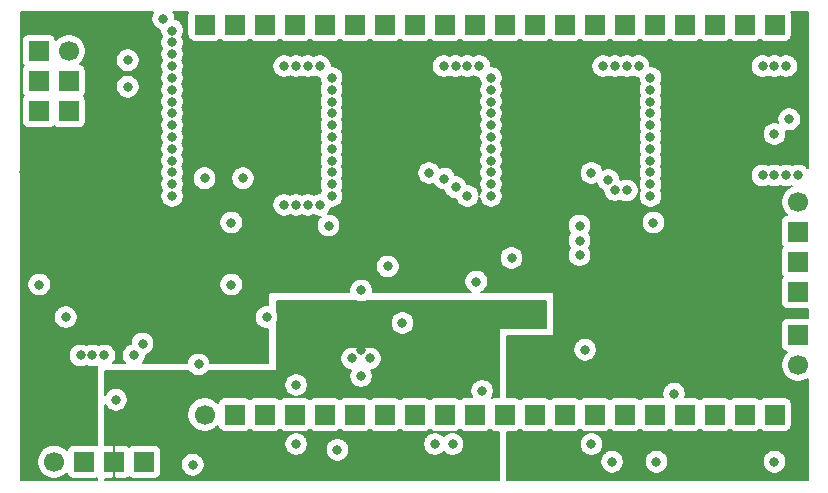
<source format=gbr>
G04 #@! TF.GenerationSoftware,KiCad,Pcbnew,(5.1.2-1)-1*
G04 #@! TF.CreationDate,2019-10-19T13:23:49+03:00*
G04 #@! TF.ProjectId,mag,6d61672e-6b69-4636-9164-5f7063625858,rev?*
G04 #@! TF.SameCoordinates,Original*
G04 #@! TF.FileFunction,Copper,L3,Inr*
G04 #@! TF.FilePolarity,Positive*
%FSLAX46Y46*%
G04 Gerber Fmt 4.6, Leading zero omitted, Abs format (unit mm)*
G04 Created by KiCad (PCBNEW (5.1.2-1)-1) date 2019-10-19 13:23:49*
%MOMM*%
%LPD*%
G04 APERTURE LIST*
%ADD10C,1.700000*%
%ADD11R,1.700000X1.700000*%
%ADD12C,0.800000*%
%ADD13C,0.200000*%
G04 APERTURE END LIST*
D10*
X117750000Y-75000000D03*
D11*
X120290000Y-75000000D03*
X122830000Y-75000000D03*
X125370000Y-75000000D03*
X127910000Y-75000000D03*
X130450000Y-75000000D03*
X132990000Y-75000000D03*
X135530000Y-75000000D03*
X138070000Y-75000000D03*
X140610000Y-75000000D03*
X143150000Y-75000000D03*
X145690000Y-75000000D03*
X148230000Y-75000000D03*
X150770000Y-75000000D03*
X153310000Y-75000000D03*
X155850000Y-75000000D03*
X158390000Y-75000000D03*
X160930000Y-75000000D03*
X163470000Y-75000000D03*
X166010000Y-75000000D03*
X117750000Y-41980000D03*
X120290000Y-41980000D03*
X122830000Y-41980000D03*
X125370000Y-41980000D03*
X127910000Y-41980000D03*
X130450000Y-41980000D03*
X132990000Y-41980000D03*
X135530000Y-41980000D03*
X138070000Y-41980000D03*
X140610000Y-41980000D03*
X143150000Y-41980000D03*
X145690000Y-41980000D03*
X148230000Y-41980000D03*
X150770000Y-41980000D03*
X153310000Y-41980000D03*
X155850000Y-41980000D03*
X158390000Y-41980000D03*
X160930000Y-41980000D03*
X163470000Y-41980000D03*
X166010000Y-41980000D03*
X112620000Y-79000000D03*
X110080000Y-79000000D03*
X107540000Y-79000000D03*
D10*
X105000000Y-79000000D03*
D11*
X168000000Y-64620000D03*
X168000000Y-62080000D03*
X168000000Y-59540000D03*
D10*
X168000000Y-57000000D03*
D11*
X168000000Y-68250000D03*
D10*
X168000000Y-70790000D03*
X106250000Y-44250000D03*
D11*
X106250000Y-46790000D03*
X106250000Y-49330000D03*
X103710000Y-44250000D03*
X103710000Y-46790000D03*
X103710000Y-49330000D03*
D12*
X117750000Y-55000000D03*
X121000000Y-55000000D03*
X115000000Y-42500000D03*
X115000000Y-43500000D03*
X115000000Y-44500000D03*
X115000000Y-45500000D03*
X142000000Y-47500000D03*
X128500000Y-47500000D03*
X115000000Y-47500000D03*
X155500000Y-47500000D03*
X142000000Y-48500000D03*
X128500000Y-48500000D03*
X115000000Y-48500000D03*
X155500000Y-48500000D03*
X142000000Y-49500000D03*
X128500000Y-49500000D03*
X115000000Y-49500000D03*
X155500000Y-49500000D03*
X142000000Y-50500000D03*
X128500000Y-50500000D03*
X115000000Y-50500000D03*
X155500000Y-50500000D03*
X142000000Y-51500000D03*
X128500000Y-51500000D03*
X115000000Y-51500000D03*
X155500000Y-51500000D03*
X142000000Y-52500000D03*
X128500000Y-52500000D03*
X115000000Y-52500000D03*
X155500000Y-52500000D03*
X142000000Y-53500000D03*
X128500000Y-53500000D03*
X115000000Y-53500000D03*
X155500000Y-53500000D03*
X114250000Y-41500000D03*
X155500000Y-54500000D03*
X115000000Y-54500000D03*
X128500000Y-54500000D03*
X142000000Y-54500000D03*
X111250000Y-45000000D03*
X142000000Y-55500000D03*
X128500000Y-55500000D03*
X115000000Y-55500000D03*
X155500000Y-55500000D03*
X111250000Y-47250000D03*
X138750000Y-77500000D03*
X125500000Y-77500000D03*
X125500000Y-72500000D03*
X111750000Y-70000000D03*
X131000000Y-71750000D03*
X130250000Y-70250000D03*
X109250000Y-70000000D03*
X124500000Y-57250000D03*
X125500000Y-57250000D03*
X126500000Y-57250000D03*
X127500000Y-57250000D03*
X127500000Y-45500000D03*
X126500000Y-45500000D03*
X125500000Y-45500000D03*
X124500000Y-45500000D03*
X138000000Y-45500000D03*
X139000000Y-45500000D03*
X140000000Y-45500000D03*
X141000000Y-45500000D03*
X140000000Y-56500000D03*
X139000000Y-55750000D03*
X138030154Y-55030154D03*
X136750000Y-54550002D03*
X150500000Y-54550002D03*
X151945299Y-55167948D03*
X152500000Y-56000000D03*
X153500000Y-56025306D03*
X154500000Y-45500000D03*
X153500000Y-45500000D03*
X152500000Y-45500000D03*
X151500000Y-45500000D03*
X165000000Y-45500000D03*
X166000000Y-45500000D03*
X167000000Y-45500000D03*
X168000000Y-54750000D03*
X166000000Y-51250000D03*
X167250000Y-50000000D03*
X157500000Y-73250000D03*
X167000000Y-54750000D03*
X166000000Y-54750000D03*
X165000000Y-54750000D03*
X117000000Y-59500000D03*
X102500000Y-54500000D03*
X131500000Y-56250000D03*
X128750000Y-62500000D03*
X104000000Y-73500000D03*
X120000000Y-66500000D03*
X122500000Y-69750000D03*
X104250000Y-58250000D03*
X144599980Y-69000000D03*
X120000000Y-64000000D03*
X120000000Y-58750000D03*
X142000000Y-46500000D03*
X128500000Y-46500000D03*
X115000000Y-46500000D03*
X155500000Y-46500000D03*
X137250000Y-77500000D03*
X150500000Y-77500000D03*
X103750000Y-64000000D03*
X106000000Y-66750000D03*
X166000000Y-79000000D03*
X149500000Y-59000000D03*
X155750000Y-58750000D03*
X143750000Y-61750000D03*
X140750000Y-63750000D03*
X134500000Y-67250000D03*
X133263212Y-62457060D03*
X129000000Y-78000000D03*
X128250000Y-59000000D03*
X117250000Y-70750000D03*
X110250000Y-73750000D03*
X131000000Y-64500000D03*
X131750000Y-70250000D03*
X123000000Y-66750000D03*
X141250000Y-73000000D03*
X116750000Y-79250000D03*
X108250000Y-70000000D03*
X149500000Y-60275000D03*
X107250000Y-70000000D03*
X149500000Y-61500000D03*
X124500000Y-78500000D03*
X114250000Y-77500000D03*
X113250000Y-71750000D03*
X131000000Y-69500000D03*
X145750000Y-66500000D03*
X149963342Y-69518329D03*
X156000000Y-79000000D03*
X142000000Y-56500000D03*
X128500000Y-56500000D03*
X115000000Y-56500000D03*
X155500000Y-56500000D03*
X112500000Y-69000000D03*
X152250000Y-79000000D03*
D13*
G36*
X113363811Y-41026322D02*
G01*
X113288429Y-41208311D01*
X113250000Y-41401509D01*
X113250000Y-41598491D01*
X113288429Y-41791689D01*
X113363811Y-41973678D01*
X113473249Y-42137463D01*
X113612537Y-42276751D01*
X113776322Y-42386189D01*
X113958311Y-42461571D01*
X114000000Y-42469863D01*
X114000000Y-42598491D01*
X114038429Y-42791689D01*
X114113811Y-42973678D01*
X114131399Y-43000000D01*
X114113811Y-43026322D01*
X114038429Y-43208311D01*
X114000000Y-43401509D01*
X114000000Y-43598491D01*
X114038429Y-43791689D01*
X114113811Y-43973678D01*
X114131399Y-44000000D01*
X114113811Y-44026322D01*
X114038429Y-44208311D01*
X114000000Y-44401509D01*
X114000000Y-44598491D01*
X114038429Y-44791689D01*
X114113811Y-44973678D01*
X114131399Y-45000000D01*
X114113811Y-45026322D01*
X114038429Y-45208311D01*
X114000000Y-45401509D01*
X114000000Y-45598491D01*
X114038429Y-45791689D01*
X114113811Y-45973678D01*
X114131399Y-46000000D01*
X114113811Y-46026322D01*
X114038429Y-46208311D01*
X114000000Y-46401509D01*
X114000000Y-46598491D01*
X114038429Y-46791689D01*
X114113811Y-46973678D01*
X114131399Y-47000000D01*
X114113811Y-47026322D01*
X114038429Y-47208311D01*
X114000000Y-47401509D01*
X114000000Y-47598491D01*
X114038429Y-47791689D01*
X114113811Y-47973678D01*
X114131399Y-48000000D01*
X114113811Y-48026322D01*
X114038429Y-48208311D01*
X114000000Y-48401509D01*
X114000000Y-48598491D01*
X114038429Y-48791689D01*
X114113811Y-48973678D01*
X114131399Y-49000000D01*
X114113811Y-49026322D01*
X114038429Y-49208311D01*
X114000000Y-49401509D01*
X114000000Y-49598491D01*
X114038429Y-49791689D01*
X114113811Y-49973678D01*
X114131399Y-50000000D01*
X114113811Y-50026322D01*
X114038429Y-50208311D01*
X114000000Y-50401509D01*
X114000000Y-50598491D01*
X114038429Y-50791689D01*
X114113811Y-50973678D01*
X114131399Y-51000000D01*
X114113811Y-51026322D01*
X114038429Y-51208311D01*
X114000000Y-51401509D01*
X114000000Y-51598491D01*
X114038429Y-51791689D01*
X114113811Y-51973678D01*
X114131399Y-52000000D01*
X114113811Y-52026322D01*
X114038429Y-52208311D01*
X114000000Y-52401509D01*
X114000000Y-52598491D01*
X114038429Y-52791689D01*
X114113811Y-52973678D01*
X114131399Y-53000000D01*
X114113811Y-53026322D01*
X114038429Y-53208311D01*
X114000000Y-53401509D01*
X114000000Y-53598491D01*
X114038429Y-53791689D01*
X114113811Y-53973678D01*
X114131399Y-54000000D01*
X114113811Y-54026322D01*
X114038429Y-54208311D01*
X114000000Y-54401509D01*
X114000000Y-54598491D01*
X114038429Y-54791689D01*
X114113811Y-54973678D01*
X114131399Y-55000000D01*
X114113811Y-55026322D01*
X114038429Y-55208311D01*
X114000000Y-55401509D01*
X114000000Y-55598491D01*
X114038429Y-55791689D01*
X114113811Y-55973678D01*
X114131399Y-56000000D01*
X114113811Y-56026322D01*
X114038429Y-56208311D01*
X114000000Y-56401509D01*
X114000000Y-56598491D01*
X114038429Y-56791689D01*
X114113811Y-56973678D01*
X114223249Y-57137463D01*
X114362537Y-57276751D01*
X114526322Y-57386189D01*
X114708311Y-57461571D01*
X114901509Y-57500000D01*
X115098491Y-57500000D01*
X115291689Y-57461571D01*
X115473678Y-57386189D01*
X115637463Y-57276751D01*
X115776751Y-57137463D01*
X115886189Y-56973678D01*
X115961571Y-56791689D01*
X116000000Y-56598491D01*
X116000000Y-56401509D01*
X115961571Y-56208311D01*
X115886189Y-56026322D01*
X115868601Y-56000000D01*
X115886189Y-55973678D01*
X115961571Y-55791689D01*
X116000000Y-55598491D01*
X116000000Y-55401509D01*
X115961571Y-55208311D01*
X115886189Y-55026322D01*
X115868601Y-55000000D01*
X115886189Y-54973678D01*
X115916082Y-54901509D01*
X116750000Y-54901509D01*
X116750000Y-55098491D01*
X116788429Y-55291689D01*
X116863811Y-55473678D01*
X116973249Y-55637463D01*
X117112537Y-55776751D01*
X117276322Y-55886189D01*
X117458311Y-55961571D01*
X117651509Y-56000000D01*
X117848491Y-56000000D01*
X118041689Y-55961571D01*
X118223678Y-55886189D01*
X118387463Y-55776751D01*
X118526751Y-55637463D01*
X118636189Y-55473678D01*
X118711571Y-55291689D01*
X118750000Y-55098491D01*
X118750000Y-54901509D01*
X120000000Y-54901509D01*
X120000000Y-55098491D01*
X120038429Y-55291689D01*
X120113811Y-55473678D01*
X120223249Y-55637463D01*
X120362537Y-55776751D01*
X120526322Y-55886189D01*
X120708311Y-55961571D01*
X120901509Y-56000000D01*
X121098491Y-56000000D01*
X121291689Y-55961571D01*
X121473678Y-55886189D01*
X121637463Y-55776751D01*
X121776751Y-55637463D01*
X121886189Y-55473678D01*
X121961571Y-55291689D01*
X122000000Y-55098491D01*
X122000000Y-54901509D01*
X121961571Y-54708311D01*
X121886189Y-54526322D01*
X121776751Y-54362537D01*
X121637463Y-54223249D01*
X121473678Y-54113811D01*
X121291689Y-54038429D01*
X121098491Y-54000000D01*
X120901509Y-54000000D01*
X120708311Y-54038429D01*
X120526322Y-54113811D01*
X120362537Y-54223249D01*
X120223249Y-54362537D01*
X120113811Y-54526322D01*
X120038429Y-54708311D01*
X120000000Y-54901509D01*
X118750000Y-54901509D01*
X118711571Y-54708311D01*
X118636189Y-54526322D01*
X118526751Y-54362537D01*
X118387463Y-54223249D01*
X118223678Y-54113811D01*
X118041689Y-54038429D01*
X117848491Y-54000000D01*
X117651509Y-54000000D01*
X117458311Y-54038429D01*
X117276322Y-54113811D01*
X117112537Y-54223249D01*
X116973249Y-54362537D01*
X116863811Y-54526322D01*
X116788429Y-54708311D01*
X116750000Y-54901509D01*
X115916082Y-54901509D01*
X115961571Y-54791689D01*
X116000000Y-54598491D01*
X116000000Y-54401509D01*
X115961571Y-54208311D01*
X115886189Y-54026322D01*
X115868601Y-54000000D01*
X115886189Y-53973678D01*
X115961571Y-53791689D01*
X116000000Y-53598491D01*
X116000000Y-53401509D01*
X115961571Y-53208311D01*
X115886189Y-53026322D01*
X115868601Y-53000000D01*
X115886189Y-52973678D01*
X115961571Y-52791689D01*
X116000000Y-52598491D01*
X116000000Y-52401509D01*
X115961571Y-52208311D01*
X115886189Y-52026322D01*
X115868601Y-52000000D01*
X115886189Y-51973678D01*
X115961571Y-51791689D01*
X116000000Y-51598491D01*
X116000000Y-51401509D01*
X115961571Y-51208311D01*
X115886189Y-51026322D01*
X115868601Y-51000000D01*
X115886189Y-50973678D01*
X115961571Y-50791689D01*
X116000000Y-50598491D01*
X116000000Y-50401509D01*
X115961571Y-50208311D01*
X115886189Y-50026322D01*
X115868601Y-50000000D01*
X115886189Y-49973678D01*
X115961571Y-49791689D01*
X116000000Y-49598491D01*
X116000000Y-49401509D01*
X115961571Y-49208311D01*
X115886189Y-49026322D01*
X115868601Y-49000000D01*
X115886189Y-48973678D01*
X115961571Y-48791689D01*
X116000000Y-48598491D01*
X116000000Y-48401509D01*
X115961571Y-48208311D01*
X115886189Y-48026322D01*
X115868601Y-48000000D01*
X115886189Y-47973678D01*
X115961571Y-47791689D01*
X116000000Y-47598491D01*
X116000000Y-47401509D01*
X115961571Y-47208311D01*
X115886189Y-47026322D01*
X115868601Y-47000000D01*
X115886189Y-46973678D01*
X115961571Y-46791689D01*
X116000000Y-46598491D01*
X116000000Y-46401509D01*
X115961571Y-46208311D01*
X115886189Y-46026322D01*
X115868601Y-46000000D01*
X115886189Y-45973678D01*
X115961571Y-45791689D01*
X116000000Y-45598491D01*
X116000000Y-45401509D01*
X123500000Y-45401509D01*
X123500000Y-45598491D01*
X123538429Y-45791689D01*
X123613811Y-45973678D01*
X123723249Y-46137463D01*
X123862537Y-46276751D01*
X124026322Y-46386189D01*
X124208311Y-46461571D01*
X124401509Y-46500000D01*
X124598491Y-46500000D01*
X124791689Y-46461571D01*
X124973678Y-46386189D01*
X125000000Y-46368601D01*
X125026322Y-46386189D01*
X125208311Y-46461571D01*
X125401509Y-46500000D01*
X125598491Y-46500000D01*
X125791689Y-46461571D01*
X125973678Y-46386189D01*
X126000000Y-46368601D01*
X126026322Y-46386189D01*
X126208311Y-46461571D01*
X126401509Y-46500000D01*
X126598491Y-46500000D01*
X126791689Y-46461571D01*
X126973678Y-46386189D01*
X127000000Y-46368601D01*
X127026322Y-46386189D01*
X127208311Y-46461571D01*
X127401509Y-46500000D01*
X127500000Y-46500000D01*
X127500000Y-46598491D01*
X127538429Y-46791689D01*
X127613811Y-46973678D01*
X127631399Y-47000000D01*
X127613811Y-47026322D01*
X127538429Y-47208311D01*
X127500000Y-47401509D01*
X127500000Y-47598491D01*
X127538429Y-47791689D01*
X127613811Y-47973678D01*
X127631399Y-48000000D01*
X127613811Y-48026322D01*
X127538429Y-48208311D01*
X127500000Y-48401509D01*
X127500000Y-48598491D01*
X127538429Y-48791689D01*
X127613811Y-48973678D01*
X127631399Y-49000000D01*
X127613811Y-49026322D01*
X127538429Y-49208311D01*
X127500000Y-49401509D01*
X127500000Y-49598491D01*
X127538429Y-49791689D01*
X127613811Y-49973678D01*
X127631399Y-50000000D01*
X127613811Y-50026322D01*
X127538429Y-50208311D01*
X127500000Y-50401509D01*
X127500000Y-50598491D01*
X127538429Y-50791689D01*
X127613811Y-50973678D01*
X127631399Y-51000000D01*
X127613811Y-51026322D01*
X127538429Y-51208311D01*
X127500000Y-51401509D01*
X127500000Y-51598491D01*
X127538429Y-51791689D01*
X127613811Y-51973678D01*
X127631399Y-52000000D01*
X127613811Y-52026322D01*
X127538429Y-52208311D01*
X127500000Y-52401509D01*
X127500000Y-52598491D01*
X127538429Y-52791689D01*
X127613811Y-52973678D01*
X127631399Y-53000000D01*
X127613811Y-53026322D01*
X127538429Y-53208311D01*
X127500000Y-53401509D01*
X127500000Y-53598491D01*
X127538429Y-53791689D01*
X127613811Y-53973678D01*
X127631399Y-54000000D01*
X127613811Y-54026322D01*
X127538429Y-54208311D01*
X127500000Y-54401509D01*
X127500000Y-54598491D01*
X127538429Y-54791689D01*
X127613811Y-54973678D01*
X127631399Y-55000000D01*
X127613811Y-55026322D01*
X127538429Y-55208311D01*
X127500000Y-55401509D01*
X127500000Y-55598491D01*
X127538429Y-55791689D01*
X127613811Y-55973678D01*
X127631399Y-56000000D01*
X127613811Y-56026322D01*
X127538429Y-56208311D01*
X127530137Y-56250000D01*
X127401509Y-56250000D01*
X127208311Y-56288429D01*
X127026322Y-56363811D01*
X127000000Y-56381399D01*
X126973678Y-56363811D01*
X126791689Y-56288429D01*
X126598491Y-56250000D01*
X126401509Y-56250000D01*
X126208311Y-56288429D01*
X126026322Y-56363811D01*
X126000000Y-56381399D01*
X125973678Y-56363811D01*
X125791689Y-56288429D01*
X125598491Y-56250000D01*
X125401509Y-56250000D01*
X125208311Y-56288429D01*
X125026322Y-56363811D01*
X125000000Y-56381399D01*
X124973678Y-56363811D01*
X124791689Y-56288429D01*
X124598491Y-56250000D01*
X124401509Y-56250000D01*
X124208311Y-56288429D01*
X124026322Y-56363811D01*
X123862537Y-56473249D01*
X123723249Y-56612537D01*
X123613811Y-56776322D01*
X123538429Y-56958311D01*
X123500000Y-57151509D01*
X123500000Y-57348491D01*
X123538429Y-57541689D01*
X123613811Y-57723678D01*
X123723249Y-57887463D01*
X123862537Y-58026751D01*
X124026322Y-58136189D01*
X124208311Y-58211571D01*
X124401509Y-58250000D01*
X124598491Y-58250000D01*
X124791689Y-58211571D01*
X124973678Y-58136189D01*
X125000000Y-58118601D01*
X125026322Y-58136189D01*
X125208311Y-58211571D01*
X125401509Y-58250000D01*
X125598491Y-58250000D01*
X125791689Y-58211571D01*
X125973678Y-58136189D01*
X126000000Y-58118601D01*
X126026322Y-58136189D01*
X126208311Y-58211571D01*
X126401509Y-58250000D01*
X126598491Y-58250000D01*
X126791689Y-58211571D01*
X126973678Y-58136189D01*
X127000000Y-58118601D01*
X127026322Y-58136189D01*
X127208311Y-58211571D01*
X127401509Y-58250000D01*
X127585786Y-58250000D01*
X127473249Y-58362537D01*
X127363811Y-58526322D01*
X127288429Y-58708311D01*
X127250000Y-58901509D01*
X127250000Y-59098491D01*
X127288429Y-59291689D01*
X127363811Y-59473678D01*
X127473249Y-59637463D01*
X127612537Y-59776751D01*
X127776322Y-59886189D01*
X127958311Y-59961571D01*
X128151509Y-60000000D01*
X128348491Y-60000000D01*
X128541689Y-59961571D01*
X128723678Y-59886189D01*
X128887463Y-59776751D01*
X129026751Y-59637463D01*
X129136189Y-59473678D01*
X129211571Y-59291689D01*
X129250000Y-59098491D01*
X129250000Y-58901509D01*
X148500000Y-58901509D01*
X148500000Y-59098491D01*
X148538429Y-59291689D01*
X148613811Y-59473678D01*
X148723249Y-59637463D01*
X148723286Y-59637500D01*
X148723249Y-59637537D01*
X148613811Y-59801322D01*
X148538429Y-59983311D01*
X148500000Y-60176509D01*
X148500000Y-60373491D01*
X148538429Y-60566689D01*
X148613811Y-60748678D01*
X148706569Y-60887500D01*
X148613811Y-61026322D01*
X148538429Y-61208311D01*
X148500000Y-61401509D01*
X148500000Y-61598491D01*
X148538429Y-61791689D01*
X148613811Y-61973678D01*
X148723249Y-62137463D01*
X148862537Y-62276751D01*
X149026322Y-62386189D01*
X149208311Y-62461571D01*
X149401509Y-62500000D01*
X149598491Y-62500000D01*
X149791689Y-62461571D01*
X149973678Y-62386189D01*
X150137463Y-62276751D01*
X150276751Y-62137463D01*
X150386189Y-61973678D01*
X150461571Y-61791689D01*
X150500000Y-61598491D01*
X150500000Y-61401509D01*
X150461571Y-61208311D01*
X150386189Y-61026322D01*
X150293431Y-60887500D01*
X150386189Y-60748678D01*
X150461571Y-60566689D01*
X150500000Y-60373491D01*
X150500000Y-60176509D01*
X150461571Y-59983311D01*
X150386189Y-59801322D01*
X150276751Y-59637537D01*
X150276714Y-59637500D01*
X150276751Y-59637463D01*
X150386189Y-59473678D01*
X150461571Y-59291689D01*
X150500000Y-59098491D01*
X150500000Y-58901509D01*
X150461571Y-58708311D01*
X150438043Y-58651509D01*
X154750000Y-58651509D01*
X154750000Y-58848491D01*
X154788429Y-59041689D01*
X154863811Y-59223678D01*
X154973249Y-59387463D01*
X155112537Y-59526751D01*
X155276322Y-59636189D01*
X155458311Y-59711571D01*
X155651509Y-59750000D01*
X155848491Y-59750000D01*
X156041689Y-59711571D01*
X156223678Y-59636189D01*
X156387463Y-59526751D01*
X156526751Y-59387463D01*
X156636189Y-59223678D01*
X156711571Y-59041689D01*
X156750000Y-58848491D01*
X156750000Y-58651509D01*
X156711571Y-58458311D01*
X156636189Y-58276322D01*
X156526751Y-58112537D01*
X156387463Y-57973249D01*
X156223678Y-57863811D01*
X156041689Y-57788429D01*
X155848491Y-57750000D01*
X155651509Y-57750000D01*
X155458311Y-57788429D01*
X155276322Y-57863811D01*
X155112537Y-57973249D01*
X154973249Y-58112537D01*
X154863811Y-58276322D01*
X154788429Y-58458311D01*
X154750000Y-58651509D01*
X150438043Y-58651509D01*
X150386189Y-58526322D01*
X150276751Y-58362537D01*
X150137463Y-58223249D01*
X149973678Y-58113811D01*
X149791689Y-58038429D01*
X149598491Y-58000000D01*
X149401509Y-58000000D01*
X149208311Y-58038429D01*
X149026322Y-58113811D01*
X148862537Y-58223249D01*
X148723249Y-58362537D01*
X148613811Y-58526322D01*
X148538429Y-58708311D01*
X148500000Y-58901509D01*
X129250000Y-58901509D01*
X129211571Y-58708311D01*
X129136189Y-58526322D01*
X129026751Y-58362537D01*
X128887463Y-58223249D01*
X128723678Y-58113811D01*
X128541689Y-58038429D01*
X128348491Y-58000000D01*
X128164214Y-58000000D01*
X128276751Y-57887463D01*
X128386189Y-57723678D01*
X128461571Y-57541689D01*
X128469863Y-57500000D01*
X128598491Y-57500000D01*
X128791689Y-57461571D01*
X128973678Y-57386189D01*
X129137463Y-57276751D01*
X129276751Y-57137463D01*
X129386189Y-56973678D01*
X129461571Y-56791689D01*
X129500000Y-56598491D01*
X129500000Y-56401509D01*
X129461571Y-56208311D01*
X129386189Y-56026322D01*
X129368601Y-56000000D01*
X129386189Y-55973678D01*
X129461571Y-55791689D01*
X129500000Y-55598491D01*
X129500000Y-55401509D01*
X129461571Y-55208311D01*
X129386189Y-55026322D01*
X129368601Y-55000000D01*
X129386189Y-54973678D01*
X129461571Y-54791689D01*
X129500000Y-54598491D01*
X129500000Y-54451511D01*
X135750000Y-54451511D01*
X135750000Y-54648493D01*
X135788429Y-54841691D01*
X135863811Y-55023680D01*
X135973249Y-55187465D01*
X136112537Y-55326753D01*
X136276322Y-55436191D01*
X136458311Y-55511573D01*
X136651509Y-55550002D01*
X136848491Y-55550002D01*
X137041689Y-55511573D01*
X137131724Y-55474279D01*
X137143965Y-55503832D01*
X137253403Y-55667617D01*
X137392691Y-55806905D01*
X137556476Y-55916343D01*
X137738465Y-55991725D01*
X137931663Y-56030154D01*
X138036135Y-56030154D01*
X138038429Y-56041689D01*
X138113811Y-56223678D01*
X138223249Y-56387463D01*
X138362537Y-56526751D01*
X138526322Y-56636189D01*
X138708311Y-56711571D01*
X138901509Y-56750000D01*
X139030137Y-56750000D01*
X139038429Y-56791689D01*
X139113811Y-56973678D01*
X139223249Y-57137463D01*
X139362537Y-57276751D01*
X139526322Y-57386189D01*
X139708311Y-57461571D01*
X139901509Y-57500000D01*
X140098491Y-57500000D01*
X140291689Y-57461571D01*
X140473678Y-57386189D01*
X140637463Y-57276751D01*
X140776751Y-57137463D01*
X140886189Y-56973678D01*
X140961571Y-56791689D01*
X141000000Y-56598491D01*
X141038429Y-56791689D01*
X141113811Y-56973678D01*
X141223249Y-57137463D01*
X141362537Y-57276751D01*
X141526322Y-57386189D01*
X141708311Y-57461571D01*
X141901509Y-57500000D01*
X142098491Y-57500000D01*
X142291689Y-57461571D01*
X142473678Y-57386189D01*
X142637463Y-57276751D01*
X142776751Y-57137463D01*
X142886189Y-56973678D01*
X142961571Y-56791689D01*
X143000000Y-56598491D01*
X143000000Y-56401509D01*
X142961571Y-56208311D01*
X142886189Y-56026322D01*
X142868601Y-56000000D01*
X142886189Y-55973678D01*
X142961571Y-55791689D01*
X143000000Y-55598491D01*
X143000000Y-55401509D01*
X142961571Y-55208311D01*
X142886189Y-55026322D01*
X142868601Y-55000000D01*
X142886189Y-54973678D01*
X142961571Y-54791689D01*
X143000000Y-54598491D01*
X143000000Y-54451511D01*
X149500000Y-54451511D01*
X149500000Y-54648493D01*
X149538429Y-54841691D01*
X149613811Y-55023680D01*
X149723249Y-55187465D01*
X149862537Y-55326753D01*
X150026322Y-55436191D01*
X150208311Y-55511573D01*
X150401509Y-55550002D01*
X150598491Y-55550002D01*
X150791689Y-55511573D01*
X150973678Y-55436191D01*
X150978432Y-55433014D01*
X150983728Y-55459637D01*
X151059110Y-55641626D01*
X151168548Y-55805411D01*
X151307836Y-55944699D01*
X151471621Y-56054137D01*
X151500000Y-56065892D01*
X151500000Y-56098491D01*
X151538429Y-56291689D01*
X151613811Y-56473678D01*
X151723249Y-56637463D01*
X151862537Y-56776751D01*
X152026322Y-56886189D01*
X152208311Y-56961571D01*
X152401509Y-57000000D01*
X152598491Y-57000000D01*
X152791689Y-56961571D01*
X152973678Y-56886189D01*
X152981064Y-56881254D01*
X153026322Y-56911495D01*
X153208311Y-56986877D01*
X153401509Y-57025306D01*
X153598491Y-57025306D01*
X153791689Y-56986877D01*
X153973678Y-56911495D01*
X154137463Y-56802057D01*
X154276751Y-56662769D01*
X154386189Y-56498984D01*
X154461571Y-56316995D01*
X154500000Y-56123797D01*
X154500000Y-55926815D01*
X154461571Y-55733617D01*
X154386189Y-55551628D01*
X154276751Y-55387843D01*
X154137463Y-55248555D01*
X153973678Y-55139117D01*
X153791689Y-55063735D01*
X153598491Y-55025306D01*
X153401509Y-55025306D01*
X153208311Y-55063735D01*
X153026322Y-55139117D01*
X153018936Y-55144052D01*
X152973678Y-55113811D01*
X152945299Y-55102056D01*
X152945299Y-55069457D01*
X152906870Y-54876259D01*
X152831488Y-54694270D01*
X152722050Y-54530485D01*
X152582762Y-54391197D01*
X152418977Y-54281759D01*
X152236988Y-54206377D01*
X152043790Y-54167948D01*
X151846808Y-54167948D01*
X151653610Y-54206377D01*
X151471621Y-54281759D01*
X151466867Y-54284936D01*
X151461571Y-54258313D01*
X151386189Y-54076324D01*
X151276751Y-53912539D01*
X151137463Y-53773251D01*
X150973678Y-53663813D01*
X150791689Y-53588431D01*
X150598491Y-53550002D01*
X150401509Y-53550002D01*
X150208311Y-53588431D01*
X150026322Y-53663813D01*
X149862537Y-53773251D01*
X149723249Y-53912539D01*
X149613811Y-54076324D01*
X149538429Y-54258313D01*
X149500000Y-54451511D01*
X143000000Y-54451511D01*
X143000000Y-54401509D01*
X142961571Y-54208311D01*
X142886189Y-54026322D01*
X142868601Y-54000000D01*
X142886189Y-53973678D01*
X142961571Y-53791689D01*
X143000000Y-53598491D01*
X143000000Y-53401509D01*
X142961571Y-53208311D01*
X142886189Y-53026322D01*
X142868601Y-53000000D01*
X142886189Y-52973678D01*
X142961571Y-52791689D01*
X143000000Y-52598491D01*
X143000000Y-52401509D01*
X142961571Y-52208311D01*
X142886189Y-52026322D01*
X142868601Y-52000000D01*
X142886189Y-51973678D01*
X142961571Y-51791689D01*
X143000000Y-51598491D01*
X143000000Y-51401509D01*
X142961571Y-51208311D01*
X142886189Y-51026322D01*
X142868601Y-51000000D01*
X142886189Y-50973678D01*
X142961571Y-50791689D01*
X143000000Y-50598491D01*
X143000000Y-50401509D01*
X142961571Y-50208311D01*
X142886189Y-50026322D01*
X142868601Y-50000000D01*
X142886189Y-49973678D01*
X142961571Y-49791689D01*
X143000000Y-49598491D01*
X143000000Y-49401509D01*
X142961571Y-49208311D01*
X142886189Y-49026322D01*
X142868601Y-49000000D01*
X142886189Y-48973678D01*
X142961571Y-48791689D01*
X143000000Y-48598491D01*
X143000000Y-48401509D01*
X142961571Y-48208311D01*
X142886189Y-48026322D01*
X142868601Y-48000000D01*
X142886189Y-47973678D01*
X142961571Y-47791689D01*
X143000000Y-47598491D01*
X143000000Y-47401509D01*
X142961571Y-47208311D01*
X142886189Y-47026322D01*
X142868601Y-47000000D01*
X142886189Y-46973678D01*
X142961571Y-46791689D01*
X143000000Y-46598491D01*
X143000000Y-46401509D01*
X142961571Y-46208311D01*
X142886189Y-46026322D01*
X142776751Y-45862537D01*
X142637463Y-45723249D01*
X142473678Y-45613811D01*
X142291689Y-45538429D01*
X142098491Y-45500000D01*
X142000000Y-45500000D01*
X142000000Y-45401509D01*
X150500000Y-45401509D01*
X150500000Y-45598491D01*
X150538429Y-45791689D01*
X150613811Y-45973678D01*
X150723249Y-46137463D01*
X150862537Y-46276751D01*
X151026322Y-46386189D01*
X151208311Y-46461571D01*
X151401509Y-46500000D01*
X151598491Y-46500000D01*
X151791689Y-46461571D01*
X151973678Y-46386189D01*
X152000000Y-46368601D01*
X152026322Y-46386189D01*
X152208311Y-46461571D01*
X152401509Y-46500000D01*
X152598491Y-46500000D01*
X152791689Y-46461571D01*
X152973678Y-46386189D01*
X153000000Y-46368601D01*
X153026322Y-46386189D01*
X153208311Y-46461571D01*
X153401509Y-46500000D01*
X153598491Y-46500000D01*
X153791689Y-46461571D01*
X153973678Y-46386189D01*
X154000000Y-46368601D01*
X154026322Y-46386189D01*
X154208311Y-46461571D01*
X154401509Y-46500000D01*
X154500000Y-46500000D01*
X154500000Y-46598491D01*
X154538429Y-46791689D01*
X154613811Y-46973678D01*
X154631399Y-47000000D01*
X154613811Y-47026322D01*
X154538429Y-47208311D01*
X154500000Y-47401509D01*
X154500000Y-47598491D01*
X154538429Y-47791689D01*
X154613811Y-47973678D01*
X154631399Y-48000000D01*
X154613811Y-48026322D01*
X154538429Y-48208311D01*
X154500000Y-48401509D01*
X154500000Y-48598491D01*
X154538429Y-48791689D01*
X154613811Y-48973678D01*
X154631399Y-49000000D01*
X154613811Y-49026322D01*
X154538429Y-49208311D01*
X154500000Y-49401509D01*
X154500000Y-49598491D01*
X154538429Y-49791689D01*
X154613811Y-49973678D01*
X154631399Y-50000000D01*
X154613811Y-50026322D01*
X154538429Y-50208311D01*
X154500000Y-50401509D01*
X154500000Y-50598491D01*
X154538429Y-50791689D01*
X154613811Y-50973678D01*
X154631399Y-51000000D01*
X154613811Y-51026322D01*
X154538429Y-51208311D01*
X154500000Y-51401509D01*
X154500000Y-51598491D01*
X154538429Y-51791689D01*
X154613811Y-51973678D01*
X154631399Y-52000000D01*
X154613811Y-52026322D01*
X154538429Y-52208311D01*
X154500000Y-52401509D01*
X154500000Y-52598491D01*
X154538429Y-52791689D01*
X154613811Y-52973678D01*
X154631399Y-53000000D01*
X154613811Y-53026322D01*
X154538429Y-53208311D01*
X154500000Y-53401509D01*
X154500000Y-53598491D01*
X154538429Y-53791689D01*
X154613811Y-53973678D01*
X154631399Y-54000000D01*
X154613811Y-54026322D01*
X154538429Y-54208311D01*
X154500000Y-54401509D01*
X154500000Y-54598491D01*
X154538429Y-54791689D01*
X154613811Y-54973678D01*
X154631399Y-55000000D01*
X154613811Y-55026322D01*
X154538429Y-55208311D01*
X154500000Y-55401509D01*
X154500000Y-55598491D01*
X154538429Y-55791689D01*
X154613811Y-55973678D01*
X154631399Y-56000000D01*
X154613811Y-56026322D01*
X154538429Y-56208311D01*
X154500000Y-56401509D01*
X154500000Y-56598491D01*
X154538429Y-56791689D01*
X154613811Y-56973678D01*
X154723249Y-57137463D01*
X154862537Y-57276751D01*
X155026322Y-57386189D01*
X155208311Y-57461571D01*
X155401509Y-57500000D01*
X155598491Y-57500000D01*
X155791689Y-57461571D01*
X155973678Y-57386189D01*
X156137463Y-57276751D01*
X156276751Y-57137463D01*
X156386189Y-56973678D01*
X156461571Y-56791689D01*
X156500000Y-56598491D01*
X156500000Y-56401509D01*
X156461571Y-56208311D01*
X156386189Y-56026322D01*
X156368601Y-56000000D01*
X156386189Y-55973678D01*
X156461571Y-55791689D01*
X156500000Y-55598491D01*
X156500000Y-55401509D01*
X156461571Y-55208311D01*
X156386189Y-55026322D01*
X156368601Y-55000000D01*
X156386189Y-54973678D01*
X156461571Y-54791689D01*
X156500000Y-54598491D01*
X156500000Y-54401509D01*
X156461571Y-54208311D01*
X156386189Y-54026322D01*
X156368601Y-54000000D01*
X156386189Y-53973678D01*
X156461571Y-53791689D01*
X156500000Y-53598491D01*
X156500000Y-53401509D01*
X156461571Y-53208311D01*
X156386189Y-53026322D01*
X156368601Y-53000000D01*
X156386189Y-52973678D01*
X156461571Y-52791689D01*
X156500000Y-52598491D01*
X156500000Y-52401509D01*
X156461571Y-52208311D01*
X156386189Y-52026322D01*
X156368601Y-52000000D01*
X156386189Y-51973678D01*
X156461571Y-51791689D01*
X156500000Y-51598491D01*
X156500000Y-51401509D01*
X156461571Y-51208311D01*
X156438043Y-51151509D01*
X165000000Y-51151509D01*
X165000000Y-51348491D01*
X165038429Y-51541689D01*
X165113811Y-51723678D01*
X165223249Y-51887463D01*
X165362537Y-52026751D01*
X165526322Y-52136189D01*
X165708311Y-52211571D01*
X165901509Y-52250000D01*
X166098491Y-52250000D01*
X166291689Y-52211571D01*
X166473678Y-52136189D01*
X166637463Y-52026751D01*
X166776751Y-51887463D01*
X166886189Y-51723678D01*
X166961571Y-51541689D01*
X167000000Y-51348491D01*
X167000000Y-51151509D01*
X166962380Y-50962380D01*
X167151509Y-51000000D01*
X167348491Y-51000000D01*
X167541689Y-50961571D01*
X167723678Y-50886189D01*
X167887463Y-50776751D01*
X168026751Y-50637463D01*
X168136189Y-50473678D01*
X168211571Y-50291689D01*
X168250000Y-50098491D01*
X168250000Y-49901509D01*
X168211571Y-49708311D01*
X168136189Y-49526322D01*
X168026751Y-49362537D01*
X167887463Y-49223249D01*
X167723678Y-49113811D01*
X167541689Y-49038429D01*
X167348491Y-49000000D01*
X167151509Y-49000000D01*
X166958311Y-49038429D01*
X166776322Y-49113811D01*
X166612537Y-49223249D01*
X166473249Y-49362537D01*
X166363811Y-49526322D01*
X166288429Y-49708311D01*
X166250000Y-49901509D01*
X166250000Y-50098491D01*
X166287620Y-50287620D01*
X166098491Y-50250000D01*
X165901509Y-50250000D01*
X165708311Y-50288429D01*
X165526322Y-50363811D01*
X165362537Y-50473249D01*
X165223249Y-50612537D01*
X165113811Y-50776322D01*
X165038429Y-50958311D01*
X165000000Y-51151509D01*
X156438043Y-51151509D01*
X156386189Y-51026322D01*
X156368601Y-51000000D01*
X156386189Y-50973678D01*
X156461571Y-50791689D01*
X156500000Y-50598491D01*
X156500000Y-50401509D01*
X156461571Y-50208311D01*
X156386189Y-50026322D01*
X156368601Y-50000000D01*
X156386189Y-49973678D01*
X156461571Y-49791689D01*
X156500000Y-49598491D01*
X156500000Y-49401509D01*
X156461571Y-49208311D01*
X156386189Y-49026322D01*
X156368601Y-49000000D01*
X156386189Y-48973678D01*
X156461571Y-48791689D01*
X156500000Y-48598491D01*
X156500000Y-48401509D01*
X156461571Y-48208311D01*
X156386189Y-48026322D01*
X156368601Y-48000000D01*
X156386189Y-47973678D01*
X156461571Y-47791689D01*
X156500000Y-47598491D01*
X156500000Y-47401509D01*
X156461571Y-47208311D01*
X156386189Y-47026322D01*
X156368601Y-47000000D01*
X156386189Y-46973678D01*
X156461571Y-46791689D01*
X156500000Y-46598491D01*
X156500000Y-46401509D01*
X156461571Y-46208311D01*
X156386189Y-46026322D01*
X156276751Y-45862537D01*
X156137463Y-45723249D01*
X155973678Y-45613811D01*
X155791689Y-45538429D01*
X155598491Y-45500000D01*
X155500000Y-45500000D01*
X155500000Y-45401509D01*
X164000000Y-45401509D01*
X164000000Y-45598491D01*
X164038429Y-45791689D01*
X164113811Y-45973678D01*
X164223249Y-46137463D01*
X164362537Y-46276751D01*
X164526322Y-46386189D01*
X164708311Y-46461571D01*
X164901509Y-46500000D01*
X165098491Y-46500000D01*
X165291689Y-46461571D01*
X165473678Y-46386189D01*
X165500000Y-46368601D01*
X165526322Y-46386189D01*
X165708311Y-46461571D01*
X165901509Y-46500000D01*
X166098491Y-46500000D01*
X166291689Y-46461571D01*
X166473678Y-46386189D01*
X166500000Y-46368601D01*
X166526322Y-46386189D01*
X166708311Y-46461571D01*
X166901509Y-46500000D01*
X167098491Y-46500000D01*
X167291689Y-46461571D01*
X167473678Y-46386189D01*
X167637463Y-46276751D01*
X167776751Y-46137463D01*
X167886189Y-45973678D01*
X167961571Y-45791689D01*
X168000000Y-45598491D01*
X168000000Y-45401509D01*
X167961571Y-45208311D01*
X167886189Y-45026322D01*
X167776751Y-44862537D01*
X167637463Y-44723249D01*
X167473678Y-44613811D01*
X167291689Y-44538429D01*
X167098491Y-44500000D01*
X166901509Y-44500000D01*
X166708311Y-44538429D01*
X166526322Y-44613811D01*
X166500000Y-44631399D01*
X166473678Y-44613811D01*
X166291689Y-44538429D01*
X166098491Y-44500000D01*
X165901509Y-44500000D01*
X165708311Y-44538429D01*
X165526322Y-44613811D01*
X165500000Y-44631399D01*
X165473678Y-44613811D01*
X165291689Y-44538429D01*
X165098491Y-44500000D01*
X164901509Y-44500000D01*
X164708311Y-44538429D01*
X164526322Y-44613811D01*
X164362537Y-44723249D01*
X164223249Y-44862537D01*
X164113811Y-45026322D01*
X164038429Y-45208311D01*
X164000000Y-45401509D01*
X155500000Y-45401509D01*
X155461571Y-45208311D01*
X155386189Y-45026322D01*
X155276751Y-44862537D01*
X155137463Y-44723249D01*
X154973678Y-44613811D01*
X154791689Y-44538429D01*
X154598491Y-44500000D01*
X154401509Y-44500000D01*
X154208311Y-44538429D01*
X154026322Y-44613811D01*
X154000000Y-44631399D01*
X153973678Y-44613811D01*
X153791689Y-44538429D01*
X153598491Y-44500000D01*
X153401509Y-44500000D01*
X153208311Y-44538429D01*
X153026322Y-44613811D01*
X153000000Y-44631399D01*
X152973678Y-44613811D01*
X152791689Y-44538429D01*
X152598491Y-44500000D01*
X152401509Y-44500000D01*
X152208311Y-44538429D01*
X152026322Y-44613811D01*
X152000000Y-44631399D01*
X151973678Y-44613811D01*
X151791689Y-44538429D01*
X151598491Y-44500000D01*
X151401509Y-44500000D01*
X151208311Y-44538429D01*
X151026322Y-44613811D01*
X150862537Y-44723249D01*
X150723249Y-44862537D01*
X150613811Y-45026322D01*
X150538429Y-45208311D01*
X150500000Y-45401509D01*
X142000000Y-45401509D01*
X141961571Y-45208311D01*
X141886189Y-45026322D01*
X141776751Y-44862537D01*
X141637463Y-44723249D01*
X141473678Y-44613811D01*
X141291689Y-44538429D01*
X141098491Y-44500000D01*
X140901509Y-44500000D01*
X140708311Y-44538429D01*
X140526322Y-44613811D01*
X140500000Y-44631399D01*
X140473678Y-44613811D01*
X140291689Y-44538429D01*
X140098491Y-44500000D01*
X139901509Y-44500000D01*
X139708311Y-44538429D01*
X139526322Y-44613811D01*
X139500000Y-44631399D01*
X139473678Y-44613811D01*
X139291689Y-44538429D01*
X139098491Y-44500000D01*
X138901509Y-44500000D01*
X138708311Y-44538429D01*
X138526322Y-44613811D01*
X138500000Y-44631399D01*
X138473678Y-44613811D01*
X138291689Y-44538429D01*
X138098491Y-44500000D01*
X137901509Y-44500000D01*
X137708311Y-44538429D01*
X137526322Y-44613811D01*
X137362537Y-44723249D01*
X137223249Y-44862537D01*
X137113811Y-45026322D01*
X137038429Y-45208311D01*
X137000000Y-45401509D01*
X137000000Y-45598491D01*
X137038429Y-45791689D01*
X137113811Y-45973678D01*
X137223249Y-46137463D01*
X137362537Y-46276751D01*
X137526322Y-46386189D01*
X137708311Y-46461571D01*
X137901509Y-46500000D01*
X138098491Y-46500000D01*
X138291689Y-46461571D01*
X138473678Y-46386189D01*
X138500000Y-46368601D01*
X138526322Y-46386189D01*
X138708311Y-46461571D01*
X138901509Y-46500000D01*
X139098491Y-46500000D01*
X139291689Y-46461571D01*
X139473678Y-46386189D01*
X139500000Y-46368601D01*
X139526322Y-46386189D01*
X139708311Y-46461571D01*
X139901509Y-46500000D01*
X140098491Y-46500000D01*
X140291689Y-46461571D01*
X140473678Y-46386189D01*
X140500000Y-46368601D01*
X140526322Y-46386189D01*
X140708311Y-46461571D01*
X140901509Y-46500000D01*
X141000000Y-46500000D01*
X141000000Y-46598491D01*
X141038429Y-46791689D01*
X141113811Y-46973678D01*
X141131399Y-47000000D01*
X141113811Y-47026322D01*
X141038429Y-47208311D01*
X141000000Y-47401509D01*
X141000000Y-47598491D01*
X141038429Y-47791689D01*
X141113811Y-47973678D01*
X141131399Y-48000000D01*
X141113811Y-48026322D01*
X141038429Y-48208311D01*
X141000000Y-48401509D01*
X141000000Y-48598491D01*
X141038429Y-48791689D01*
X141113811Y-48973678D01*
X141131399Y-49000000D01*
X141113811Y-49026322D01*
X141038429Y-49208311D01*
X141000000Y-49401509D01*
X141000000Y-49598491D01*
X141038429Y-49791689D01*
X141113811Y-49973678D01*
X141131399Y-50000000D01*
X141113811Y-50026322D01*
X141038429Y-50208311D01*
X141000000Y-50401509D01*
X141000000Y-50598491D01*
X141038429Y-50791689D01*
X141113811Y-50973678D01*
X141131399Y-51000000D01*
X141113811Y-51026322D01*
X141038429Y-51208311D01*
X141000000Y-51401509D01*
X141000000Y-51598491D01*
X141038429Y-51791689D01*
X141113811Y-51973678D01*
X141131399Y-52000000D01*
X141113811Y-52026322D01*
X141038429Y-52208311D01*
X141000000Y-52401509D01*
X141000000Y-52598491D01*
X141038429Y-52791689D01*
X141113811Y-52973678D01*
X141131399Y-53000000D01*
X141113811Y-53026322D01*
X141038429Y-53208311D01*
X141000000Y-53401509D01*
X141000000Y-53598491D01*
X141038429Y-53791689D01*
X141113811Y-53973678D01*
X141131399Y-54000000D01*
X141113811Y-54026322D01*
X141038429Y-54208311D01*
X141000000Y-54401509D01*
X141000000Y-54598491D01*
X141038429Y-54791689D01*
X141113811Y-54973678D01*
X141131399Y-55000000D01*
X141113811Y-55026322D01*
X141038429Y-55208311D01*
X141000000Y-55401509D01*
X141000000Y-55598491D01*
X141038429Y-55791689D01*
X141113811Y-55973678D01*
X141131399Y-56000000D01*
X141113811Y-56026322D01*
X141038429Y-56208311D01*
X141000000Y-56401509D01*
X140961571Y-56208311D01*
X140886189Y-56026322D01*
X140776751Y-55862537D01*
X140637463Y-55723249D01*
X140473678Y-55613811D01*
X140291689Y-55538429D01*
X140098491Y-55500000D01*
X139969863Y-55500000D01*
X139961571Y-55458311D01*
X139886189Y-55276322D01*
X139776751Y-55112537D01*
X139637463Y-54973249D01*
X139473678Y-54863811D01*
X139291689Y-54788429D01*
X139098491Y-54750000D01*
X138994019Y-54750000D01*
X138991725Y-54738465D01*
X138916343Y-54556476D01*
X138806905Y-54392691D01*
X138667617Y-54253403D01*
X138503832Y-54143965D01*
X138321843Y-54068583D01*
X138128645Y-54030154D01*
X137931663Y-54030154D01*
X137738465Y-54068583D01*
X137648430Y-54105877D01*
X137636189Y-54076324D01*
X137526751Y-53912539D01*
X137387463Y-53773251D01*
X137223678Y-53663813D01*
X137041689Y-53588431D01*
X136848491Y-53550002D01*
X136651509Y-53550002D01*
X136458311Y-53588431D01*
X136276322Y-53663813D01*
X136112537Y-53773251D01*
X135973249Y-53912539D01*
X135863811Y-54076324D01*
X135788429Y-54258313D01*
X135750000Y-54451511D01*
X129500000Y-54451511D01*
X129500000Y-54401509D01*
X129461571Y-54208311D01*
X129386189Y-54026322D01*
X129368601Y-54000000D01*
X129386189Y-53973678D01*
X129461571Y-53791689D01*
X129500000Y-53598491D01*
X129500000Y-53401509D01*
X129461571Y-53208311D01*
X129386189Y-53026322D01*
X129368601Y-53000000D01*
X129386189Y-52973678D01*
X129461571Y-52791689D01*
X129500000Y-52598491D01*
X129500000Y-52401509D01*
X129461571Y-52208311D01*
X129386189Y-52026322D01*
X129368601Y-52000000D01*
X129386189Y-51973678D01*
X129461571Y-51791689D01*
X129500000Y-51598491D01*
X129500000Y-51401509D01*
X129461571Y-51208311D01*
X129386189Y-51026322D01*
X129368601Y-51000000D01*
X129386189Y-50973678D01*
X129461571Y-50791689D01*
X129500000Y-50598491D01*
X129500000Y-50401509D01*
X129461571Y-50208311D01*
X129386189Y-50026322D01*
X129368601Y-50000000D01*
X129386189Y-49973678D01*
X129461571Y-49791689D01*
X129500000Y-49598491D01*
X129500000Y-49401509D01*
X129461571Y-49208311D01*
X129386189Y-49026322D01*
X129368601Y-49000000D01*
X129386189Y-48973678D01*
X129461571Y-48791689D01*
X129500000Y-48598491D01*
X129500000Y-48401509D01*
X129461571Y-48208311D01*
X129386189Y-48026322D01*
X129368601Y-48000000D01*
X129386189Y-47973678D01*
X129461571Y-47791689D01*
X129500000Y-47598491D01*
X129500000Y-47401509D01*
X129461571Y-47208311D01*
X129386189Y-47026322D01*
X129368601Y-47000000D01*
X129386189Y-46973678D01*
X129461571Y-46791689D01*
X129500000Y-46598491D01*
X129500000Y-46401509D01*
X129461571Y-46208311D01*
X129386189Y-46026322D01*
X129276751Y-45862537D01*
X129137463Y-45723249D01*
X128973678Y-45613811D01*
X128791689Y-45538429D01*
X128598491Y-45500000D01*
X128500000Y-45500000D01*
X128500000Y-45401509D01*
X128461571Y-45208311D01*
X128386189Y-45026322D01*
X128276751Y-44862537D01*
X128137463Y-44723249D01*
X127973678Y-44613811D01*
X127791689Y-44538429D01*
X127598491Y-44500000D01*
X127401509Y-44500000D01*
X127208311Y-44538429D01*
X127026322Y-44613811D01*
X127000000Y-44631399D01*
X126973678Y-44613811D01*
X126791689Y-44538429D01*
X126598491Y-44500000D01*
X126401509Y-44500000D01*
X126208311Y-44538429D01*
X126026322Y-44613811D01*
X126000000Y-44631399D01*
X125973678Y-44613811D01*
X125791689Y-44538429D01*
X125598491Y-44500000D01*
X125401509Y-44500000D01*
X125208311Y-44538429D01*
X125026322Y-44613811D01*
X125000000Y-44631399D01*
X124973678Y-44613811D01*
X124791689Y-44538429D01*
X124598491Y-44500000D01*
X124401509Y-44500000D01*
X124208311Y-44538429D01*
X124026322Y-44613811D01*
X123862537Y-44723249D01*
X123723249Y-44862537D01*
X123613811Y-45026322D01*
X123538429Y-45208311D01*
X123500000Y-45401509D01*
X116000000Y-45401509D01*
X115961571Y-45208311D01*
X115886189Y-45026322D01*
X115868601Y-45000000D01*
X115886189Y-44973678D01*
X115961571Y-44791689D01*
X116000000Y-44598491D01*
X116000000Y-44401509D01*
X115961571Y-44208311D01*
X115886189Y-44026322D01*
X115868601Y-44000000D01*
X115886189Y-43973678D01*
X115961571Y-43791689D01*
X116000000Y-43598491D01*
X116000000Y-43401509D01*
X115961571Y-43208311D01*
X115886189Y-43026322D01*
X115868601Y-43000000D01*
X115886189Y-42973678D01*
X115961571Y-42791689D01*
X116000000Y-42598491D01*
X116000000Y-42401509D01*
X115961571Y-42208311D01*
X115886189Y-42026322D01*
X115776751Y-41862537D01*
X115637463Y-41723249D01*
X115473678Y-41613811D01*
X115291689Y-41538429D01*
X115250000Y-41530137D01*
X115250000Y-41401509D01*
X115211571Y-41208311D01*
X115136189Y-41026322D01*
X115085192Y-40950000D01*
X116327604Y-40950000D01*
X116308682Y-41012379D01*
X116297097Y-41130000D01*
X116297097Y-42830000D01*
X116308682Y-42947621D01*
X116342990Y-43060721D01*
X116398704Y-43164955D01*
X116473683Y-43256317D01*
X116565045Y-43331296D01*
X116669279Y-43387010D01*
X116782379Y-43421318D01*
X116900000Y-43432903D01*
X118600000Y-43432903D01*
X118717621Y-43421318D01*
X118830721Y-43387010D01*
X118934955Y-43331296D01*
X119020000Y-43261501D01*
X119105045Y-43331296D01*
X119209279Y-43387010D01*
X119322379Y-43421318D01*
X119440000Y-43432903D01*
X121140000Y-43432903D01*
X121257621Y-43421318D01*
X121370721Y-43387010D01*
X121474955Y-43331296D01*
X121560000Y-43261501D01*
X121645045Y-43331296D01*
X121749279Y-43387010D01*
X121862379Y-43421318D01*
X121980000Y-43432903D01*
X123680000Y-43432903D01*
X123797621Y-43421318D01*
X123910721Y-43387010D01*
X124014955Y-43331296D01*
X124100000Y-43261501D01*
X124185045Y-43331296D01*
X124289279Y-43387010D01*
X124402379Y-43421318D01*
X124520000Y-43432903D01*
X126220000Y-43432903D01*
X126337621Y-43421318D01*
X126450721Y-43387010D01*
X126554955Y-43331296D01*
X126640000Y-43261501D01*
X126725045Y-43331296D01*
X126829279Y-43387010D01*
X126942379Y-43421318D01*
X127060000Y-43432903D01*
X128760000Y-43432903D01*
X128877621Y-43421318D01*
X128990721Y-43387010D01*
X129094955Y-43331296D01*
X129180000Y-43261501D01*
X129265045Y-43331296D01*
X129369279Y-43387010D01*
X129482379Y-43421318D01*
X129600000Y-43432903D01*
X131300000Y-43432903D01*
X131417621Y-43421318D01*
X131530721Y-43387010D01*
X131634955Y-43331296D01*
X131720000Y-43261501D01*
X131805045Y-43331296D01*
X131909279Y-43387010D01*
X132022379Y-43421318D01*
X132140000Y-43432903D01*
X133840000Y-43432903D01*
X133957621Y-43421318D01*
X134070721Y-43387010D01*
X134174955Y-43331296D01*
X134260000Y-43261501D01*
X134345045Y-43331296D01*
X134449279Y-43387010D01*
X134562379Y-43421318D01*
X134680000Y-43432903D01*
X136380000Y-43432903D01*
X136497621Y-43421318D01*
X136610721Y-43387010D01*
X136714955Y-43331296D01*
X136800000Y-43261501D01*
X136885045Y-43331296D01*
X136989279Y-43387010D01*
X137102379Y-43421318D01*
X137220000Y-43432903D01*
X138920000Y-43432903D01*
X139037621Y-43421318D01*
X139150721Y-43387010D01*
X139254955Y-43331296D01*
X139340000Y-43261501D01*
X139425045Y-43331296D01*
X139529279Y-43387010D01*
X139642379Y-43421318D01*
X139760000Y-43432903D01*
X141460000Y-43432903D01*
X141577621Y-43421318D01*
X141690721Y-43387010D01*
X141794955Y-43331296D01*
X141880000Y-43261501D01*
X141965045Y-43331296D01*
X142069279Y-43387010D01*
X142182379Y-43421318D01*
X142300000Y-43432903D01*
X144000000Y-43432903D01*
X144117621Y-43421318D01*
X144230721Y-43387010D01*
X144334955Y-43331296D01*
X144420000Y-43261501D01*
X144505045Y-43331296D01*
X144609279Y-43387010D01*
X144722379Y-43421318D01*
X144840000Y-43432903D01*
X146540000Y-43432903D01*
X146657621Y-43421318D01*
X146770721Y-43387010D01*
X146874955Y-43331296D01*
X146960000Y-43261501D01*
X147045045Y-43331296D01*
X147149279Y-43387010D01*
X147262379Y-43421318D01*
X147380000Y-43432903D01*
X149080000Y-43432903D01*
X149197621Y-43421318D01*
X149310721Y-43387010D01*
X149414955Y-43331296D01*
X149500000Y-43261501D01*
X149585045Y-43331296D01*
X149689279Y-43387010D01*
X149802379Y-43421318D01*
X149920000Y-43432903D01*
X151620000Y-43432903D01*
X151737621Y-43421318D01*
X151850721Y-43387010D01*
X151954955Y-43331296D01*
X152040000Y-43261501D01*
X152125045Y-43331296D01*
X152229279Y-43387010D01*
X152342379Y-43421318D01*
X152460000Y-43432903D01*
X154160000Y-43432903D01*
X154277621Y-43421318D01*
X154390721Y-43387010D01*
X154494955Y-43331296D01*
X154580000Y-43261501D01*
X154665045Y-43331296D01*
X154769279Y-43387010D01*
X154882379Y-43421318D01*
X155000000Y-43432903D01*
X156700000Y-43432903D01*
X156817621Y-43421318D01*
X156930721Y-43387010D01*
X157034955Y-43331296D01*
X157120000Y-43261501D01*
X157205045Y-43331296D01*
X157309279Y-43387010D01*
X157422379Y-43421318D01*
X157540000Y-43432903D01*
X159240000Y-43432903D01*
X159357621Y-43421318D01*
X159470721Y-43387010D01*
X159574955Y-43331296D01*
X159660000Y-43261501D01*
X159745045Y-43331296D01*
X159849279Y-43387010D01*
X159962379Y-43421318D01*
X160080000Y-43432903D01*
X161780000Y-43432903D01*
X161897621Y-43421318D01*
X162010721Y-43387010D01*
X162114955Y-43331296D01*
X162200000Y-43261501D01*
X162285045Y-43331296D01*
X162389279Y-43387010D01*
X162502379Y-43421318D01*
X162620000Y-43432903D01*
X164320000Y-43432903D01*
X164437621Y-43421318D01*
X164550721Y-43387010D01*
X164654955Y-43331296D01*
X164740000Y-43261501D01*
X164825045Y-43331296D01*
X164929279Y-43387010D01*
X165042379Y-43421318D01*
X165160000Y-43432903D01*
X166860000Y-43432903D01*
X166977621Y-43421318D01*
X167090721Y-43387010D01*
X167194955Y-43331296D01*
X167286317Y-43256317D01*
X167361296Y-43164955D01*
X167417010Y-43060721D01*
X167451318Y-42947621D01*
X167462903Y-42830000D01*
X167462903Y-41130000D01*
X167451318Y-41012379D01*
X167432396Y-40950000D01*
X168800001Y-40950000D01*
X168800001Y-54147332D01*
X168776751Y-54112537D01*
X168637463Y-53973249D01*
X168473678Y-53863811D01*
X168291689Y-53788429D01*
X168098491Y-53750000D01*
X167901509Y-53750000D01*
X167708311Y-53788429D01*
X167526322Y-53863811D01*
X167500000Y-53881399D01*
X167473678Y-53863811D01*
X167291689Y-53788429D01*
X167098491Y-53750000D01*
X166901509Y-53750000D01*
X166708311Y-53788429D01*
X166526322Y-53863811D01*
X166500000Y-53881399D01*
X166473678Y-53863811D01*
X166291689Y-53788429D01*
X166098491Y-53750000D01*
X165901509Y-53750000D01*
X165708311Y-53788429D01*
X165526322Y-53863811D01*
X165500000Y-53881399D01*
X165473678Y-53863811D01*
X165291689Y-53788429D01*
X165098491Y-53750000D01*
X164901509Y-53750000D01*
X164708311Y-53788429D01*
X164526322Y-53863811D01*
X164362537Y-53973249D01*
X164223249Y-54112537D01*
X164113811Y-54276322D01*
X164038429Y-54458311D01*
X164000000Y-54651509D01*
X164000000Y-54848491D01*
X164038429Y-55041689D01*
X164113811Y-55223678D01*
X164223249Y-55387463D01*
X164362537Y-55526751D01*
X164526322Y-55636189D01*
X164708311Y-55711571D01*
X164901509Y-55750000D01*
X165098491Y-55750000D01*
X165291689Y-55711571D01*
X165473678Y-55636189D01*
X165500000Y-55618601D01*
X165526322Y-55636189D01*
X165708311Y-55711571D01*
X165901509Y-55750000D01*
X166098491Y-55750000D01*
X166291689Y-55711571D01*
X166473678Y-55636189D01*
X166500000Y-55618601D01*
X166526322Y-55636189D01*
X166708311Y-55711571D01*
X166901509Y-55750000D01*
X167098491Y-55750000D01*
X167291689Y-55711571D01*
X167473678Y-55636189D01*
X167500000Y-55618601D01*
X167517588Y-55630353D01*
X167313167Y-55715027D01*
X167075679Y-55873711D01*
X166873711Y-56075679D01*
X166715027Y-56313167D01*
X166605723Y-56577051D01*
X166550000Y-56857187D01*
X166550000Y-57142813D01*
X166605723Y-57422949D01*
X166715027Y-57686833D01*
X166873711Y-57924321D01*
X167046665Y-58097275D01*
X167032379Y-58098682D01*
X166919279Y-58132990D01*
X166815045Y-58188704D01*
X166723683Y-58263683D01*
X166648704Y-58355045D01*
X166592990Y-58459279D01*
X166558682Y-58572379D01*
X166547097Y-58690000D01*
X166547097Y-60390000D01*
X166558682Y-60507621D01*
X166592990Y-60620721D01*
X166648704Y-60724955D01*
X166718499Y-60810000D01*
X166648704Y-60895045D01*
X166592990Y-60999279D01*
X166558682Y-61112379D01*
X166547097Y-61230000D01*
X166547097Y-62930000D01*
X166558682Y-63047621D01*
X166592990Y-63160721D01*
X166648704Y-63264955D01*
X166718499Y-63350000D01*
X166648704Y-63435045D01*
X166592990Y-63539279D01*
X166558682Y-63652379D01*
X166547097Y-63770000D01*
X166547097Y-65470000D01*
X166558682Y-65587621D01*
X166592990Y-65700721D01*
X166648704Y-65804955D01*
X166723683Y-65896317D01*
X166815045Y-65971296D01*
X166919279Y-66027010D01*
X167032379Y-66061318D01*
X167150000Y-66072903D01*
X168800000Y-66072903D01*
X168800000Y-66797097D01*
X167150000Y-66797097D01*
X167032379Y-66808682D01*
X166919279Y-66842990D01*
X166815045Y-66898704D01*
X166723683Y-66973683D01*
X166648704Y-67065045D01*
X166592990Y-67169279D01*
X166558682Y-67282379D01*
X166547097Y-67400000D01*
X166547097Y-69100000D01*
X166558682Y-69217621D01*
X166592990Y-69330721D01*
X166648704Y-69434955D01*
X166723683Y-69526317D01*
X166815045Y-69601296D01*
X166919279Y-69657010D01*
X167032379Y-69691318D01*
X167046665Y-69692725D01*
X166873711Y-69865679D01*
X166715027Y-70103167D01*
X166605723Y-70367051D01*
X166550000Y-70647187D01*
X166550000Y-70932813D01*
X166605723Y-71212949D01*
X166715027Y-71476833D01*
X166873711Y-71714321D01*
X167075679Y-71916289D01*
X167313167Y-72074973D01*
X167577051Y-72184277D01*
X167857187Y-72240000D01*
X168142813Y-72240000D01*
X168422949Y-72184277D01*
X168686833Y-72074973D01*
X168800000Y-71999357D01*
X168800000Y-80550000D01*
X143350000Y-80550000D01*
X143350000Y-78901509D01*
X151250000Y-78901509D01*
X151250000Y-79098491D01*
X151288429Y-79291689D01*
X151363811Y-79473678D01*
X151473249Y-79637463D01*
X151612537Y-79776751D01*
X151776322Y-79886189D01*
X151958311Y-79961571D01*
X152151509Y-80000000D01*
X152348491Y-80000000D01*
X152541689Y-79961571D01*
X152723678Y-79886189D01*
X152887463Y-79776751D01*
X153026751Y-79637463D01*
X153136189Y-79473678D01*
X153211571Y-79291689D01*
X153250000Y-79098491D01*
X153250000Y-78901509D01*
X155000000Y-78901509D01*
X155000000Y-79098491D01*
X155038429Y-79291689D01*
X155113811Y-79473678D01*
X155223249Y-79637463D01*
X155362537Y-79776751D01*
X155526322Y-79886189D01*
X155708311Y-79961571D01*
X155901509Y-80000000D01*
X156098491Y-80000000D01*
X156291689Y-79961571D01*
X156473678Y-79886189D01*
X156637463Y-79776751D01*
X156776751Y-79637463D01*
X156886189Y-79473678D01*
X156961571Y-79291689D01*
X157000000Y-79098491D01*
X157000000Y-78901509D01*
X165000000Y-78901509D01*
X165000000Y-79098491D01*
X165038429Y-79291689D01*
X165113811Y-79473678D01*
X165223249Y-79637463D01*
X165362537Y-79776751D01*
X165526322Y-79886189D01*
X165708311Y-79961571D01*
X165901509Y-80000000D01*
X166098491Y-80000000D01*
X166291689Y-79961571D01*
X166473678Y-79886189D01*
X166637463Y-79776751D01*
X166776751Y-79637463D01*
X166886189Y-79473678D01*
X166961571Y-79291689D01*
X167000000Y-79098491D01*
X167000000Y-78901509D01*
X166961571Y-78708311D01*
X166886189Y-78526322D01*
X166776751Y-78362537D01*
X166637463Y-78223249D01*
X166473678Y-78113811D01*
X166291689Y-78038429D01*
X166098491Y-78000000D01*
X165901509Y-78000000D01*
X165708311Y-78038429D01*
X165526322Y-78113811D01*
X165362537Y-78223249D01*
X165223249Y-78362537D01*
X165113811Y-78526322D01*
X165038429Y-78708311D01*
X165000000Y-78901509D01*
X157000000Y-78901509D01*
X156961571Y-78708311D01*
X156886189Y-78526322D01*
X156776751Y-78362537D01*
X156637463Y-78223249D01*
X156473678Y-78113811D01*
X156291689Y-78038429D01*
X156098491Y-78000000D01*
X155901509Y-78000000D01*
X155708311Y-78038429D01*
X155526322Y-78113811D01*
X155362537Y-78223249D01*
X155223249Y-78362537D01*
X155113811Y-78526322D01*
X155038429Y-78708311D01*
X155000000Y-78901509D01*
X153250000Y-78901509D01*
X153211571Y-78708311D01*
X153136189Y-78526322D01*
X153026751Y-78362537D01*
X152887463Y-78223249D01*
X152723678Y-78113811D01*
X152541689Y-78038429D01*
X152348491Y-78000000D01*
X152151509Y-78000000D01*
X151958311Y-78038429D01*
X151776322Y-78113811D01*
X151612537Y-78223249D01*
X151473249Y-78362537D01*
X151363811Y-78526322D01*
X151288429Y-78708311D01*
X151250000Y-78901509D01*
X143350000Y-78901509D01*
X143350000Y-77401509D01*
X149500000Y-77401509D01*
X149500000Y-77598491D01*
X149538429Y-77791689D01*
X149613811Y-77973678D01*
X149723249Y-78137463D01*
X149862537Y-78276751D01*
X150026322Y-78386189D01*
X150208311Y-78461571D01*
X150401509Y-78500000D01*
X150598491Y-78500000D01*
X150791689Y-78461571D01*
X150973678Y-78386189D01*
X151137463Y-78276751D01*
X151276751Y-78137463D01*
X151386189Y-77973678D01*
X151461571Y-77791689D01*
X151500000Y-77598491D01*
X151500000Y-77401509D01*
X151461571Y-77208311D01*
X151386189Y-77026322D01*
X151276751Y-76862537D01*
X151137463Y-76723249D01*
X150973678Y-76613811D01*
X150791689Y-76538429D01*
X150598491Y-76500000D01*
X150401509Y-76500000D01*
X150208311Y-76538429D01*
X150026322Y-76613811D01*
X149862537Y-76723249D01*
X149723249Y-76862537D01*
X149613811Y-77026322D01*
X149538429Y-77208311D01*
X149500000Y-77401509D01*
X143350000Y-77401509D01*
X143350000Y-76452903D01*
X144000000Y-76452903D01*
X144117621Y-76441318D01*
X144230721Y-76407010D01*
X144334955Y-76351296D01*
X144420000Y-76281501D01*
X144505045Y-76351296D01*
X144609279Y-76407010D01*
X144722379Y-76441318D01*
X144840000Y-76452903D01*
X146540000Y-76452903D01*
X146657621Y-76441318D01*
X146770721Y-76407010D01*
X146874955Y-76351296D01*
X146960000Y-76281501D01*
X147045045Y-76351296D01*
X147149279Y-76407010D01*
X147262379Y-76441318D01*
X147380000Y-76452903D01*
X149080000Y-76452903D01*
X149197621Y-76441318D01*
X149310721Y-76407010D01*
X149414955Y-76351296D01*
X149500000Y-76281501D01*
X149585045Y-76351296D01*
X149689279Y-76407010D01*
X149802379Y-76441318D01*
X149920000Y-76452903D01*
X151620000Y-76452903D01*
X151737621Y-76441318D01*
X151850721Y-76407010D01*
X151954955Y-76351296D01*
X152040000Y-76281501D01*
X152125045Y-76351296D01*
X152229279Y-76407010D01*
X152342379Y-76441318D01*
X152460000Y-76452903D01*
X154160000Y-76452903D01*
X154277621Y-76441318D01*
X154390721Y-76407010D01*
X154494955Y-76351296D01*
X154580000Y-76281501D01*
X154665045Y-76351296D01*
X154769279Y-76407010D01*
X154882379Y-76441318D01*
X155000000Y-76452903D01*
X156700000Y-76452903D01*
X156817621Y-76441318D01*
X156930721Y-76407010D01*
X157034955Y-76351296D01*
X157120000Y-76281501D01*
X157205045Y-76351296D01*
X157309279Y-76407010D01*
X157422379Y-76441318D01*
X157540000Y-76452903D01*
X159240000Y-76452903D01*
X159357621Y-76441318D01*
X159470721Y-76407010D01*
X159574955Y-76351296D01*
X159660000Y-76281501D01*
X159745045Y-76351296D01*
X159849279Y-76407010D01*
X159962379Y-76441318D01*
X160080000Y-76452903D01*
X161780000Y-76452903D01*
X161897621Y-76441318D01*
X162010721Y-76407010D01*
X162114955Y-76351296D01*
X162200000Y-76281501D01*
X162285045Y-76351296D01*
X162389279Y-76407010D01*
X162502379Y-76441318D01*
X162620000Y-76452903D01*
X164320000Y-76452903D01*
X164437621Y-76441318D01*
X164550721Y-76407010D01*
X164654955Y-76351296D01*
X164740000Y-76281501D01*
X164825045Y-76351296D01*
X164929279Y-76407010D01*
X165042379Y-76441318D01*
X165160000Y-76452903D01*
X166860000Y-76452903D01*
X166977621Y-76441318D01*
X167090721Y-76407010D01*
X167194955Y-76351296D01*
X167286317Y-76276317D01*
X167361296Y-76184955D01*
X167417010Y-76080721D01*
X167451318Y-75967621D01*
X167462903Y-75850000D01*
X167462903Y-74150000D01*
X167451318Y-74032379D01*
X167417010Y-73919279D01*
X167361296Y-73815045D01*
X167286317Y-73723683D01*
X167194955Y-73648704D01*
X167090721Y-73592990D01*
X166977621Y-73558682D01*
X166860000Y-73547097D01*
X165160000Y-73547097D01*
X165042379Y-73558682D01*
X164929279Y-73592990D01*
X164825045Y-73648704D01*
X164740000Y-73718499D01*
X164654955Y-73648704D01*
X164550721Y-73592990D01*
X164437621Y-73558682D01*
X164320000Y-73547097D01*
X162620000Y-73547097D01*
X162502379Y-73558682D01*
X162389279Y-73592990D01*
X162285045Y-73648704D01*
X162200000Y-73718499D01*
X162114955Y-73648704D01*
X162010721Y-73592990D01*
X161897621Y-73558682D01*
X161780000Y-73547097D01*
X160080000Y-73547097D01*
X159962379Y-73558682D01*
X159849279Y-73592990D01*
X159745045Y-73648704D01*
X159660000Y-73718499D01*
X159574955Y-73648704D01*
X159470721Y-73592990D01*
X159357621Y-73558682D01*
X159240000Y-73547097D01*
X158459331Y-73547097D01*
X158461571Y-73541689D01*
X158500000Y-73348491D01*
X158500000Y-73151509D01*
X158461571Y-72958311D01*
X158386189Y-72776322D01*
X158276751Y-72612537D01*
X158137463Y-72473249D01*
X157973678Y-72363811D01*
X157791689Y-72288429D01*
X157598491Y-72250000D01*
X157401509Y-72250000D01*
X157208311Y-72288429D01*
X157026322Y-72363811D01*
X156862537Y-72473249D01*
X156723249Y-72612537D01*
X156613811Y-72776322D01*
X156538429Y-72958311D01*
X156500000Y-73151509D01*
X156500000Y-73348491D01*
X156538429Y-73541689D01*
X156540669Y-73547097D01*
X155000000Y-73547097D01*
X154882379Y-73558682D01*
X154769279Y-73592990D01*
X154665045Y-73648704D01*
X154580000Y-73718499D01*
X154494955Y-73648704D01*
X154390721Y-73592990D01*
X154277621Y-73558682D01*
X154160000Y-73547097D01*
X152460000Y-73547097D01*
X152342379Y-73558682D01*
X152229279Y-73592990D01*
X152125045Y-73648704D01*
X152040000Y-73718499D01*
X151954955Y-73648704D01*
X151850721Y-73592990D01*
X151737621Y-73558682D01*
X151620000Y-73547097D01*
X149920000Y-73547097D01*
X149802379Y-73558682D01*
X149689279Y-73592990D01*
X149585045Y-73648704D01*
X149500000Y-73718499D01*
X149414955Y-73648704D01*
X149310721Y-73592990D01*
X149197621Y-73558682D01*
X149080000Y-73547097D01*
X147380000Y-73547097D01*
X147262379Y-73558682D01*
X147149279Y-73592990D01*
X147045045Y-73648704D01*
X146960000Y-73718499D01*
X146874955Y-73648704D01*
X146770721Y-73592990D01*
X146657621Y-73558682D01*
X146540000Y-73547097D01*
X144840000Y-73547097D01*
X144722379Y-73558682D01*
X144609279Y-73592990D01*
X144505045Y-73648704D01*
X144420000Y-73718499D01*
X144334955Y-73648704D01*
X144230721Y-73592990D01*
X144117621Y-73558682D01*
X144000000Y-73547097D01*
X143350000Y-73547097D01*
X143350000Y-69419838D01*
X148963342Y-69419838D01*
X148963342Y-69616820D01*
X149001771Y-69810018D01*
X149077153Y-69992007D01*
X149186591Y-70155792D01*
X149325879Y-70295080D01*
X149489664Y-70404518D01*
X149671653Y-70479900D01*
X149864851Y-70518329D01*
X150061833Y-70518329D01*
X150255031Y-70479900D01*
X150437020Y-70404518D01*
X150600805Y-70295080D01*
X150740093Y-70155792D01*
X150849531Y-69992007D01*
X150924913Y-69810018D01*
X150963342Y-69616820D01*
X150963342Y-69419838D01*
X150924913Y-69226640D01*
X150849531Y-69044651D01*
X150740093Y-68880866D01*
X150600805Y-68741578D01*
X150437020Y-68632140D01*
X150255031Y-68556758D01*
X150061833Y-68518329D01*
X149864851Y-68518329D01*
X149671653Y-68556758D01*
X149489664Y-68632140D01*
X149325879Y-68741578D01*
X149186591Y-68880866D01*
X149077153Y-69044651D01*
X149001771Y-69226640D01*
X148963342Y-69419838D01*
X143350000Y-69419838D01*
X143350000Y-68350000D01*
X147250000Y-68350000D01*
X147269509Y-68348079D01*
X147288268Y-68342388D01*
X147305557Y-68333147D01*
X147320711Y-68320711D01*
X147333147Y-68305557D01*
X147342388Y-68288268D01*
X147348079Y-68269509D01*
X147350000Y-68250000D01*
X147350000Y-64750000D01*
X147348079Y-64730491D01*
X147342388Y-64711732D01*
X147333147Y-64694443D01*
X147320711Y-64679289D01*
X147305557Y-64666853D01*
X147288268Y-64657612D01*
X147269509Y-64651921D01*
X147250000Y-64650000D01*
X141190335Y-64650000D01*
X141223678Y-64636189D01*
X141387463Y-64526751D01*
X141526751Y-64387463D01*
X141636189Y-64223678D01*
X141711571Y-64041689D01*
X141750000Y-63848491D01*
X141750000Y-63651509D01*
X141711571Y-63458311D01*
X141636189Y-63276322D01*
X141526751Y-63112537D01*
X141387463Y-62973249D01*
X141223678Y-62863811D01*
X141041689Y-62788429D01*
X140848491Y-62750000D01*
X140651509Y-62750000D01*
X140458311Y-62788429D01*
X140276322Y-62863811D01*
X140112537Y-62973249D01*
X139973249Y-63112537D01*
X139863811Y-63276322D01*
X139788429Y-63458311D01*
X139750000Y-63651509D01*
X139750000Y-63848491D01*
X139788429Y-64041689D01*
X139863811Y-64223678D01*
X139973249Y-64387463D01*
X140112537Y-64526751D01*
X140276322Y-64636189D01*
X140309665Y-64650000D01*
X131989754Y-64650000D01*
X132000000Y-64598491D01*
X132000000Y-64401509D01*
X131961571Y-64208311D01*
X131886189Y-64026322D01*
X131776751Y-63862537D01*
X131637463Y-63723249D01*
X131473678Y-63613811D01*
X131291689Y-63538429D01*
X131098491Y-63500000D01*
X130901509Y-63500000D01*
X130708311Y-63538429D01*
X130526322Y-63613811D01*
X130362537Y-63723249D01*
X130223249Y-63862537D01*
X130113811Y-64026322D01*
X130038429Y-64208311D01*
X130000000Y-64401509D01*
X130000000Y-64598491D01*
X130010246Y-64650000D01*
X123250000Y-64650000D01*
X123230491Y-64651921D01*
X123211732Y-64657612D01*
X123194443Y-64666853D01*
X123179289Y-64679289D01*
X123166853Y-64694443D01*
X123157612Y-64711732D01*
X123151921Y-64730491D01*
X123150000Y-64750000D01*
X123150000Y-65760246D01*
X123098491Y-65750000D01*
X122901509Y-65750000D01*
X122708311Y-65788429D01*
X122526322Y-65863811D01*
X122362537Y-65973249D01*
X122223249Y-66112537D01*
X122113811Y-66276322D01*
X122038429Y-66458311D01*
X122000000Y-66651509D01*
X122000000Y-66848491D01*
X122038429Y-67041689D01*
X122113811Y-67223678D01*
X122223249Y-67387463D01*
X122362537Y-67526751D01*
X122526322Y-67636189D01*
X122708311Y-67711571D01*
X122901509Y-67750000D01*
X123098491Y-67750000D01*
X123150000Y-67739754D01*
X123150000Y-70650000D01*
X118249700Y-70650000D01*
X118211571Y-70458311D01*
X118136189Y-70276322D01*
X118026751Y-70112537D01*
X117887463Y-69973249D01*
X117723678Y-69863811D01*
X117541689Y-69788429D01*
X117348491Y-69750000D01*
X117151509Y-69750000D01*
X116958311Y-69788429D01*
X116776322Y-69863811D01*
X116612537Y-69973249D01*
X116473249Y-70112537D01*
X116363811Y-70276322D01*
X116288429Y-70458311D01*
X116250300Y-70650000D01*
X112514214Y-70650000D01*
X112526751Y-70637463D01*
X112636189Y-70473678D01*
X112711571Y-70291689D01*
X112750000Y-70098491D01*
X112750000Y-69969863D01*
X112791689Y-69961571D01*
X112973678Y-69886189D01*
X113137463Y-69776751D01*
X113276751Y-69637463D01*
X113386189Y-69473678D01*
X113461571Y-69291689D01*
X113500000Y-69098491D01*
X113500000Y-68901509D01*
X113461571Y-68708311D01*
X113386189Y-68526322D01*
X113276751Y-68362537D01*
X113137463Y-68223249D01*
X112973678Y-68113811D01*
X112791689Y-68038429D01*
X112598491Y-68000000D01*
X112401509Y-68000000D01*
X112208311Y-68038429D01*
X112026322Y-68113811D01*
X111862537Y-68223249D01*
X111723249Y-68362537D01*
X111613811Y-68526322D01*
X111538429Y-68708311D01*
X111500000Y-68901509D01*
X111500000Y-69030137D01*
X111458311Y-69038429D01*
X111276322Y-69113811D01*
X111112537Y-69223249D01*
X110973249Y-69362537D01*
X110863811Y-69526322D01*
X110788429Y-69708311D01*
X110750000Y-69901509D01*
X110750000Y-70098491D01*
X110788429Y-70291689D01*
X110863811Y-70473678D01*
X110973249Y-70637463D01*
X110985786Y-70650000D01*
X110014214Y-70650000D01*
X110026751Y-70637463D01*
X110136189Y-70473678D01*
X110211571Y-70291689D01*
X110250000Y-70098491D01*
X110250000Y-69901509D01*
X110211571Y-69708311D01*
X110136189Y-69526322D01*
X110026751Y-69362537D01*
X109887463Y-69223249D01*
X109723678Y-69113811D01*
X109541689Y-69038429D01*
X109348491Y-69000000D01*
X109151509Y-69000000D01*
X108958311Y-69038429D01*
X108776322Y-69113811D01*
X108750000Y-69131399D01*
X108723678Y-69113811D01*
X108541689Y-69038429D01*
X108348491Y-69000000D01*
X108151509Y-69000000D01*
X107958311Y-69038429D01*
X107776322Y-69113811D01*
X107750000Y-69131399D01*
X107723678Y-69113811D01*
X107541689Y-69038429D01*
X107348491Y-69000000D01*
X107151509Y-69000000D01*
X106958311Y-69038429D01*
X106776322Y-69113811D01*
X106612537Y-69223249D01*
X106473249Y-69362537D01*
X106363811Y-69526322D01*
X106288429Y-69708311D01*
X106250000Y-69901509D01*
X106250000Y-70098491D01*
X106288429Y-70291689D01*
X106363811Y-70473678D01*
X106473249Y-70637463D01*
X106612537Y-70776751D01*
X106776322Y-70886189D01*
X106958311Y-70961571D01*
X107151509Y-71000000D01*
X107348491Y-71000000D01*
X107541689Y-70961571D01*
X107723678Y-70886189D01*
X107750000Y-70868601D01*
X107776322Y-70886189D01*
X107958311Y-70961571D01*
X108151509Y-71000000D01*
X108348491Y-71000000D01*
X108541689Y-70961571D01*
X108650000Y-70916707D01*
X108650000Y-77608640D01*
X108620721Y-77592990D01*
X108507621Y-77558682D01*
X108390000Y-77547097D01*
X106690000Y-77547097D01*
X106572379Y-77558682D01*
X106459279Y-77592990D01*
X106355045Y-77648704D01*
X106263683Y-77723683D01*
X106188704Y-77815045D01*
X106132990Y-77919279D01*
X106098682Y-78032379D01*
X106097275Y-78046665D01*
X105924321Y-77873711D01*
X105686833Y-77715027D01*
X105422949Y-77605723D01*
X105142813Y-77550000D01*
X104857187Y-77550000D01*
X104577051Y-77605723D01*
X104313167Y-77715027D01*
X104075679Y-77873711D01*
X103873711Y-78075679D01*
X103715027Y-78313167D01*
X103605723Y-78577051D01*
X103550000Y-78857187D01*
X103550000Y-79142813D01*
X103605723Y-79422949D01*
X103715027Y-79686833D01*
X103873711Y-79924321D01*
X104075679Y-80126289D01*
X104313167Y-80284973D01*
X104577051Y-80394277D01*
X104857187Y-80450000D01*
X105142813Y-80450000D01*
X105422949Y-80394277D01*
X105686833Y-80284973D01*
X105924321Y-80126289D01*
X106097275Y-79953335D01*
X106098682Y-79967621D01*
X106132990Y-80080721D01*
X106188704Y-80184955D01*
X106263683Y-80276317D01*
X106355045Y-80351296D01*
X106459279Y-80407010D01*
X106572379Y-80441318D01*
X106690000Y-80452903D01*
X108390000Y-80452903D01*
X108507621Y-80441318D01*
X108620721Y-80407010D01*
X108650000Y-80391360D01*
X108650000Y-80550000D01*
X102200000Y-80550000D01*
X102200000Y-66651509D01*
X105000000Y-66651509D01*
X105000000Y-66848491D01*
X105038429Y-67041689D01*
X105113811Y-67223678D01*
X105223249Y-67387463D01*
X105362537Y-67526751D01*
X105526322Y-67636189D01*
X105708311Y-67711571D01*
X105901509Y-67750000D01*
X106098491Y-67750000D01*
X106291689Y-67711571D01*
X106473678Y-67636189D01*
X106637463Y-67526751D01*
X106776751Y-67387463D01*
X106886189Y-67223678D01*
X106961571Y-67041689D01*
X107000000Y-66848491D01*
X107000000Y-66651509D01*
X106961571Y-66458311D01*
X106886189Y-66276322D01*
X106776751Y-66112537D01*
X106637463Y-65973249D01*
X106473678Y-65863811D01*
X106291689Y-65788429D01*
X106098491Y-65750000D01*
X105901509Y-65750000D01*
X105708311Y-65788429D01*
X105526322Y-65863811D01*
X105362537Y-65973249D01*
X105223249Y-66112537D01*
X105113811Y-66276322D01*
X105038429Y-66458311D01*
X105000000Y-66651509D01*
X102200000Y-66651509D01*
X102200000Y-63901509D01*
X102750000Y-63901509D01*
X102750000Y-64098491D01*
X102788429Y-64291689D01*
X102863811Y-64473678D01*
X102973249Y-64637463D01*
X103112537Y-64776751D01*
X103276322Y-64886189D01*
X103458311Y-64961571D01*
X103651509Y-65000000D01*
X103848491Y-65000000D01*
X104041689Y-64961571D01*
X104223678Y-64886189D01*
X104387463Y-64776751D01*
X104526751Y-64637463D01*
X104636189Y-64473678D01*
X104711571Y-64291689D01*
X104750000Y-64098491D01*
X104750000Y-63901509D01*
X119000000Y-63901509D01*
X119000000Y-64098491D01*
X119038429Y-64291689D01*
X119113811Y-64473678D01*
X119223249Y-64637463D01*
X119362537Y-64776751D01*
X119526322Y-64886189D01*
X119708311Y-64961571D01*
X119901509Y-65000000D01*
X120098491Y-65000000D01*
X120291689Y-64961571D01*
X120473678Y-64886189D01*
X120637463Y-64776751D01*
X120776751Y-64637463D01*
X120886189Y-64473678D01*
X120961571Y-64291689D01*
X121000000Y-64098491D01*
X121000000Y-63901509D01*
X120961571Y-63708311D01*
X120886189Y-63526322D01*
X120776751Y-63362537D01*
X120637463Y-63223249D01*
X120473678Y-63113811D01*
X120291689Y-63038429D01*
X120098491Y-63000000D01*
X119901509Y-63000000D01*
X119708311Y-63038429D01*
X119526322Y-63113811D01*
X119362537Y-63223249D01*
X119223249Y-63362537D01*
X119113811Y-63526322D01*
X119038429Y-63708311D01*
X119000000Y-63901509D01*
X104750000Y-63901509D01*
X104711571Y-63708311D01*
X104636189Y-63526322D01*
X104526751Y-63362537D01*
X104387463Y-63223249D01*
X104223678Y-63113811D01*
X104041689Y-63038429D01*
X103848491Y-63000000D01*
X103651509Y-63000000D01*
X103458311Y-63038429D01*
X103276322Y-63113811D01*
X103112537Y-63223249D01*
X102973249Y-63362537D01*
X102863811Y-63526322D01*
X102788429Y-63708311D01*
X102750000Y-63901509D01*
X102200000Y-63901509D01*
X102200000Y-62358569D01*
X132263212Y-62358569D01*
X132263212Y-62555551D01*
X132301641Y-62748749D01*
X132377023Y-62930738D01*
X132486461Y-63094523D01*
X132625749Y-63233811D01*
X132789534Y-63343249D01*
X132971523Y-63418631D01*
X133164721Y-63457060D01*
X133361703Y-63457060D01*
X133554901Y-63418631D01*
X133736890Y-63343249D01*
X133900675Y-63233811D01*
X134039963Y-63094523D01*
X134149401Y-62930738D01*
X134224783Y-62748749D01*
X134263212Y-62555551D01*
X134263212Y-62358569D01*
X134224783Y-62165371D01*
X134149401Y-61983382D01*
X134039963Y-61819597D01*
X133900675Y-61680309D01*
X133857573Y-61651509D01*
X142750000Y-61651509D01*
X142750000Y-61848491D01*
X142788429Y-62041689D01*
X142863811Y-62223678D01*
X142973249Y-62387463D01*
X143112537Y-62526751D01*
X143276322Y-62636189D01*
X143458311Y-62711571D01*
X143651509Y-62750000D01*
X143848491Y-62750000D01*
X144041689Y-62711571D01*
X144223678Y-62636189D01*
X144387463Y-62526751D01*
X144526751Y-62387463D01*
X144636189Y-62223678D01*
X144711571Y-62041689D01*
X144750000Y-61848491D01*
X144750000Y-61651509D01*
X144711571Y-61458311D01*
X144636189Y-61276322D01*
X144526751Y-61112537D01*
X144387463Y-60973249D01*
X144223678Y-60863811D01*
X144041689Y-60788429D01*
X143848491Y-60750000D01*
X143651509Y-60750000D01*
X143458311Y-60788429D01*
X143276322Y-60863811D01*
X143112537Y-60973249D01*
X142973249Y-61112537D01*
X142863811Y-61276322D01*
X142788429Y-61458311D01*
X142750000Y-61651509D01*
X133857573Y-61651509D01*
X133736890Y-61570871D01*
X133554901Y-61495489D01*
X133361703Y-61457060D01*
X133164721Y-61457060D01*
X132971523Y-61495489D01*
X132789534Y-61570871D01*
X132625749Y-61680309D01*
X132486461Y-61819597D01*
X132377023Y-61983382D01*
X132301641Y-62165371D01*
X132263212Y-62358569D01*
X102200000Y-62358569D01*
X102200000Y-58651509D01*
X119000000Y-58651509D01*
X119000000Y-58848491D01*
X119038429Y-59041689D01*
X119113811Y-59223678D01*
X119223249Y-59387463D01*
X119362537Y-59526751D01*
X119526322Y-59636189D01*
X119708311Y-59711571D01*
X119901509Y-59750000D01*
X120098491Y-59750000D01*
X120291689Y-59711571D01*
X120473678Y-59636189D01*
X120637463Y-59526751D01*
X120776751Y-59387463D01*
X120886189Y-59223678D01*
X120961571Y-59041689D01*
X121000000Y-58848491D01*
X121000000Y-58651509D01*
X120961571Y-58458311D01*
X120886189Y-58276322D01*
X120776751Y-58112537D01*
X120637463Y-57973249D01*
X120473678Y-57863811D01*
X120291689Y-57788429D01*
X120098491Y-57750000D01*
X119901509Y-57750000D01*
X119708311Y-57788429D01*
X119526322Y-57863811D01*
X119362537Y-57973249D01*
X119223249Y-58112537D01*
X119113811Y-58276322D01*
X119038429Y-58458311D01*
X119000000Y-58651509D01*
X102200000Y-58651509D01*
X102200000Y-43400000D01*
X102257097Y-43400000D01*
X102257097Y-45100000D01*
X102268682Y-45217621D01*
X102302990Y-45330721D01*
X102358704Y-45434955D01*
X102428499Y-45520000D01*
X102358704Y-45605045D01*
X102302990Y-45709279D01*
X102268682Y-45822379D01*
X102257097Y-45940000D01*
X102257097Y-47640000D01*
X102268682Y-47757621D01*
X102302990Y-47870721D01*
X102358704Y-47974955D01*
X102428499Y-48060000D01*
X102358704Y-48145045D01*
X102302990Y-48249279D01*
X102268682Y-48362379D01*
X102257097Y-48480000D01*
X102257097Y-50180000D01*
X102268682Y-50297621D01*
X102302990Y-50410721D01*
X102358704Y-50514955D01*
X102433683Y-50606317D01*
X102525045Y-50681296D01*
X102629279Y-50737010D01*
X102742379Y-50771318D01*
X102860000Y-50782903D01*
X104560000Y-50782903D01*
X104677621Y-50771318D01*
X104790721Y-50737010D01*
X104894955Y-50681296D01*
X104980000Y-50611501D01*
X105065045Y-50681296D01*
X105169279Y-50737010D01*
X105282379Y-50771318D01*
X105400000Y-50782903D01*
X107100000Y-50782903D01*
X107217621Y-50771318D01*
X107330721Y-50737010D01*
X107434955Y-50681296D01*
X107526317Y-50606317D01*
X107601296Y-50514955D01*
X107657010Y-50410721D01*
X107691318Y-50297621D01*
X107702903Y-50180000D01*
X107702903Y-48480000D01*
X107691318Y-48362379D01*
X107657010Y-48249279D01*
X107601296Y-48145045D01*
X107531501Y-48060000D01*
X107601296Y-47974955D01*
X107657010Y-47870721D01*
X107691318Y-47757621D01*
X107702903Y-47640000D01*
X107702903Y-47151509D01*
X110250000Y-47151509D01*
X110250000Y-47348491D01*
X110288429Y-47541689D01*
X110363811Y-47723678D01*
X110473249Y-47887463D01*
X110612537Y-48026751D01*
X110776322Y-48136189D01*
X110958311Y-48211571D01*
X111151509Y-48250000D01*
X111348491Y-48250000D01*
X111541689Y-48211571D01*
X111723678Y-48136189D01*
X111887463Y-48026751D01*
X112026751Y-47887463D01*
X112136189Y-47723678D01*
X112211571Y-47541689D01*
X112250000Y-47348491D01*
X112250000Y-47151509D01*
X112211571Y-46958311D01*
X112136189Y-46776322D01*
X112026751Y-46612537D01*
X111887463Y-46473249D01*
X111723678Y-46363811D01*
X111541689Y-46288429D01*
X111348491Y-46250000D01*
X111151509Y-46250000D01*
X110958311Y-46288429D01*
X110776322Y-46363811D01*
X110612537Y-46473249D01*
X110473249Y-46612537D01*
X110363811Y-46776322D01*
X110288429Y-46958311D01*
X110250000Y-47151509D01*
X107702903Y-47151509D01*
X107702903Y-45940000D01*
X107691318Y-45822379D01*
X107657010Y-45709279D01*
X107601296Y-45605045D01*
X107526317Y-45513683D01*
X107434955Y-45438704D01*
X107330721Y-45382990D01*
X107217621Y-45348682D01*
X107203335Y-45347275D01*
X107376289Y-45174321D01*
X107534973Y-44936833D01*
X107549604Y-44901509D01*
X110250000Y-44901509D01*
X110250000Y-45098491D01*
X110288429Y-45291689D01*
X110363811Y-45473678D01*
X110473249Y-45637463D01*
X110612537Y-45776751D01*
X110776322Y-45886189D01*
X110958311Y-45961571D01*
X111151509Y-46000000D01*
X111348491Y-46000000D01*
X111541689Y-45961571D01*
X111723678Y-45886189D01*
X111887463Y-45776751D01*
X112026751Y-45637463D01*
X112136189Y-45473678D01*
X112211571Y-45291689D01*
X112250000Y-45098491D01*
X112250000Y-44901509D01*
X112211571Y-44708311D01*
X112136189Y-44526322D01*
X112026751Y-44362537D01*
X111887463Y-44223249D01*
X111723678Y-44113811D01*
X111541689Y-44038429D01*
X111348491Y-44000000D01*
X111151509Y-44000000D01*
X110958311Y-44038429D01*
X110776322Y-44113811D01*
X110612537Y-44223249D01*
X110473249Y-44362537D01*
X110363811Y-44526322D01*
X110288429Y-44708311D01*
X110250000Y-44901509D01*
X107549604Y-44901509D01*
X107644277Y-44672949D01*
X107700000Y-44392813D01*
X107700000Y-44107187D01*
X107644277Y-43827051D01*
X107534973Y-43563167D01*
X107376289Y-43325679D01*
X107174321Y-43123711D01*
X106936833Y-42965027D01*
X106672949Y-42855723D01*
X106392813Y-42800000D01*
X106107187Y-42800000D01*
X105827051Y-42855723D01*
X105563167Y-42965027D01*
X105325679Y-43123711D01*
X105152725Y-43296665D01*
X105151318Y-43282379D01*
X105117010Y-43169279D01*
X105061296Y-43065045D01*
X104986317Y-42973683D01*
X104894955Y-42898704D01*
X104790721Y-42842990D01*
X104677621Y-42808682D01*
X104560000Y-42797097D01*
X102860000Y-42797097D01*
X102742379Y-42808682D01*
X102629279Y-42842990D01*
X102525045Y-42898704D01*
X102433683Y-42973683D01*
X102358704Y-43065045D01*
X102302990Y-43169279D01*
X102268682Y-43282379D01*
X102257097Y-43400000D01*
X102200000Y-43400000D01*
X102200000Y-40950000D01*
X113414808Y-40950000D01*
X113363811Y-41026322D01*
X113363811Y-41026322D01*
G37*
X113363811Y-41026322D02*
X113288429Y-41208311D01*
X113250000Y-41401509D01*
X113250000Y-41598491D01*
X113288429Y-41791689D01*
X113363811Y-41973678D01*
X113473249Y-42137463D01*
X113612537Y-42276751D01*
X113776322Y-42386189D01*
X113958311Y-42461571D01*
X114000000Y-42469863D01*
X114000000Y-42598491D01*
X114038429Y-42791689D01*
X114113811Y-42973678D01*
X114131399Y-43000000D01*
X114113811Y-43026322D01*
X114038429Y-43208311D01*
X114000000Y-43401509D01*
X114000000Y-43598491D01*
X114038429Y-43791689D01*
X114113811Y-43973678D01*
X114131399Y-44000000D01*
X114113811Y-44026322D01*
X114038429Y-44208311D01*
X114000000Y-44401509D01*
X114000000Y-44598491D01*
X114038429Y-44791689D01*
X114113811Y-44973678D01*
X114131399Y-45000000D01*
X114113811Y-45026322D01*
X114038429Y-45208311D01*
X114000000Y-45401509D01*
X114000000Y-45598491D01*
X114038429Y-45791689D01*
X114113811Y-45973678D01*
X114131399Y-46000000D01*
X114113811Y-46026322D01*
X114038429Y-46208311D01*
X114000000Y-46401509D01*
X114000000Y-46598491D01*
X114038429Y-46791689D01*
X114113811Y-46973678D01*
X114131399Y-47000000D01*
X114113811Y-47026322D01*
X114038429Y-47208311D01*
X114000000Y-47401509D01*
X114000000Y-47598491D01*
X114038429Y-47791689D01*
X114113811Y-47973678D01*
X114131399Y-48000000D01*
X114113811Y-48026322D01*
X114038429Y-48208311D01*
X114000000Y-48401509D01*
X114000000Y-48598491D01*
X114038429Y-48791689D01*
X114113811Y-48973678D01*
X114131399Y-49000000D01*
X114113811Y-49026322D01*
X114038429Y-49208311D01*
X114000000Y-49401509D01*
X114000000Y-49598491D01*
X114038429Y-49791689D01*
X114113811Y-49973678D01*
X114131399Y-50000000D01*
X114113811Y-50026322D01*
X114038429Y-50208311D01*
X114000000Y-50401509D01*
X114000000Y-50598491D01*
X114038429Y-50791689D01*
X114113811Y-50973678D01*
X114131399Y-51000000D01*
X114113811Y-51026322D01*
X114038429Y-51208311D01*
X114000000Y-51401509D01*
X114000000Y-51598491D01*
X114038429Y-51791689D01*
X114113811Y-51973678D01*
X114131399Y-52000000D01*
X114113811Y-52026322D01*
X114038429Y-52208311D01*
X114000000Y-52401509D01*
X114000000Y-52598491D01*
X114038429Y-52791689D01*
X114113811Y-52973678D01*
X114131399Y-53000000D01*
X114113811Y-53026322D01*
X114038429Y-53208311D01*
X114000000Y-53401509D01*
X114000000Y-53598491D01*
X114038429Y-53791689D01*
X114113811Y-53973678D01*
X114131399Y-54000000D01*
X114113811Y-54026322D01*
X114038429Y-54208311D01*
X114000000Y-54401509D01*
X114000000Y-54598491D01*
X114038429Y-54791689D01*
X114113811Y-54973678D01*
X114131399Y-55000000D01*
X114113811Y-55026322D01*
X114038429Y-55208311D01*
X114000000Y-55401509D01*
X114000000Y-55598491D01*
X114038429Y-55791689D01*
X114113811Y-55973678D01*
X114131399Y-56000000D01*
X114113811Y-56026322D01*
X114038429Y-56208311D01*
X114000000Y-56401509D01*
X114000000Y-56598491D01*
X114038429Y-56791689D01*
X114113811Y-56973678D01*
X114223249Y-57137463D01*
X114362537Y-57276751D01*
X114526322Y-57386189D01*
X114708311Y-57461571D01*
X114901509Y-57500000D01*
X115098491Y-57500000D01*
X115291689Y-57461571D01*
X115473678Y-57386189D01*
X115637463Y-57276751D01*
X115776751Y-57137463D01*
X115886189Y-56973678D01*
X115961571Y-56791689D01*
X116000000Y-56598491D01*
X116000000Y-56401509D01*
X115961571Y-56208311D01*
X115886189Y-56026322D01*
X115868601Y-56000000D01*
X115886189Y-55973678D01*
X115961571Y-55791689D01*
X116000000Y-55598491D01*
X116000000Y-55401509D01*
X115961571Y-55208311D01*
X115886189Y-55026322D01*
X115868601Y-55000000D01*
X115886189Y-54973678D01*
X115916082Y-54901509D01*
X116750000Y-54901509D01*
X116750000Y-55098491D01*
X116788429Y-55291689D01*
X116863811Y-55473678D01*
X116973249Y-55637463D01*
X117112537Y-55776751D01*
X117276322Y-55886189D01*
X117458311Y-55961571D01*
X117651509Y-56000000D01*
X117848491Y-56000000D01*
X118041689Y-55961571D01*
X118223678Y-55886189D01*
X118387463Y-55776751D01*
X118526751Y-55637463D01*
X118636189Y-55473678D01*
X118711571Y-55291689D01*
X118750000Y-55098491D01*
X118750000Y-54901509D01*
X120000000Y-54901509D01*
X120000000Y-55098491D01*
X120038429Y-55291689D01*
X120113811Y-55473678D01*
X120223249Y-55637463D01*
X120362537Y-55776751D01*
X120526322Y-55886189D01*
X120708311Y-55961571D01*
X120901509Y-56000000D01*
X121098491Y-56000000D01*
X121291689Y-55961571D01*
X121473678Y-55886189D01*
X121637463Y-55776751D01*
X121776751Y-55637463D01*
X121886189Y-55473678D01*
X121961571Y-55291689D01*
X122000000Y-55098491D01*
X122000000Y-54901509D01*
X121961571Y-54708311D01*
X121886189Y-54526322D01*
X121776751Y-54362537D01*
X121637463Y-54223249D01*
X121473678Y-54113811D01*
X121291689Y-54038429D01*
X121098491Y-54000000D01*
X120901509Y-54000000D01*
X120708311Y-54038429D01*
X120526322Y-54113811D01*
X120362537Y-54223249D01*
X120223249Y-54362537D01*
X120113811Y-54526322D01*
X120038429Y-54708311D01*
X120000000Y-54901509D01*
X118750000Y-54901509D01*
X118711571Y-54708311D01*
X118636189Y-54526322D01*
X118526751Y-54362537D01*
X118387463Y-54223249D01*
X118223678Y-54113811D01*
X118041689Y-54038429D01*
X117848491Y-54000000D01*
X117651509Y-54000000D01*
X117458311Y-54038429D01*
X117276322Y-54113811D01*
X117112537Y-54223249D01*
X116973249Y-54362537D01*
X116863811Y-54526322D01*
X116788429Y-54708311D01*
X116750000Y-54901509D01*
X115916082Y-54901509D01*
X115961571Y-54791689D01*
X116000000Y-54598491D01*
X116000000Y-54401509D01*
X115961571Y-54208311D01*
X115886189Y-54026322D01*
X115868601Y-54000000D01*
X115886189Y-53973678D01*
X115961571Y-53791689D01*
X116000000Y-53598491D01*
X116000000Y-53401509D01*
X115961571Y-53208311D01*
X115886189Y-53026322D01*
X115868601Y-53000000D01*
X115886189Y-52973678D01*
X115961571Y-52791689D01*
X116000000Y-52598491D01*
X116000000Y-52401509D01*
X115961571Y-52208311D01*
X115886189Y-52026322D01*
X115868601Y-52000000D01*
X115886189Y-51973678D01*
X115961571Y-51791689D01*
X116000000Y-51598491D01*
X116000000Y-51401509D01*
X115961571Y-51208311D01*
X115886189Y-51026322D01*
X115868601Y-51000000D01*
X115886189Y-50973678D01*
X115961571Y-50791689D01*
X116000000Y-50598491D01*
X116000000Y-50401509D01*
X115961571Y-50208311D01*
X115886189Y-50026322D01*
X115868601Y-50000000D01*
X115886189Y-49973678D01*
X115961571Y-49791689D01*
X116000000Y-49598491D01*
X116000000Y-49401509D01*
X115961571Y-49208311D01*
X115886189Y-49026322D01*
X115868601Y-49000000D01*
X115886189Y-48973678D01*
X115961571Y-48791689D01*
X116000000Y-48598491D01*
X116000000Y-48401509D01*
X115961571Y-48208311D01*
X115886189Y-48026322D01*
X115868601Y-48000000D01*
X115886189Y-47973678D01*
X115961571Y-47791689D01*
X116000000Y-47598491D01*
X116000000Y-47401509D01*
X115961571Y-47208311D01*
X115886189Y-47026322D01*
X115868601Y-47000000D01*
X115886189Y-46973678D01*
X115961571Y-46791689D01*
X116000000Y-46598491D01*
X116000000Y-46401509D01*
X115961571Y-46208311D01*
X115886189Y-46026322D01*
X115868601Y-46000000D01*
X115886189Y-45973678D01*
X115961571Y-45791689D01*
X116000000Y-45598491D01*
X116000000Y-45401509D01*
X123500000Y-45401509D01*
X123500000Y-45598491D01*
X123538429Y-45791689D01*
X123613811Y-45973678D01*
X123723249Y-46137463D01*
X123862537Y-46276751D01*
X124026322Y-46386189D01*
X124208311Y-46461571D01*
X124401509Y-46500000D01*
X124598491Y-46500000D01*
X124791689Y-46461571D01*
X124973678Y-46386189D01*
X125000000Y-46368601D01*
X125026322Y-46386189D01*
X125208311Y-46461571D01*
X125401509Y-46500000D01*
X125598491Y-46500000D01*
X125791689Y-46461571D01*
X125973678Y-46386189D01*
X126000000Y-46368601D01*
X126026322Y-46386189D01*
X126208311Y-46461571D01*
X126401509Y-46500000D01*
X126598491Y-46500000D01*
X126791689Y-46461571D01*
X126973678Y-46386189D01*
X127000000Y-46368601D01*
X127026322Y-46386189D01*
X127208311Y-46461571D01*
X127401509Y-46500000D01*
X127500000Y-46500000D01*
X127500000Y-46598491D01*
X127538429Y-46791689D01*
X127613811Y-46973678D01*
X127631399Y-47000000D01*
X127613811Y-47026322D01*
X127538429Y-47208311D01*
X127500000Y-47401509D01*
X127500000Y-47598491D01*
X127538429Y-47791689D01*
X127613811Y-47973678D01*
X127631399Y-48000000D01*
X127613811Y-48026322D01*
X127538429Y-48208311D01*
X127500000Y-48401509D01*
X127500000Y-48598491D01*
X127538429Y-48791689D01*
X127613811Y-48973678D01*
X127631399Y-49000000D01*
X127613811Y-49026322D01*
X127538429Y-49208311D01*
X127500000Y-49401509D01*
X127500000Y-49598491D01*
X127538429Y-49791689D01*
X127613811Y-49973678D01*
X127631399Y-50000000D01*
X127613811Y-50026322D01*
X127538429Y-50208311D01*
X127500000Y-50401509D01*
X127500000Y-50598491D01*
X127538429Y-50791689D01*
X127613811Y-50973678D01*
X127631399Y-51000000D01*
X127613811Y-51026322D01*
X127538429Y-51208311D01*
X127500000Y-51401509D01*
X127500000Y-51598491D01*
X127538429Y-51791689D01*
X127613811Y-51973678D01*
X127631399Y-52000000D01*
X127613811Y-52026322D01*
X127538429Y-52208311D01*
X127500000Y-52401509D01*
X127500000Y-52598491D01*
X127538429Y-52791689D01*
X127613811Y-52973678D01*
X127631399Y-53000000D01*
X127613811Y-53026322D01*
X127538429Y-53208311D01*
X127500000Y-53401509D01*
X127500000Y-53598491D01*
X127538429Y-53791689D01*
X127613811Y-53973678D01*
X127631399Y-54000000D01*
X127613811Y-54026322D01*
X127538429Y-54208311D01*
X127500000Y-54401509D01*
X127500000Y-54598491D01*
X127538429Y-54791689D01*
X127613811Y-54973678D01*
X127631399Y-55000000D01*
X127613811Y-55026322D01*
X127538429Y-55208311D01*
X127500000Y-55401509D01*
X127500000Y-55598491D01*
X127538429Y-55791689D01*
X127613811Y-55973678D01*
X127631399Y-56000000D01*
X127613811Y-56026322D01*
X127538429Y-56208311D01*
X127530137Y-56250000D01*
X127401509Y-56250000D01*
X127208311Y-56288429D01*
X127026322Y-56363811D01*
X127000000Y-56381399D01*
X126973678Y-56363811D01*
X126791689Y-56288429D01*
X126598491Y-56250000D01*
X126401509Y-56250000D01*
X126208311Y-56288429D01*
X126026322Y-56363811D01*
X126000000Y-56381399D01*
X125973678Y-56363811D01*
X125791689Y-56288429D01*
X125598491Y-56250000D01*
X125401509Y-56250000D01*
X125208311Y-56288429D01*
X125026322Y-56363811D01*
X125000000Y-56381399D01*
X124973678Y-56363811D01*
X124791689Y-56288429D01*
X124598491Y-56250000D01*
X124401509Y-56250000D01*
X124208311Y-56288429D01*
X124026322Y-56363811D01*
X123862537Y-56473249D01*
X123723249Y-56612537D01*
X123613811Y-56776322D01*
X123538429Y-56958311D01*
X123500000Y-57151509D01*
X123500000Y-57348491D01*
X123538429Y-57541689D01*
X123613811Y-57723678D01*
X123723249Y-57887463D01*
X123862537Y-58026751D01*
X124026322Y-58136189D01*
X124208311Y-58211571D01*
X124401509Y-58250000D01*
X124598491Y-58250000D01*
X124791689Y-58211571D01*
X124973678Y-58136189D01*
X125000000Y-58118601D01*
X125026322Y-58136189D01*
X125208311Y-58211571D01*
X125401509Y-58250000D01*
X125598491Y-58250000D01*
X125791689Y-58211571D01*
X125973678Y-58136189D01*
X126000000Y-58118601D01*
X126026322Y-58136189D01*
X126208311Y-58211571D01*
X126401509Y-58250000D01*
X126598491Y-58250000D01*
X126791689Y-58211571D01*
X126973678Y-58136189D01*
X127000000Y-58118601D01*
X127026322Y-58136189D01*
X127208311Y-58211571D01*
X127401509Y-58250000D01*
X127585786Y-58250000D01*
X127473249Y-58362537D01*
X127363811Y-58526322D01*
X127288429Y-58708311D01*
X127250000Y-58901509D01*
X127250000Y-59098491D01*
X127288429Y-59291689D01*
X127363811Y-59473678D01*
X127473249Y-59637463D01*
X127612537Y-59776751D01*
X127776322Y-59886189D01*
X127958311Y-59961571D01*
X128151509Y-60000000D01*
X128348491Y-60000000D01*
X128541689Y-59961571D01*
X128723678Y-59886189D01*
X128887463Y-59776751D01*
X129026751Y-59637463D01*
X129136189Y-59473678D01*
X129211571Y-59291689D01*
X129250000Y-59098491D01*
X129250000Y-58901509D01*
X148500000Y-58901509D01*
X148500000Y-59098491D01*
X148538429Y-59291689D01*
X148613811Y-59473678D01*
X148723249Y-59637463D01*
X148723286Y-59637500D01*
X148723249Y-59637537D01*
X148613811Y-59801322D01*
X148538429Y-59983311D01*
X148500000Y-60176509D01*
X148500000Y-60373491D01*
X148538429Y-60566689D01*
X148613811Y-60748678D01*
X148706569Y-60887500D01*
X148613811Y-61026322D01*
X148538429Y-61208311D01*
X148500000Y-61401509D01*
X148500000Y-61598491D01*
X148538429Y-61791689D01*
X148613811Y-61973678D01*
X148723249Y-62137463D01*
X148862537Y-62276751D01*
X149026322Y-62386189D01*
X149208311Y-62461571D01*
X149401509Y-62500000D01*
X149598491Y-62500000D01*
X149791689Y-62461571D01*
X149973678Y-62386189D01*
X150137463Y-62276751D01*
X150276751Y-62137463D01*
X150386189Y-61973678D01*
X150461571Y-61791689D01*
X150500000Y-61598491D01*
X150500000Y-61401509D01*
X150461571Y-61208311D01*
X150386189Y-61026322D01*
X150293431Y-60887500D01*
X150386189Y-60748678D01*
X150461571Y-60566689D01*
X150500000Y-60373491D01*
X150500000Y-60176509D01*
X150461571Y-59983311D01*
X150386189Y-59801322D01*
X150276751Y-59637537D01*
X150276714Y-59637500D01*
X150276751Y-59637463D01*
X150386189Y-59473678D01*
X150461571Y-59291689D01*
X150500000Y-59098491D01*
X150500000Y-58901509D01*
X150461571Y-58708311D01*
X150438043Y-58651509D01*
X154750000Y-58651509D01*
X154750000Y-58848491D01*
X154788429Y-59041689D01*
X154863811Y-59223678D01*
X154973249Y-59387463D01*
X155112537Y-59526751D01*
X155276322Y-59636189D01*
X155458311Y-59711571D01*
X155651509Y-59750000D01*
X155848491Y-59750000D01*
X156041689Y-59711571D01*
X156223678Y-59636189D01*
X156387463Y-59526751D01*
X156526751Y-59387463D01*
X156636189Y-59223678D01*
X156711571Y-59041689D01*
X156750000Y-58848491D01*
X156750000Y-58651509D01*
X156711571Y-58458311D01*
X156636189Y-58276322D01*
X156526751Y-58112537D01*
X156387463Y-57973249D01*
X156223678Y-57863811D01*
X156041689Y-57788429D01*
X155848491Y-57750000D01*
X155651509Y-57750000D01*
X155458311Y-57788429D01*
X155276322Y-57863811D01*
X155112537Y-57973249D01*
X154973249Y-58112537D01*
X154863811Y-58276322D01*
X154788429Y-58458311D01*
X154750000Y-58651509D01*
X150438043Y-58651509D01*
X150386189Y-58526322D01*
X150276751Y-58362537D01*
X150137463Y-58223249D01*
X149973678Y-58113811D01*
X149791689Y-58038429D01*
X149598491Y-58000000D01*
X149401509Y-58000000D01*
X149208311Y-58038429D01*
X149026322Y-58113811D01*
X148862537Y-58223249D01*
X148723249Y-58362537D01*
X148613811Y-58526322D01*
X148538429Y-58708311D01*
X148500000Y-58901509D01*
X129250000Y-58901509D01*
X129211571Y-58708311D01*
X129136189Y-58526322D01*
X129026751Y-58362537D01*
X128887463Y-58223249D01*
X128723678Y-58113811D01*
X128541689Y-58038429D01*
X128348491Y-58000000D01*
X128164214Y-58000000D01*
X128276751Y-57887463D01*
X128386189Y-57723678D01*
X128461571Y-57541689D01*
X128469863Y-57500000D01*
X128598491Y-57500000D01*
X128791689Y-57461571D01*
X128973678Y-57386189D01*
X129137463Y-57276751D01*
X129276751Y-57137463D01*
X129386189Y-56973678D01*
X129461571Y-56791689D01*
X129500000Y-56598491D01*
X129500000Y-56401509D01*
X129461571Y-56208311D01*
X129386189Y-56026322D01*
X129368601Y-56000000D01*
X129386189Y-55973678D01*
X129461571Y-55791689D01*
X129500000Y-55598491D01*
X129500000Y-55401509D01*
X129461571Y-55208311D01*
X129386189Y-55026322D01*
X129368601Y-55000000D01*
X129386189Y-54973678D01*
X129461571Y-54791689D01*
X129500000Y-54598491D01*
X129500000Y-54451511D01*
X135750000Y-54451511D01*
X135750000Y-54648493D01*
X135788429Y-54841691D01*
X135863811Y-55023680D01*
X135973249Y-55187465D01*
X136112537Y-55326753D01*
X136276322Y-55436191D01*
X136458311Y-55511573D01*
X136651509Y-55550002D01*
X136848491Y-55550002D01*
X137041689Y-55511573D01*
X137131724Y-55474279D01*
X137143965Y-55503832D01*
X137253403Y-55667617D01*
X137392691Y-55806905D01*
X137556476Y-55916343D01*
X137738465Y-55991725D01*
X137931663Y-56030154D01*
X138036135Y-56030154D01*
X138038429Y-56041689D01*
X138113811Y-56223678D01*
X138223249Y-56387463D01*
X138362537Y-56526751D01*
X138526322Y-56636189D01*
X138708311Y-56711571D01*
X138901509Y-56750000D01*
X139030137Y-56750000D01*
X139038429Y-56791689D01*
X139113811Y-56973678D01*
X139223249Y-57137463D01*
X139362537Y-57276751D01*
X139526322Y-57386189D01*
X139708311Y-57461571D01*
X139901509Y-57500000D01*
X140098491Y-57500000D01*
X140291689Y-57461571D01*
X140473678Y-57386189D01*
X140637463Y-57276751D01*
X140776751Y-57137463D01*
X140886189Y-56973678D01*
X140961571Y-56791689D01*
X141000000Y-56598491D01*
X141038429Y-56791689D01*
X141113811Y-56973678D01*
X141223249Y-57137463D01*
X141362537Y-57276751D01*
X141526322Y-57386189D01*
X141708311Y-57461571D01*
X141901509Y-57500000D01*
X142098491Y-57500000D01*
X142291689Y-57461571D01*
X142473678Y-57386189D01*
X142637463Y-57276751D01*
X142776751Y-57137463D01*
X142886189Y-56973678D01*
X142961571Y-56791689D01*
X143000000Y-56598491D01*
X143000000Y-56401509D01*
X142961571Y-56208311D01*
X142886189Y-56026322D01*
X142868601Y-56000000D01*
X142886189Y-55973678D01*
X142961571Y-55791689D01*
X143000000Y-55598491D01*
X143000000Y-55401509D01*
X142961571Y-55208311D01*
X142886189Y-55026322D01*
X142868601Y-55000000D01*
X142886189Y-54973678D01*
X142961571Y-54791689D01*
X143000000Y-54598491D01*
X143000000Y-54451511D01*
X149500000Y-54451511D01*
X149500000Y-54648493D01*
X149538429Y-54841691D01*
X149613811Y-55023680D01*
X149723249Y-55187465D01*
X149862537Y-55326753D01*
X150026322Y-55436191D01*
X150208311Y-55511573D01*
X150401509Y-55550002D01*
X150598491Y-55550002D01*
X150791689Y-55511573D01*
X150973678Y-55436191D01*
X150978432Y-55433014D01*
X150983728Y-55459637D01*
X151059110Y-55641626D01*
X151168548Y-55805411D01*
X151307836Y-55944699D01*
X151471621Y-56054137D01*
X151500000Y-56065892D01*
X151500000Y-56098491D01*
X151538429Y-56291689D01*
X151613811Y-56473678D01*
X151723249Y-56637463D01*
X151862537Y-56776751D01*
X152026322Y-56886189D01*
X152208311Y-56961571D01*
X152401509Y-57000000D01*
X152598491Y-57000000D01*
X152791689Y-56961571D01*
X152973678Y-56886189D01*
X152981064Y-56881254D01*
X153026322Y-56911495D01*
X153208311Y-56986877D01*
X153401509Y-57025306D01*
X153598491Y-57025306D01*
X153791689Y-56986877D01*
X153973678Y-56911495D01*
X154137463Y-56802057D01*
X154276751Y-56662769D01*
X154386189Y-56498984D01*
X154461571Y-56316995D01*
X154500000Y-56123797D01*
X154500000Y-55926815D01*
X154461571Y-55733617D01*
X154386189Y-55551628D01*
X154276751Y-55387843D01*
X154137463Y-55248555D01*
X153973678Y-55139117D01*
X153791689Y-55063735D01*
X153598491Y-55025306D01*
X153401509Y-55025306D01*
X153208311Y-55063735D01*
X153026322Y-55139117D01*
X153018936Y-55144052D01*
X152973678Y-55113811D01*
X152945299Y-55102056D01*
X152945299Y-55069457D01*
X152906870Y-54876259D01*
X152831488Y-54694270D01*
X152722050Y-54530485D01*
X152582762Y-54391197D01*
X152418977Y-54281759D01*
X152236988Y-54206377D01*
X152043790Y-54167948D01*
X151846808Y-54167948D01*
X151653610Y-54206377D01*
X151471621Y-54281759D01*
X151466867Y-54284936D01*
X151461571Y-54258313D01*
X151386189Y-54076324D01*
X151276751Y-53912539D01*
X151137463Y-53773251D01*
X150973678Y-53663813D01*
X150791689Y-53588431D01*
X150598491Y-53550002D01*
X150401509Y-53550002D01*
X150208311Y-53588431D01*
X150026322Y-53663813D01*
X149862537Y-53773251D01*
X149723249Y-53912539D01*
X149613811Y-54076324D01*
X149538429Y-54258313D01*
X149500000Y-54451511D01*
X143000000Y-54451511D01*
X143000000Y-54401509D01*
X142961571Y-54208311D01*
X142886189Y-54026322D01*
X142868601Y-54000000D01*
X142886189Y-53973678D01*
X142961571Y-53791689D01*
X143000000Y-53598491D01*
X143000000Y-53401509D01*
X142961571Y-53208311D01*
X142886189Y-53026322D01*
X142868601Y-53000000D01*
X142886189Y-52973678D01*
X142961571Y-52791689D01*
X143000000Y-52598491D01*
X143000000Y-52401509D01*
X142961571Y-52208311D01*
X142886189Y-52026322D01*
X142868601Y-52000000D01*
X142886189Y-51973678D01*
X142961571Y-51791689D01*
X143000000Y-51598491D01*
X143000000Y-51401509D01*
X142961571Y-51208311D01*
X142886189Y-51026322D01*
X142868601Y-51000000D01*
X142886189Y-50973678D01*
X142961571Y-50791689D01*
X143000000Y-50598491D01*
X143000000Y-50401509D01*
X142961571Y-50208311D01*
X142886189Y-50026322D01*
X142868601Y-50000000D01*
X142886189Y-49973678D01*
X142961571Y-49791689D01*
X143000000Y-49598491D01*
X143000000Y-49401509D01*
X142961571Y-49208311D01*
X142886189Y-49026322D01*
X142868601Y-49000000D01*
X142886189Y-48973678D01*
X142961571Y-48791689D01*
X143000000Y-48598491D01*
X143000000Y-48401509D01*
X142961571Y-48208311D01*
X142886189Y-48026322D01*
X142868601Y-48000000D01*
X142886189Y-47973678D01*
X142961571Y-47791689D01*
X143000000Y-47598491D01*
X143000000Y-47401509D01*
X142961571Y-47208311D01*
X142886189Y-47026322D01*
X142868601Y-47000000D01*
X142886189Y-46973678D01*
X142961571Y-46791689D01*
X143000000Y-46598491D01*
X143000000Y-46401509D01*
X142961571Y-46208311D01*
X142886189Y-46026322D01*
X142776751Y-45862537D01*
X142637463Y-45723249D01*
X142473678Y-45613811D01*
X142291689Y-45538429D01*
X142098491Y-45500000D01*
X142000000Y-45500000D01*
X142000000Y-45401509D01*
X150500000Y-45401509D01*
X150500000Y-45598491D01*
X150538429Y-45791689D01*
X150613811Y-45973678D01*
X150723249Y-46137463D01*
X150862537Y-46276751D01*
X151026322Y-46386189D01*
X151208311Y-46461571D01*
X151401509Y-46500000D01*
X151598491Y-46500000D01*
X151791689Y-46461571D01*
X151973678Y-46386189D01*
X152000000Y-46368601D01*
X152026322Y-46386189D01*
X152208311Y-46461571D01*
X152401509Y-46500000D01*
X152598491Y-46500000D01*
X152791689Y-46461571D01*
X152973678Y-46386189D01*
X153000000Y-46368601D01*
X153026322Y-46386189D01*
X153208311Y-46461571D01*
X153401509Y-46500000D01*
X153598491Y-46500000D01*
X153791689Y-46461571D01*
X153973678Y-46386189D01*
X154000000Y-46368601D01*
X154026322Y-46386189D01*
X154208311Y-46461571D01*
X154401509Y-46500000D01*
X154500000Y-46500000D01*
X154500000Y-46598491D01*
X154538429Y-46791689D01*
X154613811Y-46973678D01*
X154631399Y-47000000D01*
X154613811Y-47026322D01*
X154538429Y-47208311D01*
X154500000Y-47401509D01*
X154500000Y-47598491D01*
X154538429Y-47791689D01*
X154613811Y-47973678D01*
X154631399Y-48000000D01*
X154613811Y-48026322D01*
X154538429Y-48208311D01*
X154500000Y-48401509D01*
X154500000Y-48598491D01*
X154538429Y-48791689D01*
X154613811Y-48973678D01*
X154631399Y-49000000D01*
X154613811Y-49026322D01*
X154538429Y-49208311D01*
X154500000Y-49401509D01*
X154500000Y-49598491D01*
X154538429Y-49791689D01*
X154613811Y-49973678D01*
X154631399Y-50000000D01*
X154613811Y-50026322D01*
X154538429Y-50208311D01*
X154500000Y-50401509D01*
X154500000Y-50598491D01*
X154538429Y-50791689D01*
X154613811Y-50973678D01*
X154631399Y-51000000D01*
X154613811Y-51026322D01*
X154538429Y-51208311D01*
X154500000Y-51401509D01*
X154500000Y-51598491D01*
X154538429Y-51791689D01*
X154613811Y-51973678D01*
X154631399Y-52000000D01*
X154613811Y-52026322D01*
X154538429Y-52208311D01*
X154500000Y-52401509D01*
X154500000Y-52598491D01*
X154538429Y-52791689D01*
X154613811Y-52973678D01*
X154631399Y-53000000D01*
X154613811Y-53026322D01*
X154538429Y-53208311D01*
X154500000Y-53401509D01*
X154500000Y-53598491D01*
X154538429Y-53791689D01*
X154613811Y-53973678D01*
X154631399Y-54000000D01*
X154613811Y-54026322D01*
X154538429Y-54208311D01*
X154500000Y-54401509D01*
X154500000Y-54598491D01*
X154538429Y-54791689D01*
X154613811Y-54973678D01*
X154631399Y-55000000D01*
X154613811Y-55026322D01*
X154538429Y-55208311D01*
X154500000Y-55401509D01*
X154500000Y-55598491D01*
X154538429Y-55791689D01*
X154613811Y-55973678D01*
X154631399Y-56000000D01*
X154613811Y-56026322D01*
X154538429Y-56208311D01*
X154500000Y-56401509D01*
X154500000Y-56598491D01*
X154538429Y-56791689D01*
X154613811Y-56973678D01*
X154723249Y-57137463D01*
X154862537Y-57276751D01*
X155026322Y-57386189D01*
X155208311Y-57461571D01*
X155401509Y-57500000D01*
X155598491Y-57500000D01*
X155791689Y-57461571D01*
X155973678Y-57386189D01*
X156137463Y-57276751D01*
X156276751Y-57137463D01*
X156386189Y-56973678D01*
X156461571Y-56791689D01*
X156500000Y-56598491D01*
X156500000Y-56401509D01*
X156461571Y-56208311D01*
X156386189Y-56026322D01*
X156368601Y-56000000D01*
X156386189Y-55973678D01*
X156461571Y-55791689D01*
X156500000Y-55598491D01*
X156500000Y-55401509D01*
X156461571Y-55208311D01*
X156386189Y-55026322D01*
X156368601Y-55000000D01*
X156386189Y-54973678D01*
X156461571Y-54791689D01*
X156500000Y-54598491D01*
X156500000Y-54401509D01*
X156461571Y-54208311D01*
X156386189Y-54026322D01*
X156368601Y-54000000D01*
X156386189Y-53973678D01*
X156461571Y-53791689D01*
X156500000Y-53598491D01*
X156500000Y-53401509D01*
X156461571Y-53208311D01*
X156386189Y-53026322D01*
X156368601Y-53000000D01*
X156386189Y-52973678D01*
X156461571Y-52791689D01*
X156500000Y-52598491D01*
X156500000Y-52401509D01*
X156461571Y-52208311D01*
X156386189Y-52026322D01*
X156368601Y-52000000D01*
X156386189Y-51973678D01*
X156461571Y-51791689D01*
X156500000Y-51598491D01*
X156500000Y-51401509D01*
X156461571Y-51208311D01*
X156438043Y-51151509D01*
X165000000Y-51151509D01*
X165000000Y-51348491D01*
X165038429Y-51541689D01*
X165113811Y-51723678D01*
X165223249Y-51887463D01*
X165362537Y-52026751D01*
X165526322Y-52136189D01*
X165708311Y-52211571D01*
X165901509Y-52250000D01*
X166098491Y-52250000D01*
X166291689Y-52211571D01*
X166473678Y-52136189D01*
X166637463Y-52026751D01*
X166776751Y-51887463D01*
X166886189Y-51723678D01*
X166961571Y-51541689D01*
X167000000Y-51348491D01*
X167000000Y-51151509D01*
X166962380Y-50962380D01*
X167151509Y-51000000D01*
X167348491Y-51000000D01*
X167541689Y-50961571D01*
X167723678Y-50886189D01*
X167887463Y-50776751D01*
X168026751Y-50637463D01*
X168136189Y-50473678D01*
X168211571Y-50291689D01*
X168250000Y-50098491D01*
X168250000Y-49901509D01*
X168211571Y-49708311D01*
X168136189Y-49526322D01*
X168026751Y-49362537D01*
X167887463Y-49223249D01*
X167723678Y-49113811D01*
X167541689Y-49038429D01*
X167348491Y-49000000D01*
X167151509Y-49000000D01*
X166958311Y-49038429D01*
X166776322Y-49113811D01*
X166612537Y-49223249D01*
X166473249Y-49362537D01*
X166363811Y-49526322D01*
X166288429Y-49708311D01*
X166250000Y-49901509D01*
X166250000Y-50098491D01*
X166287620Y-50287620D01*
X166098491Y-50250000D01*
X165901509Y-50250000D01*
X165708311Y-50288429D01*
X165526322Y-50363811D01*
X165362537Y-50473249D01*
X165223249Y-50612537D01*
X165113811Y-50776322D01*
X165038429Y-50958311D01*
X165000000Y-51151509D01*
X156438043Y-51151509D01*
X156386189Y-51026322D01*
X156368601Y-51000000D01*
X156386189Y-50973678D01*
X156461571Y-50791689D01*
X156500000Y-50598491D01*
X156500000Y-50401509D01*
X156461571Y-50208311D01*
X156386189Y-50026322D01*
X156368601Y-50000000D01*
X156386189Y-49973678D01*
X156461571Y-49791689D01*
X156500000Y-49598491D01*
X156500000Y-49401509D01*
X156461571Y-49208311D01*
X156386189Y-49026322D01*
X156368601Y-49000000D01*
X156386189Y-48973678D01*
X156461571Y-48791689D01*
X156500000Y-48598491D01*
X156500000Y-48401509D01*
X156461571Y-48208311D01*
X156386189Y-48026322D01*
X156368601Y-48000000D01*
X156386189Y-47973678D01*
X156461571Y-47791689D01*
X156500000Y-47598491D01*
X156500000Y-47401509D01*
X156461571Y-47208311D01*
X156386189Y-47026322D01*
X156368601Y-47000000D01*
X156386189Y-46973678D01*
X156461571Y-46791689D01*
X156500000Y-46598491D01*
X156500000Y-46401509D01*
X156461571Y-46208311D01*
X156386189Y-46026322D01*
X156276751Y-45862537D01*
X156137463Y-45723249D01*
X155973678Y-45613811D01*
X155791689Y-45538429D01*
X155598491Y-45500000D01*
X155500000Y-45500000D01*
X155500000Y-45401509D01*
X164000000Y-45401509D01*
X164000000Y-45598491D01*
X164038429Y-45791689D01*
X164113811Y-45973678D01*
X164223249Y-46137463D01*
X164362537Y-46276751D01*
X164526322Y-46386189D01*
X164708311Y-46461571D01*
X164901509Y-46500000D01*
X165098491Y-46500000D01*
X165291689Y-46461571D01*
X165473678Y-46386189D01*
X165500000Y-46368601D01*
X165526322Y-46386189D01*
X165708311Y-46461571D01*
X165901509Y-46500000D01*
X166098491Y-46500000D01*
X166291689Y-46461571D01*
X166473678Y-46386189D01*
X166500000Y-46368601D01*
X166526322Y-46386189D01*
X166708311Y-46461571D01*
X166901509Y-46500000D01*
X167098491Y-46500000D01*
X167291689Y-46461571D01*
X167473678Y-46386189D01*
X167637463Y-46276751D01*
X167776751Y-46137463D01*
X167886189Y-45973678D01*
X167961571Y-45791689D01*
X168000000Y-45598491D01*
X168000000Y-45401509D01*
X167961571Y-45208311D01*
X167886189Y-45026322D01*
X167776751Y-44862537D01*
X167637463Y-44723249D01*
X167473678Y-44613811D01*
X167291689Y-44538429D01*
X167098491Y-44500000D01*
X166901509Y-44500000D01*
X166708311Y-44538429D01*
X166526322Y-44613811D01*
X166500000Y-44631399D01*
X166473678Y-44613811D01*
X166291689Y-44538429D01*
X166098491Y-44500000D01*
X165901509Y-44500000D01*
X165708311Y-44538429D01*
X165526322Y-44613811D01*
X165500000Y-44631399D01*
X165473678Y-44613811D01*
X165291689Y-44538429D01*
X165098491Y-44500000D01*
X164901509Y-44500000D01*
X164708311Y-44538429D01*
X164526322Y-44613811D01*
X164362537Y-44723249D01*
X164223249Y-44862537D01*
X164113811Y-45026322D01*
X164038429Y-45208311D01*
X164000000Y-45401509D01*
X155500000Y-45401509D01*
X155461571Y-45208311D01*
X155386189Y-45026322D01*
X155276751Y-44862537D01*
X155137463Y-44723249D01*
X154973678Y-44613811D01*
X154791689Y-44538429D01*
X154598491Y-44500000D01*
X154401509Y-44500000D01*
X154208311Y-44538429D01*
X154026322Y-44613811D01*
X154000000Y-44631399D01*
X153973678Y-44613811D01*
X153791689Y-44538429D01*
X153598491Y-44500000D01*
X153401509Y-44500000D01*
X153208311Y-44538429D01*
X153026322Y-44613811D01*
X153000000Y-44631399D01*
X152973678Y-44613811D01*
X152791689Y-44538429D01*
X152598491Y-44500000D01*
X152401509Y-44500000D01*
X152208311Y-44538429D01*
X152026322Y-44613811D01*
X152000000Y-44631399D01*
X151973678Y-44613811D01*
X151791689Y-44538429D01*
X151598491Y-44500000D01*
X151401509Y-44500000D01*
X151208311Y-44538429D01*
X151026322Y-44613811D01*
X150862537Y-44723249D01*
X150723249Y-44862537D01*
X150613811Y-45026322D01*
X150538429Y-45208311D01*
X150500000Y-45401509D01*
X142000000Y-45401509D01*
X141961571Y-45208311D01*
X141886189Y-45026322D01*
X141776751Y-44862537D01*
X141637463Y-44723249D01*
X141473678Y-44613811D01*
X141291689Y-44538429D01*
X141098491Y-44500000D01*
X140901509Y-44500000D01*
X140708311Y-44538429D01*
X140526322Y-44613811D01*
X140500000Y-44631399D01*
X140473678Y-44613811D01*
X140291689Y-44538429D01*
X140098491Y-44500000D01*
X139901509Y-44500000D01*
X139708311Y-44538429D01*
X139526322Y-44613811D01*
X139500000Y-44631399D01*
X139473678Y-44613811D01*
X139291689Y-44538429D01*
X139098491Y-44500000D01*
X138901509Y-44500000D01*
X138708311Y-44538429D01*
X138526322Y-44613811D01*
X138500000Y-44631399D01*
X138473678Y-44613811D01*
X138291689Y-44538429D01*
X138098491Y-44500000D01*
X137901509Y-44500000D01*
X137708311Y-44538429D01*
X137526322Y-44613811D01*
X137362537Y-44723249D01*
X137223249Y-44862537D01*
X137113811Y-45026322D01*
X137038429Y-45208311D01*
X137000000Y-45401509D01*
X137000000Y-45598491D01*
X137038429Y-45791689D01*
X137113811Y-45973678D01*
X137223249Y-46137463D01*
X137362537Y-46276751D01*
X137526322Y-46386189D01*
X137708311Y-46461571D01*
X137901509Y-46500000D01*
X138098491Y-46500000D01*
X138291689Y-46461571D01*
X138473678Y-46386189D01*
X138500000Y-46368601D01*
X138526322Y-46386189D01*
X138708311Y-46461571D01*
X138901509Y-46500000D01*
X139098491Y-46500000D01*
X139291689Y-46461571D01*
X139473678Y-46386189D01*
X139500000Y-46368601D01*
X139526322Y-46386189D01*
X139708311Y-46461571D01*
X139901509Y-46500000D01*
X140098491Y-46500000D01*
X140291689Y-46461571D01*
X140473678Y-46386189D01*
X140500000Y-46368601D01*
X140526322Y-46386189D01*
X140708311Y-46461571D01*
X140901509Y-46500000D01*
X141000000Y-46500000D01*
X141000000Y-46598491D01*
X141038429Y-46791689D01*
X141113811Y-46973678D01*
X141131399Y-47000000D01*
X141113811Y-47026322D01*
X141038429Y-47208311D01*
X141000000Y-47401509D01*
X141000000Y-47598491D01*
X141038429Y-47791689D01*
X141113811Y-47973678D01*
X141131399Y-48000000D01*
X141113811Y-48026322D01*
X141038429Y-48208311D01*
X141000000Y-48401509D01*
X141000000Y-48598491D01*
X141038429Y-48791689D01*
X141113811Y-48973678D01*
X141131399Y-49000000D01*
X141113811Y-49026322D01*
X141038429Y-49208311D01*
X141000000Y-49401509D01*
X141000000Y-49598491D01*
X141038429Y-49791689D01*
X141113811Y-49973678D01*
X141131399Y-50000000D01*
X141113811Y-50026322D01*
X141038429Y-50208311D01*
X141000000Y-50401509D01*
X141000000Y-50598491D01*
X141038429Y-50791689D01*
X141113811Y-50973678D01*
X141131399Y-51000000D01*
X141113811Y-51026322D01*
X141038429Y-51208311D01*
X141000000Y-51401509D01*
X141000000Y-51598491D01*
X141038429Y-51791689D01*
X141113811Y-51973678D01*
X141131399Y-52000000D01*
X141113811Y-52026322D01*
X141038429Y-52208311D01*
X141000000Y-52401509D01*
X141000000Y-52598491D01*
X141038429Y-52791689D01*
X141113811Y-52973678D01*
X141131399Y-53000000D01*
X141113811Y-53026322D01*
X141038429Y-53208311D01*
X141000000Y-53401509D01*
X141000000Y-53598491D01*
X141038429Y-53791689D01*
X141113811Y-53973678D01*
X141131399Y-54000000D01*
X141113811Y-54026322D01*
X141038429Y-54208311D01*
X141000000Y-54401509D01*
X141000000Y-54598491D01*
X141038429Y-54791689D01*
X141113811Y-54973678D01*
X141131399Y-55000000D01*
X141113811Y-55026322D01*
X141038429Y-55208311D01*
X141000000Y-55401509D01*
X141000000Y-55598491D01*
X141038429Y-55791689D01*
X141113811Y-55973678D01*
X141131399Y-56000000D01*
X141113811Y-56026322D01*
X141038429Y-56208311D01*
X141000000Y-56401509D01*
X140961571Y-56208311D01*
X140886189Y-56026322D01*
X140776751Y-55862537D01*
X140637463Y-55723249D01*
X140473678Y-55613811D01*
X140291689Y-55538429D01*
X140098491Y-55500000D01*
X139969863Y-55500000D01*
X139961571Y-55458311D01*
X139886189Y-55276322D01*
X139776751Y-55112537D01*
X139637463Y-54973249D01*
X139473678Y-54863811D01*
X139291689Y-54788429D01*
X139098491Y-54750000D01*
X138994019Y-54750000D01*
X138991725Y-54738465D01*
X138916343Y-54556476D01*
X138806905Y-54392691D01*
X138667617Y-54253403D01*
X138503832Y-54143965D01*
X138321843Y-54068583D01*
X138128645Y-54030154D01*
X137931663Y-54030154D01*
X137738465Y-54068583D01*
X137648430Y-54105877D01*
X137636189Y-54076324D01*
X137526751Y-53912539D01*
X137387463Y-53773251D01*
X137223678Y-53663813D01*
X137041689Y-53588431D01*
X136848491Y-53550002D01*
X136651509Y-53550002D01*
X136458311Y-53588431D01*
X136276322Y-53663813D01*
X136112537Y-53773251D01*
X135973249Y-53912539D01*
X135863811Y-54076324D01*
X135788429Y-54258313D01*
X135750000Y-54451511D01*
X129500000Y-54451511D01*
X129500000Y-54401509D01*
X129461571Y-54208311D01*
X129386189Y-54026322D01*
X129368601Y-54000000D01*
X129386189Y-53973678D01*
X129461571Y-53791689D01*
X129500000Y-53598491D01*
X129500000Y-53401509D01*
X129461571Y-53208311D01*
X129386189Y-53026322D01*
X129368601Y-53000000D01*
X129386189Y-52973678D01*
X129461571Y-52791689D01*
X129500000Y-52598491D01*
X129500000Y-52401509D01*
X129461571Y-52208311D01*
X129386189Y-52026322D01*
X129368601Y-52000000D01*
X129386189Y-51973678D01*
X129461571Y-51791689D01*
X129500000Y-51598491D01*
X129500000Y-51401509D01*
X129461571Y-51208311D01*
X129386189Y-51026322D01*
X129368601Y-51000000D01*
X129386189Y-50973678D01*
X129461571Y-50791689D01*
X129500000Y-50598491D01*
X129500000Y-50401509D01*
X129461571Y-50208311D01*
X129386189Y-50026322D01*
X129368601Y-50000000D01*
X129386189Y-49973678D01*
X129461571Y-49791689D01*
X129500000Y-49598491D01*
X129500000Y-49401509D01*
X129461571Y-49208311D01*
X129386189Y-49026322D01*
X129368601Y-49000000D01*
X129386189Y-48973678D01*
X129461571Y-48791689D01*
X129500000Y-48598491D01*
X129500000Y-48401509D01*
X129461571Y-48208311D01*
X129386189Y-48026322D01*
X129368601Y-48000000D01*
X129386189Y-47973678D01*
X129461571Y-47791689D01*
X129500000Y-47598491D01*
X129500000Y-47401509D01*
X129461571Y-47208311D01*
X129386189Y-47026322D01*
X129368601Y-47000000D01*
X129386189Y-46973678D01*
X129461571Y-46791689D01*
X129500000Y-46598491D01*
X129500000Y-46401509D01*
X129461571Y-46208311D01*
X129386189Y-46026322D01*
X129276751Y-45862537D01*
X129137463Y-45723249D01*
X128973678Y-45613811D01*
X128791689Y-45538429D01*
X128598491Y-45500000D01*
X128500000Y-45500000D01*
X128500000Y-45401509D01*
X128461571Y-45208311D01*
X128386189Y-45026322D01*
X128276751Y-44862537D01*
X128137463Y-44723249D01*
X127973678Y-44613811D01*
X127791689Y-44538429D01*
X127598491Y-44500000D01*
X127401509Y-44500000D01*
X127208311Y-44538429D01*
X127026322Y-44613811D01*
X127000000Y-44631399D01*
X126973678Y-44613811D01*
X126791689Y-44538429D01*
X126598491Y-44500000D01*
X126401509Y-44500000D01*
X126208311Y-44538429D01*
X126026322Y-44613811D01*
X126000000Y-44631399D01*
X125973678Y-44613811D01*
X125791689Y-44538429D01*
X125598491Y-44500000D01*
X125401509Y-44500000D01*
X125208311Y-44538429D01*
X125026322Y-44613811D01*
X125000000Y-44631399D01*
X124973678Y-44613811D01*
X124791689Y-44538429D01*
X124598491Y-44500000D01*
X124401509Y-44500000D01*
X124208311Y-44538429D01*
X124026322Y-44613811D01*
X123862537Y-44723249D01*
X123723249Y-44862537D01*
X123613811Y-45026322D01*
X123538429Y-45208311D01*
X123500000Y-45401509D01*
X116000000Y-45401509D01*
X115961571Y-45208311D01*
X115886189Y-45026322D01*
X115868601Y-45000000D01*
X115886189Y-44973678D01*
X115961571Y-44791689D01*
X116000000Y-44598491D01*
X116000000Y-44401509D01*
X115961571Y-44208311D01*
X115886189Y-44026322D01*
X115868601Y-44000000D01*
X115886189Y-43973678D01*
X115961571Y-43791689D01*
X116000000Y-43598491D01*
X116000000Y-43401509D01*
X115961571Y-43208311D01*
X115886189Y-43026322D01*
X115868601Y-43000000D01*
X115886189Y-42973678D01*
X115961571Y-42791689D01*
X116000000Y-42598491D01*
X116000000Y-42401509D01*
X115961571Y-42208311D01*
X115886189Y-42026322D01*
X115776751Y-41862537D01*
X115637463Y-41723249D01*
X115473678Y-41613811D01*
X115291689Y-41538429D01*
X115250000Y-41530137D01*
X115250000Y-41401509D01*
X115211571Y-41208311D01*
X115136189Y-41026322D01*
X115085192Y-40950000D01*
X116327604Y-40950000D01*
X116308682Y-41012379D01*
X116297097Y-41130000D01*
X116297097Y-42830000D01*
X116308682Y-42947621D01*
X116342990Y-43060721D01*
X116398704Y-43164955D01*
X116473683Y-43256317D01*
X116565045Y-43331296D01*
X116669279Y-43387010D01*
X116782379Y-43421318D01*
X116900000Y-43432903D01*
X118600000Y-43432903D01*
X118717621Y-43421318D01*
X118830721Y-43387010D01*
X118934955Y-43331296D01*
X119020000Y-43261501D01*
X119105045Y-43331296D01*
X119209279Y-43387010D01*
X119322379Y-43421318D01*
X119440000Y-43432903D01*
X121140000Y-43432903D01*
X121257621Y-43421318D01*
X121370721Y-43387010D01*
X121474955Y-43331296D01*
X121560000Y-43261501D01*
X121645045Y-43331296D01*
X121749279Y-43387010D01*
X121862379Y-43421318D01*
X121980000Y-43432903D01*
X123680000Y-43432903D01*
X123797621Y-43421318D01*
X123910721Y-43387010D01*
X124014955Y-43331296D01*
X124100000Y-43261501D01*
X124185045Y-43331296D01*
X124289279Y-43387010D01*
X124402379Y-43421318D01*
X124520000Y-43432903D01*
X126220000Y-43432903D01*
X126337621Y-43421318D01*
X126450721Y-43387010D01*
X126554955Y-43331296D01*
X126640000Y-43261501D01*
X126725045Y-43331296D01*
X126829279Y-43387010D01*
X126942379Y-43421318D01*
X127060000Y-43432903D01*
X128760000Y-43432903D01*
X128877621Y-43421318D01*
X128990721Y-43387010D01*
X129094955Y-43331296D01*
X129180000Y-43261501D01*
X129265045Y-43331296D01*
X129369279Y-43387010D01*
X129482379Y-43421318D01*
X129600000Y-43432903D01*
X131300000Y-43432903D01*
X131417621Y-43421318D01*
X131530721Y-43387010D01*
X131634955Y-43331296D01*
X131720000Y-43261501D01*
X131805045Y-43331296D01*
X131909279Y-43387010D01*
X132022379Y-43421318D01*
X132140000Y-43432903D01*
X133840000Y-43432903D01*
X133957621Y-43421318D01*
X134070721Y-43387010D01*
X134174955Y-43331296D01*
X134260000Y-43261501D01*
X134345045Y-43331296D01*
X134449279Y-43387010D01*
X134562379Y-43421318D01*
X134680000Y-43432903D01*
X136380000Y-43432903D01*
X136497621Y-43421318D01*
X136610721Y-43387010D01*
X136714955Y-43331296D01*
X136800000Y-43261501D01*
X136885045Y-43331296D01*
X136989279Y-43387010D01*
X137102379Y-43421318D01*
X137220000Y-43432903D01*
X138920000Y-43432903D01*
X139037621Y-43421318D01*
X139150721Y-43387010D01*
X139254955Y-43331296D01*
X139340000Y-43261501D01*
X139425045Y-43331296D01*
X139529279Y-43387010D01*
X139642379Y-43421318D01*
X139760000Y-43432903D01*
X141460000Y-43432903D01*
X141577621Y-43421318D01*
X141690721Y-43387010D01*
X141794955Y-43331296D01*
X141880000Y-43261501D01*
X141965045Y-43331296D01*
X142069279Y-43387010D01*
X142182379Y-43421318D01*
X142300000Y-43432903D01*
X144000000Y-43432903D01*
X144117621Y-43421318D01*
X144230721Y-43387010D01*
X144334955Y-43331296D01*
X144420000Y-43261501D01*
X144505045Y-43331296D01*
X144609279Y-43387010D01*
X144722379Y-43421318D01*
X144840000Y-43432903D01*
X146540000Y-43432903D01*
X146657621Y-43421318D01*
X146770721Y-43387010D01*
X146874955Y-43331296D01*
X146960000Y-43261501D01*
X147045045Y-43331296D01*
X147149279Y-43387010D01*
X147262379Y-43421318D01*
X147380000Y-43432903D01*
X149080000Y-43432903D01*
X149197621Y-43421318D01*
X149310721Y-43387010D01*
X149414955Y-43331296D01*
X149500000Y-43261501D01*
X149585045Y-43331296D01*
X149689279Y-43387010D01*
X149802379Y-43421318D01*
X149920000Y-43432903D01*
X151620000Y-43432903D01*
X151737621Y-43421318D01*
X151850721Y-43387010D01*
X151954955Y-43331296D01*
X152040000Y-43261501D01*
X152125045Y-43331296D01*
X152229279Y-43387010D01*
X152342379Y-43421318D01*
X152460000Y-43432903D01*
X154160000Y-43432903D01*
X154277621Y-43421318D01*
X154390721Y-43387010D01*
X154494955Y-43331296D01*
X154580000Y-43261501D01*
X154665045Y-43331296D01*
X154769279Y-43387010D01*
X154882379Y-43421318D01*
X155000000Y-43432903D01*
X156700000Y-43432903D01*
X156817621Y-43421318D01*
X156930721Y-43387010D01*
X157034955Y-43331296D01*
X157120000Y-43261501D01*
X157205045Y-43331296D01*
X157309279Y-43387010D01*
X157422379Y-43421318D01*
X157540000Y-43432903D01*
X159240000Y-43432903D01*
X159357621Y-43421318D01*
X159470721Y-43387010D01*
X159574955Y-43331296D01*
X159660000Y-43261501D01*
X159745045Y-43331296D01*
X159849279Y-43387010D01*
X159962379Y-43421318D01*
X160080000Y-43432903D01*
X161780000Y-43432903D01*
X161897621Y-43421318D01*
X162010721Y-43387010D01*
X162114955Y-43331296D01*
X162200000Y-43261501D01*
X162285045Y-43331296D01*
X162389279Y-43387010D01*
X162502379Y-43421318D01*
X162620000Y-43432903D01*
X164320000Y-43432903D01*
X164437621Y-43421318D01*
X164550721Y-43387010D01*
X164654955Y-43331296D01*
X164740000Y-43261501D01*
X164825045Y-43331296D01*
X164929279Y-43387010D01*
X165042379Y-43421318D01*
X165160000Y-43432903D01*
X166860000Y-43432903D01*
X166977621Y-43421318D01*
X167090721Y-43387010D01*
X167194955Y-43331296D01*
X167286317Y-43256317D01*
X167361296Y-43164955D01*
X167417010Y-43060721D01*
X167451318Y-42947621D01*
X167462903Y-42830000D01*
X167462903Y-41130000D01*
X167451318Y-41012379D01*
X167432396Y-40950000D01*
X168800001Y-40950000D01*
X168800001Y-54147332D01*
X168776751Y-54112537D01*
X168637463Y-53973249D01*
X168473678Y-53863811D01*
X168291689Y-53788429D01*
X168098491Y-53750000D01*
X167901509Y-53750000D01*
X167708311Y-53788429D01*
X167526322Y-53863811D01*
X167500000Y-53881399D01*
X167473678Y-53863811D01*
X167291689Y-53788429D01*
X167098491Y-53750000D01*
X166901509Y-53750000D01*
X166708311Y-53788429D01*
X166526322Y-53863811D01*
X166500000Y-53881399D01*
X166473678Y-53863811D01*
X166291689Y-53788429D01*
X166098491Y-53750000D01*
X165901509Y-53750000D01*
X165708311Y-53788429D01*
X165526322Y-53863811D01*
X165500000Y-53881399D01*
X165473678Y-53863811D01*
X165291689Y-53788429D01*
X165098491Y-53750000D01*
X164901509Y-53750000D01*
X164708311Y-53788429D01*
X164526322Y-53863811D01*
X164362537Y-53973249D01*
X164223249Y-54112537D01*
X164113811Y-54276322D01*
X164038429Y-54458311D01*
X164000000Y-54651509D01*
X164000000Y-54848491D01*
X164038429Y-55041689D01*
X164113811Y-55223678D01*
X164223249Y-55387463D01*
X164362537Y-55526751D01*
X164526322Y-55636189D01*
X164708311Y-55711571D01*
X164901509Y-55750000D01*
X165098491Y-55750000D01*
X165291689Y-55711571D01*
X165473678Y-55636189D01*
X165500000Y-55618601D01*
X165526322Y-55636189D01*
X165708311Y-55711571D01*
X165901509Y-55750000D01*
X166098491Y-55750000D01*
X166291689Y-55711571D01*
X166473678Y-55636189D01*
X166500000Y-55618601D01*
X166526322Y-55636189D01*
X166708311Y-55711571D01*
X166901509Y-55750000D01*
X167098491Y-55750000D01*
X167291689Y-55711571D01*
X167473678Y-55636189D01*
X167500000Y-55618601D01*
X167517588Y-55630353D01*
X167313167Y-55715027D01*
X167075679Y-55873711D01*
X166873711Y-56075679D01*
X166715027Y-56313167D01*
X166605723Y-56577051D01*
X166550000Y-56857187D01*
X166550000Y-57142813D01*
X166605723Y-57422949D01*
X166715027Y-57686833D01*
X166873711Y-57924321D01*
X167046665Y-58097275D01*
X167032379Y-58098682D01*
X166919279Y-58132990D01*
X166815045Y-58188704D01*
X166723683Y-58263683D01*
X166648704Y-58355045D01*
X166592990Y-58459279D01*
X166558682Y-58572379D01*
X166547097Y-58690000D01*
X166547097Y-60390000D01*
X166558682Y-60507621D01*
X166592990Y-60620721D01*
X166648704Y-60724955D01*
X166718499Y-60810000D01*
X166648704Y-60895045D01*
X166592990Y-60999279D01*
X166558682Y-61112379D01*
X166547097Y-61230000D01*
X166547097Y-62930000D01*
X166558682Y-63047621D01*
X166592990Y-63160721D01*
X166648704Y-63264955D01*
X166718499Y-63350000D01*
X166648704Y-63435045D01*
X166592990Y-63539279D01*
X166558682Y-63652379D01*
X166547097Y-63770000D01*
X166547097Y-65470000D01*
X166558682Y-65587621D01*
X166592990Y-65700721D01*
X166648704Y-65804955D01*
X166723683Y-65896317D01*
X166815045Y-65971296D01*
X166919279Y-66027010D01*
X167032379Y-66061318D01*
X167150000Y-66072903D01*
X168800000Y-66072903D01*
X168800000Y-66797097D01*
X167150000Y-66797097D01*
X167032379Y-66808682D01*
X166919279Y-66842990D01*
X166815045Y-66898704D01*
X166723683Y-66973683D01*
X166648704Y-67065045D01*
X166592990Y-67169279D01*
X166558682Y-67282379D01*
X166547097Y-67400000D01*
X166547097Y-69100000D01*
X166558682Y-69217621D01*
X166592990Y-69330721D01*
X166648704Y-69434955D01*
X166723683Y-69526317D01*
X166815045Y-69601296D01*
X166919279Y-69657010D01*
X167032379Y-69691318D01*
X167046665Y-69692725D01*
X166873711Y-69865679D01*
X166715027Y-70103167D01*
X166605723Y-70367051D01*
X166550000Y-70647187D01*
X166550000Y-70932813D01*
X166605723Y-71212949D01*
X166715027Y-71476833D01*
X166873711Y-71714321D01*
X167075679Y-71916289D01*
X167313167Y-72074973D01*
X167577051Y-72184277D01*
X167857187Y-72240000D01*
X168142813Y-72240000D01*
X168422949Y-72184277D01*
X168686833Y-72074973D01*
X168800000Y-71999357D01*
X168800000Y-80550000D01*
X143350000Y-80550000D01*
X143350000Y-78901509D01*
X151250000Y-78901509D01*
X151250000Y-79098491D01*
X151288429Y-79291689D01*
X151363811Y-79473678D01*
X151473249Y-79637463D01*
X151612537Y-79776751D01*
X151776322Y-79886189D01*
X151958311Y-79961571D01*
X152151509Y-80000000D01*
X152348491Y-80000000D01*
X152541689Y-79961571D01*
X152723678Y-79886189D01*
X152887463Y-79776751D01*
X153026751Y-79637463D01*
X153136189Y-79473678D01*
X153211571Y-79291689D01*
X153250000Y-79098491D01*
X153250000Y-78901509D01*
X155000000Y-78901509D01*
X155000000Y-79098491D01*
X155038429Y-79291689D01*
X155113811Y-79473678D01*
X155223249Y-79637463D01*
X155362537Y-79776751D01*
X155526322Y-79886189D01*
X155708311Y-79961571D01*
X155901509Y-80000000D01*
X156098491Y-80000000D01*
X156291689Y-79961571D01*
X156473678Y-79886189D01*
X156637463Y-79776751D01*
X156776751Y-79637463D01*
X156886189Y-79473678D01*
X156961571Y-79291689D01*
X157000000Y-79098491D01*
X157000000Y-78901509D01*
X165000000Y-78901509D01*
X165000000Y-79098491D01*
X165038429Y-79291689D01*
X165113811Y-79473678D01*
X165223249Y-79637463D01*
X165362537Y-79776751D01*
X165526322Y-79886189D01*
X165708311Y-79961571D01*
X165901509Y-80000000D01*
X166098491Y-80000000D01*
X166291689Y-79961571D01*
X166473678Y-79886189D01*
X166637463Y-79776751D01*
X166776751Y-79637463D01*
X166886189Y-79473678D01*
X166961571Y-79291689D01*
X167000000Y-79098491D01*
X167000000Y-78901509D01*
X166961571Y-78708311D01*
X166886189Y-78526322D01*
X166776751Y-78362537D01*
X166637463Y-78223249D01*
X166473678Y-78113811D01*
X166291689Y-78038429D01*
X166098491Y-78000000D01*
X165901509Y-78000000D01*
X165708311Y-78038429D01*
X165526322Y-78113811D01*
X165362537Y-78223249D01*
X165223249Y-78362537D01*
X165113811Y-78526322D01*
X165038429Y-78708311D01*
X165000000Y-78901509D01*
X157000000Y-78901509D01*
X156961571Y-78708311D01*
X156886189Y-78526322D01*
X156776751Y-78362537D01*
X156637463Y-78223249D01*
X156473678Y-78113811D01*
X156291689Y-78038429D01*
X156098491Y-78000000D01*
X155901509Y-78000000D01*
X155708311Y-78038429D01*
X155526322Y-78113811D01*
X155362537Y-78223249D01*
X155223249Y-78362537D01*
X155113811Y-78526322D01*
X155038429Y-78708311D01*
X155000000Y-78901509D01*
X153250000Y-78901509D01*
X153211571Y-78708311D01*
X153136189Y-78526322D01*
X153026751Y-78362537D01*
X152887463Y-78223249D01*
X152723678Y-78113811D01*
X152541689Y-78038429D01*
X152348491Y-78000000D01*
X152151509Y-78000000D01*
X151958311Y-78038429D01*
X151776322Y-78113811D01*
X151612537Y-78223249D01*
X151473249Y-78362537D01*
X151363811Y-78526322D01*
X151288429Y-78708311D01*
X151250000Y-78901509D01*
X143350000Y-78901509D01*
X143350000Y-77401509D01*
X149500000Y-77401509D01*
X149500000Y-77598491D01*
X149538429Y-77791689D01*
X149613811Y-77973678D01*
X149723249Y-78137463D01*
X149862537Y-78276751D01*
X150026322Y-78386189D01*
X150208311Y-78461571D01*
X150401509Y-78500000D01*
X150598491Y-78500000D01*
X150791689Y-78461571D01*
X150973678Y-78386189D01*
X151137463Y-78276751D01*
X151276751Y-78137463D01*
X151386189Y-77973678D01*
X151461571Y-77791689D01*
X151500000Y-77598491D01*
X151500000Y-77401509D01*
X151461571Y-77208311D01*
X151386189Y-77026322D01*
X151276751Y-76862537D01*
X151137463Y-76723249D01*
X150973678Y-76613811D01*
X150791689Y-76538429D01*
X150598491Y-76500000D01*
X150401509Y-76500000D01*
X150208311Y-76538429D01*
X150026322Y-76613811D01*
X149862537Y-76723249D01*
X149723249Y-76862537D01*
X149613811Y-77026322D01*
X149538429Y-77208311D01*
X149500000Y-77401509D01*
X143350000Y-77401509D01*
X143350000Y-76452903D01*
X144000000Y-76452903D01*
X144117621Y-76441318D01*
X144230721Y-76407010D01*
X144334955Y-76351296D01*
X144420000Y-76281501D01*
X144505045Y-76351296D01*
X144609279Y-76407010D01*
X144722379Y-76441318D01*
X144840000Y-76452903D01*
X146540000Y-76452903D01*
X146657621Y-76441318D01*
X146770721Y-76407010D01*
X146874955Y-76351296D01*
X146960000Y-76281501D01*
X147045045Y-76351296D01*
X147149279Y-76407010D01*
X147262379Y-76441318D01*
X147380000Y-76452903D01*
X149080000Y-76452903D01*
X149197621Y-76441318D01*
X149310721Y-76407010D01*
X149414955Y-76351296D01*
X149500000Y-76281501D01*
X149585045Y-76351296D01*
X149689279Y-76407010D01*
X149802379Y-76441318D01*
X149920000Y-76452903D01*
X151620000Y-76452903D01*
X151737621Y-76441318D01*
X151850721Y-76407010D01*
X151954955Y-76351296D01*
X152040000Y-76281501D01*
X152125045Y-76351296D01*
X152229279Y-76407010D01*
X152342379Y-76441318D01*
X152460000Y-76452903D01*
X154160000Y-76452903D01*
X154277621Y-76441318D01*
X154390721Y-76407010D01*
X154494955Y-76351296D01*
X154580000Y-76281501D01*
X154665045Y-76351296D01*
X154769279Y-76407010D01*
X154882379Y-76441318D01*
X155000000Y-76452903D01*
X156700000Y-76452903D01*
X156817621Y-76441318D01*
X156930721Y-76407010D01*
X157034955Y-76351296D01*
X157120000Y-76281501D01*
X157205045Y-76351296D01*
X157309279Y-76407010D01*
X157422379Y-76441318D01*
X157540000Y-76452903D01*
X159240000Y-76452903D01*
X159357621Y-76441318D01*
X159470721Y-76407010D01*
X159574955Y-76351296D01*
X159660000Y-76281501D01*
X159745045Y-76351296D01*
X159849279Y-76407010D01*
X159962379Y-76441318D01*
X160080000Y-76452903D01*
X161780000Y-76452903D01*
X161897621Y-76441318D01*
X162010721Y-76407010D01*
X162114955Y-76351296D01*
X162200000Y-76281501D01*
X162285045Y-76351296D01*
X162389279Y-76407010D01*
X162502379Y-76441318D01*
X162620000Y-76452903D01*
X164320000Y-76452903D01*
X164437621Y-76441318D01*
X164550721Y-76407010D01*
X164654955Y-76351296D01*
X164740000Y-76281501D01*
X164825045Y-76351296D01*
X164929279Y-76407010D01*
X165042379Y-76441318D01*
X165160000Y-76452903D01*
X166860000Y-76452903D01*
X166977621Y-76441318D01*
X167090721Y-76407010D01*
X167194955Y-76351296D01*
X167286317Y-76276317D01*
X167361296Y-76184955D01*
X167417010Y-76080721D01*
X167451318Y-75967621D01*
X167462903Y-75850000D01*
X167462903Y-74150000D01*
X167451318Y-74032379D01*
X167417010Y-73919279D01*
X167361296Y-73815045D01*
X167286317Y-73723683D01*
X167194955Y-73648704D01*
X167090721Y-73592990D01*
X166977621Y-73558682D01*
X166860000Y-73547097D01*
X165160000Y-73547097D01*
X165042379Y-73558682D01*
X164929279Y-73592990D01*
X164825045Y-73648704D01*
X164740000Y-73718499D01*
X164654955Y-73648704D01*
X164550721Y-73592990D01*
X164437621Y-73558682D01*
X164320000Y-73547097D01*
X162620000Y-73547097D01*
X162502379Y-73558682D01*
X162389279Y-73592990D01*
X162285045Y-73648704D01*
X162200000Y-73718499D01*
X162114955Y-73648704D01*
X162010721Y-73592990D01*
X161897621Y-73558682D01*
X161780000Y-73547097D01*
X160080000Y-73547097D01*
X159962379Y-73558682D01*
X159849279Y-73592990D01*
X159745045Y-73648704D01*
X159660000Y-73718499D01*
X159574955Y-73648704D01*
X159470721Y-73592990D01*
X159357621Y-73558682D01*
X159240000Y-73547097D01*
X158459331Y-73547097D01*
X158461571Y-73541689D01*
X158500000Y-73348491D01*
X158500000Y-73151509D01*
X158461571Y-72958311D01*
X158386189Y-72776322D01*
X158276751Y-72612537D01*
X158137463Y-72473249D01*
X157973678Y-72363811D01*
X157791689Y-72288429D01*
X157598491Y-72250000D01*
X157401509Y-72250000D01*
X157208311Y-72288429D01*
X157026322Y-72363811D01*
X156862537Y-72473249D01*
X156723249Y-72612537D01*
X156613811Y-72776322D01*
X156538429Y-72958311D01*
X156500000Y-73151509D01*
X156500000Y-73348491D01*
X156538429Y-73541689D01*
X156540669Y-73547097D01*
X155000000Y-73547097D01*
X154882379Y-73558682D01*
X154769279Y-73592990D01*
X154665045Y-73648704D01*
X154580000Y-73718499D01*
X154494955Y-73648704D01*
X154390721Y-73592990D01*
X154277621Y-73558682D01*
X154160000Y-73547097D01*
X152460000Y-73547097D01*
X152342379Y-73558682D01*
X152229279Y-73592990D01*
X152125045Y-73648704D01*
X152040000Y-73718499D01*
X151954955Y-73648704D01*
X151850721Y-73592990D01*
X151737621Y-73558682D01*
X151620000Y-73547097D01*
X149920000Y-73547097D01*
X149802379Y-73558682D01*
X149689279Y-73592990D01*
X149585045Y-73648704D01*
X149500000Y-73718499D01*
X149414955Y-73648704D01*
X149310721Y-73592990D01*
X149197621Y-73558682D01*
X149080000Y-73547097D01*
X147380000Y-73547097D01*
X147262379Y-73558682D01*
X147149279Y-73592990D01*
X147045045Y-73648704D01*
X146960000Y-73718499D01*
X146874955Y-73648704D01*
X146770721Y-73592990D01*
X146657621Y-73558682D01*
X146540000Y-73547097D01*
X144840000Y-73547097D01*
X144722379Y-73558682D01*
X144609279Y-73592990D01*
X144505045Y-73648704D01*
X144420000Y-73718499D01*
X144334955Y-73648704D01*
X144230721Y-73592990D01*
X144117621Y-73558682D01*
X144000000Y-73547097D01*
X143350000Y-73547097D01*
X143350000Y-69419838D01*
X148963342Y-69419838D01*
X148963342Y-69616820D01*
X149001771Y-69810018D01*
X149077153Y-69992007D01*
X149186591Y-70155792D01*
X149325879Y-70295080D01*
X149489664Y-70404518D01*
X149671653Y-70479900D01*
X149864851Y-70518329D01*
X150061833Y-70518329D01*
X150255031Y-70479900D01*
X150437020Y-70404518D01*
X150600805Y-70295080D01*
X150740093Y-70155792D01*
X150849531Y-69992007D01*
X150924913Y-69810018D01*
X150963342Y-69616820D01*
X150963342Y-69419838D01*
X150924913Y-69226640D01*
X150849531Y-69044651D01*
X150740093Y-68880866D01*
X150600805Y-68741578D01*
X150437020Y-68632140D01*
X150255031Y-68556758D01*
X150061833Y-68518329D01*
X149864851Y-68518329D01*
X149671653Y-68556758D01*
X149489664Y-68632140D01*
X149325879Y-68741578D01*
X149186591Y-68880866D01*
X149077153Y-69044651D01*
X149001771Y-69226640D01*
X148963342Y-69419838D01*
X143350000Y-69419838D01*
X143350000Y-68350000D01*
X147250000Y-68350000D01*
X147269509Y-68348079D01*
X147288268Y-68342388D01*
X147305557Y-68333147D01*
X147320711Y-68320711D01*
X147333147Y-68305557D01*
X147342388Y-68288268D01*
X147348079Y-68269509D01*
X147350000Y-68250000D01*
X147350000Y-64750000D01*
X147348079Y-64730491D01*
X147342388Y-64711732D01*
X147333147Y-64694443D01*
X147320711Y-64679289D01*
X147305557Y-64666853D01*
X147288268Y-64657612D01*
X147269509Y-64651921D01*
X147250000Y-64650000D01*
X141190335Y-64650000D01*
X141223678Y-64636189D01*
X141387463Y-64526751D01*
X141526751Y-64387463D01*
X141636189Y-64223678D01*
X141711571Y-64041689D01*
X141750000Y-63848491D01*
X141750000Y-63651509D01*
X141711571Y-63458311D01*
X141636189Y-63276322D01*
X141526751Y-63112537D01*
X141387463Y-62973249D01*
X141223678Y-62863811D01*
X141041689Y-62788429D01*
X140848491Y-62750000D01*
X140651509Y-62750000D01*
X140458311Y-62788429D01*
X140276322Y-62863811D01*
X140112537Y-62973249D01*
X139973249Y-63112537D01*
X139863811Y-63276322D01*
X139788429Y-63458311D01*
X139750000Y-63651509D01*
X139750000Y-63848491D01*
X139788429Y-64041689D01*
X139863811Y-64223678D01*
X139973249Y-64387463D01*
X140112537Y-64526751D01*
X140276322Y-64636189D01*
X140309665Y-64650000D01*
X131989754Y-64650000D01*
X132000000Y-64598491D01*
X132000000Y-64401509D01*
X131961571Y-64208311D01*
X131886189Y-64026322D01*
X131776751Y-63862537D01*
X131637463Y-63723249D01*
X131473678Y-63613811D01*
X131291689Y-63538429D01*
X131098491Y-63500000D01*
X130901509Y-63500000D01*
X130708311Y-63538429D01*
X130526322Y-63613811D01*
X130362537Y-63723249D01*
X130223249Y-63862537D01*
X130113811Y-64026322D01*
X130038429Y-64208311D01*
X130000000Y-64401509D01*
X130000000Y-64598491D01*
X130010246Y-64650000D01*
X123250000Y-64650000D01*
X123230491Y-64651921D01*
X123211732Y-64657612D01*
X123194443Y-64666853D01*
X123179289Y-64679289D01*
X123166853Y-64694443D01*
X123157612Y-64711732D01*
X123151921Y-64730491D01*
X123150000Y-64750000D01*
X123150000Y-65760246D01*
X123098491Y-65750000D01*
X122901509Y-65750000D01*
X122708311Y-65788429D01*
X122526322Y-65863811D01*
X122362537Y-65973249D01*
X122223249Y-66112537D01*
X122113811Y-66276322D01*
X122038429Y-66458311D01*
X122000000Y-66651509D01*
X122000000Y-66848491D01*
X122038429Y-67041689D01*
X122113811Y-67223678D01*
X122223249Y-67387463D01*
X122362537Y-67526751D01*
X122526322Y-67636189D01*
X122708311Y-67711571D01*
X122901509Y-67750000D01*
X123098491Y-67750000D01*
X123150000Y-67739754D01*
X123150000Y-70650000D01*
X118249700Y-70650000D01*
X118211571Y-70458311D01*
X118136189Y-70276322D01*
X118026751Y-70112537D01*
X117887463Y-69973249D01*
X117723678Y-69863811D01*
X117541689Y-69788429D01*
X117348491Y-69750000D01*
X117151509Y-69750000D01*
X116958311Y-69788429D01*
X116776322Y-69863811D01*
X116612537Y-69973249D01*
X116473249Y-70112537D01*
X116363811Y-70276322D01*
X116288429Y-70458311D01*
X116250300Y-70650000D01*
X112514214Y-70650000D01*
X112526751Y-70637463D01*
X112636189Y-70473678D01*
X112711571Y-70291689D01*
X112750000Y-70098491D01*
X112750000Y-69969863D01*
X112791689Y-69961571D01*
X112973678Y-69886189D01*
X113137463Y-69776751D01*
X113276751Y-69637463D01*
X113386189Y-69473678D01*
X113461571Y-69291689D01*
X113500000Y-69098491D01*
X113500000Y-68901509D01*
X113461571Y-68708311D01*
X113386189Y-68526322D01*
X113276751Y-68362537D01*
X113137463Y-68223249D01*
X112973678Y-68113811D01*
X112791689Y-68038429D01*
X112598491Y-68000000D01*
X112401509Y-68000000D01*
X112208311Y-68038429D01*
X112026322Y-68113811D01*
X111862537Y-68223249D01*
X111723249Y-68362537D01*
X111613811Y-68526322D01*
X111538429Y-68708311D01*
X111500000Y-68901509D01*
X111500000Y-69030137D01*
X111458311Y-69038429D01*
X111276322Y-69113811D01*
X111112537Y-69223249D01*
X110973249Y-69362537D01*
X110863811Y-69526322D01*
X110788429Y-69708311D01*
X110750000Y-69901509D01*
X110750000Y-70098491D01*
X110788429Y-70291689D01*
X110863811Y-70473678D01*
X110973249Y-70637463D01*
X110985786Y-70650000D01*
X110014214Y-70650000D01*
X110026751Y-70637463D01*
X110136189Y-70473678D01*
X110211571Y-70291689D01*
X110250000Y-70098491D01*
X110250000Y-69901509D01*
X110211571Y-69708311D01*
X110136189Y-69526322D01*
X110026751Y-69362537D01*
X109887463Y-69223249D01*
X109723678Y-69113811D01*
X109541689Y-69038429D01*
X109348491Y-69000000D01*
X109151509Y-69000000D01*
X108958311Y-69038429D01*
X108776322Y-69113811D01*
X108750000Y-69131399D01*
X108723678Y-69113811D01*
X108541689Y-69038429D01*
X108348491Y-69000000D01*
X108151509Y-69000000D01*
X107958311Y-69038429D01*
X107776322Y-69113811D01*
X107750000Y-69131399D01*
X107723678Y-69113811D01*
X107541689Y-69038429D01*
X107348491Y-69000000D01*
X107151509Y-69000000D01*
X106958311Y-69038429D01*
X106776322Y-69113811D01*
X106612537Y-69223249D01*
X106473249Y-69362537D01*
X106363811Y-69526322D01*
X106288429Y-69708311D01*
X106250000Y-69901509D01*
X106250000Y-70098491D01*
X106288429Y-70291689D01*
X106363811Y-70473678D01*
X106473249Y-70637463D01*
X106612537Y-70776751D01*
X106776322Y-70886189D01*
X106958311Y-70961571D01*
X107151509Y-71000000D01*
X107348491Y-71000000D01*
X107541689Y-70961571D01*
X107723678Y-70886189D01*
X107750000Y-70868601D01*
X107776322Y-70886189D01*
X107958311Y-70961571D01*
X108151509Y-71000000D01*
X108348491Y-71000000D01*
X108541689Y-70961571D01*
X108650000Y-70916707D01*
X108650000Y-77608640D01*
X108620721Y-77592990D01*
X108507621Y-77558682D01*
X108390000Y-77547097D01*
X106690000Y-77547097D01*
X106572379Y-77558682D01*
X106459279Y-77592990D01*
X106355045Y-77648704D01*
X106263683Y-77723683D01*
X106188704Y-77815045D01*
X106132990Y-77919279D01*
X106098682Y-78032379D01*
X106097275Y-78046665D01*
X105924321Y-77873711D01*
X105686833Y-77715027D01*
X105422949Y-77605723D01*
X105142813Y-77550000D01*
X104857187Y-77550000D01*
X104577051Y-77605723D01*
X104313167Y-77715027D01*
X104075679Y-77873711D01*
X103873711Y-78075679D01*
X103715027Y-78313167D01*
X103605723Y-78577051D01*
X103550000Y-78857187D01*
X103550000Y-79142813D01*
X103605723Y-79422949D01*
X103715027Y-79686833D01*
X103873711Y-79924321D01*
X104075679Y-80126289D01*
X104313167Y-80284973D01*
X104577051Y-80394277D01*
X104857187Y-80450000D01*
X105142813Y-80450000D01*
X105422949Y-80394277D01*
X105686833Y-80284973D01*
X105924321Y-80126289D01*
X106097275Y-79953335D01*
X106098682Y-79967621D01*
X106132990Y-80080721D01*
X106188704Y-80184955D01*
X106263683Y-80276317D01*
X106355045Y-80351296D01*
X106459279Y-80407010D01*
X106572379Y-80441318D01*
X106690000Y-80452903D01*
X108390000Y-80452903D01*
X108507621Y-80441318D01*
X108620721Y-80407010D01*
X108650000Y-80391360D01*
X108650000Y-80550000D01*
X102200000Y-80550000D01*
X102200000Y-66651509D01*
X105000000Y-66651509D01*
X105000000Y-66848491D01*
X105038429Y-67041689D01*
X105113811Y-67223678D01*
X105223249Y-67387463D01*
X105362537Y-67526751D01*
X105526322Y-67636189D01*
X105708311Y-67711571D01*
X105901509Y-67750000D01*
X106098491Y-67750000D01*
X106291689Y-67711571D01*
X106473678Y-67636189D01*
X106637463Y-67526751D01*
X106776751Y-67387463D01*
X106886189Y-67223678D01*
X106961571Y-67041689D01*
X107000000Y-66848491D01*
X107000000Y-66651509D01*
X106961571Y-66458311D01*
X106886189Y-66276322D01*
X106776751Y-66112537D01*
X106637463Y-65973249D01*
X106473678Y-65863811D01*
X106291689Y-65788429D01*
X106098491Y-65750000D01*
X105901509Y-65750000D01*
X105708311Y-65788429D01*
X105526322Y-65863811D01*
X105362537Y-65973249D01*
X105223249Y-66112537D01*
X105113811Y-66276322D01*
X105038429Y-66458311D01*
X105000000Y-66651509D01*
X102200000Y-66651509D01*
X102200000Y-63901509D01*
X102750000Y-63901509D01*
X102750000Y-64098491D01*
X102788429Y-64291689D01*
X102863811Y-64473678D01*
X102973249Y-64637463D01*
X103112537Y-64776751D01*
X103276322Y-64886189D01*
X103458311Y-64961571D01*
X103651509Y-65000000D01*
X103848491Y-65000000D01*
X104041689Y-64961571D01*
X104223678Y-64886189D01*
X104387463Y-64776751D01*
X104526751Y-64637463D01*
X104636189Y-64473678D01*
X104711571Y-64291689D01*
X104750000Y-64098491D01*
X104750000Y-63901509D01*
X119000000Y-63901509D01*
X119000000Y-64098491D01*
X119038429Y-64291689D01*
X119113811Y-64473678D01*
X119223249Y-64637463D01*
X119362537Y-64776751D01*
X119526322Y-64886189D01*
X119708311Y-64961571D01*
X119901509Y-65000000D01*
X120098491Y-65000000D01*
X120291689Y-64961571D01*
X120473678Y-64886189D01*
X120637463Y-64776751D01*
X120776751Y-64637463D01*
X120886189Y-64473678D01*
X120961571Y-64291689D01*
X121000000Y-64098491D01*
X121000000Y-63901509D01*
X120961571Y-63708311D01*
X120886189Y-63526322D01*
X120776751Y-63362537D01*
X120637463Y-63223249D01*
X120473678Y-63113811D01*
X120291689Y-63038429D01*
X120098491Y-63000000D01*
X119901509Y-63000000D01*
X119708311Y-63038429D01*
X119526322Y-63113811D01*
X119362537Y-63223249D01*
X119223249Y-63362537D01*
X119113811Y-63526322D01*
X119038429Y-63708311D01*
X119000000Y-63901509D01*
X104750000Y-63901509D01*
X104711571Y-63708311D01*
X104636189Y-63526322D01*
X104526751Y-63362537D01*
X104387463Y-63223249D01*
X104223678Y-63113811D01*
X104041689Y-63038429D01*
X103848491Y-63000000D01*
X103651509Y-63000000D01*
X103458311Y-63038429D01*
X103276322Y-63113811D01*
X103112537Y-63223249D01*
X102973249Y-63362537D01*
X102863811Y-63526322D01*
X102788429Y-63708311D01*
X102750000Y-63901509D01*
X102200000Y-63901509D01*
X102200000Y-62358569D01*
X132263212Y-62358569D01*
X132263212Y-62555551D01*
X132301641Y-62748749D01*
X132377023Y-62930738D01*
X132486461Y-63094523D01*
X132625749Y-63233811D01*
X132789534Y-63343249D01*
X132971523Y-63418631D01*
X133164721Y-63457060D01*
X133361703Y-63457060D01*
X133554901Y-63418631D01*
X133736890Y-63343249D01*
X133900675Y-63233811D01*
X134039963Y-63094523D01*
X134149401Y-62930738D01*
X134224783Y-62748749D01*
X134263212Y-62555551D01*
X134263212Y-62358569D01*
X134224783Y-62165371D01*
X134149401Y-61983382D01*
X134039963Y-61819597D01*
X133900675Y-61680309D01*
X133857573Y-61651509D01*
X142750000Y-61651509D01*
X142750000Y-61848491D01*
X142788429Y-62041689D01*
X142863811Y-62223678D01*
X142973249Y-62387463D01*
X143112537Y-62526751D01*
X143276322Y-62636189D01*
X143458311Y-62711571D01*
X143651509Y-62750000D01*
X143848491Y-62750000D01*
X144041689Y-62711571D01*
X144223678Y-62636189D01*
X144387463Y-62526751D01*
X144526751Y-62387463D01*
X144636189Y-62223678D01*
X144711571Y-62041689D01*
X144750000Y-61848491D01*
X144750000Y-61651509D01*
X144711571Y-61458311D01*
X144636189Y-61276322D01*
X144526751Y-61112537D01*
X144387463Y-60973249D01*
X144223678Y-60863811D01*
X144041689Y-60788429D01*
X143848491Y-60750000D01*
X143651509Y-60750000D01*
X143458311Y-60788429D01*
X143276322Y-60863811D01*
X143112537Y-60973249D01*
X142973249Y-61112537D01*
X142863811Y-61276322D01*
X142788429Y-61458311D01*
X142750000Y-61651509D01*
X133857573Y-61651509D01*
X133736890Y-61570871D01*
X133554901Y-61495489D01*
X133361703Y-61457060D01*
X133164721Y-61457060D01*
X132971523Y-61495489D01*
X132789534Y-61570871D01*
X132625749Y-61680309D01*
X132486461Y-61819597D01*
X132377023Y-61983382D01*
X132301641Y-62165371D01*
X132263212Y-62358569D01*
X102200000Y-62358569D01*
X102200000Y-58651509D01*
X119000000Y-58651509D01*
X119000000Y-58848491D01*
X119038429Y-59041689D01*
X119113811Y-59223678D01*
X119223249Y-59387463D01*
X119362537Y-59526751D01*
X119526322Y-59636189D01*
X119708311Y-59711571D01*
X119901509Y-59750000D01*
X120098491Y-59750000D01*
X120291689Y-59711571D01*
X120473678Y-59636189D01*
X120637463Y-59526751D01*
X120776751Y-59387463D01*
X120886189Y-59223678D01*
X120961571Y-59041689D01*
X121000000Y-58848491D01*
X121000000Y-58651509D01*
X120961571Y-58458311D01*
X120886189Y-58276322D01*
X120776751Y-58112537D01*
X120637463Y-57973249D01*
X120473678Y-57863811D01*
X120291689Y-57788429D01*
X120098491Y-57750000D01*
X119901509Y-57750000D01*
X119708311Y-57788429D01*
X119526322Y-57863811D01*
X119362537Y-57973249D01*
X119223249Y-58112537D01*
X119113811Y-58276322D01*
X119038429Y-58458311D01*
X119000000Y-58651509D01*
X102200000Y-58651509D01*
X102200000Y-43400000D01*
X102257097Y-43400000D01*
X102257097Y-45100000D01*
X102268682Y-45217621D01*
X102302990Y-45330721D01*
X102358704Y-45434955D01*
X102428499Y-45520000D01*
X102358704Y-45605045D01*
X102302990Y-45709279D01*
X102268682Y-45822379D01*
X102257097Y-45940000D01*
X102257097Y-47640000D01*
X102268682Y-47757621D01*
X102302990Y-47870721D01*
X102358704Y-47974955D01*
X102428499Y-48060000D01*
X102358704Y-48145045D01*
X102302990Y-48249279D01*
X102268682Y-48362379D01*
X102257097Y-48480000D01*
X102257097Y-50180000D01*
X102268682Y-50297621D01*
X102302990Y-50410721D01*
X102358704Y-50514955D01*
X102433683Y-50606317D01*
X102525045Y-50681296D01*
X102629279Y-50737010D01*
X102742379Y-50771318D01*
X102860000Y-50782903D01*
X104560000Y-50782903D01*
X104677621Y-50771318D01*
X104790721Y-50737010D01*
X104894955Y-50681296D01*
X104980000Y-50611501D01*
X105065045Y-50681296D01*
X105169279Y-50737010D01*
X105282379Y-50771318D01*
X105400000Y-50782903D01*
X107100000Y-50782903D01*
X107217621Y-50771318D01*
X107330721Y-50737010D01*
X107434955Y-50681296D01*
X107526317Y-50606317D01*
X107601296Y-50514955D01*
X107657010Y-50410721D01*
X107691318Y-50297621D01*
X107702903Y-50180000D01*
X107702903Y-48480000D01*
X107691318Y-48362379D01*
X107657010Y-48249279D01*
X107601296Y-48145045D01*
X107531501Y-48060000D01*
X107601296Y-47974955D01*
X107657010Y-47870721D01*
X107691318Y-47757621D01*
X107702903Y-47640000D01*
X107702903Y-47151509D01*
X110250000Y-47151509D01*
X110250000Y-47348491D01*
X110288429Y-47541689D01*
X110363811Y-47723678D01*
X110473249Y-47887463D01*
X110612537Y-48026751D01*
X110776322Y-48136189D01*
X110958311Y-48211571D01*
X111151509Y-48250000D01*
X111348491Y-48250000D01*
X111541689Y-48211571D01*
X111723678Y-48136189D01*
X111887463Y-48026751D01*
X112026751Y-47887463D01*
X112136189Y-47723678D01*
X112211571Y-47541689D01*
X112250000Y-47348491D01*
X112250000Y-47151509D01*
X112211571Y-46958311D01*
X112136189Y-46776322D01*
X112026751Y-46612537D01*
X111887463Y-46473249D01*
X111723678Y-46363811D01*
X111541689Y-46288429D01*
X111348491Y-46250000D01*
X111151509Y-46250000D01*
X110958311Y-46288429D01*
X110776322Y-46363811D01*
X110612537Y-46473249D01*
X110473249Y-46612537D01*
X110363811Y-46776322D01*
X110288429Y-46958311D01*
X110250000Y-47151509D01*
X107702903Y-47151509D01*
X107702903Y-45940000D01*
X107691318Y-45822379D01*
X107657010Y-45709279D01*
X107601296Y-45605045D01*
X107526317Y-45513683D01*
X107434955Y-45438704D01*
X107330721Y-45382990D01*
X107217621Y-45348682D01*
X107203335Y-45347275D01*
X107376289Y-45174321D01*
X107534973Y-44936833D01*
X107549604Y-44901509D01*
X110250000Y-44901509D01*
X110250000Y-45098491D01*
X110288429Y-45291689D01*
X110363811Y-45473678D01*
X110473249Y-45637463D01*
X110612537Y-45776751D01*
X110776322Y-45886189D01*
X110958311Y-45961571D01*
X111151509Y-46000000D01*
X111348491Y-46000000D01*
X111541689Y-45961571D01*
X111723678Y-45886189D01*
X111887463Y-45776751D01*
X112026751Y-45637463D01*
X112136189Y-45473678D01*
X112211571Y-45291689D01*
X112250000Y-45098491D01*
X112250000Y-44901509D01*
X112211571Y-44708311D01*
X112136189Y-44526322D01*
X112026751Y-44362537D01*
X111887463Y-44223249D01*
X111723678Y-44113811D01*
X111541689Y-44038429D01*
X111348491Y-44000000D01*
X111151509Y-44000000D01*
X110958311Y-44038429D01*
X110776322Y-44113811D01*
X110612537Y-44223249D01*
X110473249Y-44362537D01*
X110363811Y-44526322D01*
X110288429Y-44708311D01*
X110250000Y-44901509D01*
X107549604Y-44901509D01*
X107644277Y-44672949D01*
X107700000Y-44392813D01*
X107700000Y-44107187D01*
X107644277Y-43827051D01*
X107534973Y-43563167D01*
X107376289Y-43325679D01*
X107174321Y-43123711D01*
X106936833Y-42965027D01*
X106672949Y-42855723D01*
X106392813Y-42800000D01*
X106107187Y-42800000D01*
X105827051Y-42855723D01*
X105563167Y-42965027D01*
X105325679Y-43123711D01*
X105152725Y-43296665D01*
X105151318Y-43282379D01*
X105117010Y-43169279D01*
X105061296Y-43065045D01*
X104986317Y-42973683D01*
X104894955Y-42898704D01*
X104790721Y-42842990D01*
X104677621Y-42808682D01*
X104560000Y-42797097D01*
X102860000Y-42797097D01*
X102742379Y-42808682D01*
X102629279Y-42842990D01*
X102525045Y-42898704D01*
X102433683Y-42973683D01*
X102358704Y-43065045D01*
X102302990Y-43169279D01*
X102268682Y-43282379D01*
X102257097Y-43400000D01*
X102200000Y-43400000D01*
X102200000Y-40950000D01*
X113414808Y-40950000D01*
X113363811Y-41026322D01*
G36*
X130526322Y-65386189D02*
G01*
X130708311Y-65461571D01*
X130901509Y-65500000D01*
X131098491Y-65500000D01*
X131291689Y-65461571D01*
X131473678Y-65386189D01*
X131527838Y-65350000D01*
X146650000Y-65350000D01*
X146650000Y-67650000D01*
X142750000Y-67650000D01*
X142730491Y-67651921D01*
X142711732Y-67657612D01*
X142694443Y-67666853D01*
X142679289Y-67679289D01*
X142666853Y-67694443D01*
X142657612Y-67711732D01*
X142651921Y-67730491D01*
X142650000Y-67750000D01*
X142650000Y-73547097D01*
X142300000Y-73547097D01*
X142182379Y-73558682D01*
X142069279Y-73592990D01*
X142049349Y-73603643D01*
X142136189Y-73473678D01*
X142211571Y-73291689D01*
X142250000Y-73098491D01*
X142250000Y-72901509D01*
X142211571Y-72708311D01*
X142136189Y-72526322D01*
X142026751Y-72362537D01*
X141887463Y-72223249D01*
X141723678Y-72113811D01*
X141541689Y-72038429D01*
X141348491Y-72000000D01*
X141151509Y-72000000D01*
X140958311Y-72038429D01*
X140776322Y-72113811D01*
X140612537Y-72223249D01*
X140473249Y-72362537D01*
X140363811Y-72526322D01*
X140288429Y-72708311D01*
X140250000Y-72901509D01*
X140250000Y-73098491D01*
X140288429Y-73291689D01*
X140363811Y-73473678D01*
X140412868Y-73547097D01*
X139760000Y-73547097D01*
X139642379Y-73558682D01*
X139529279Y-73592990D01*
X139425045Y-73648704D01*
X139340000Y-73718499D01*
X139254955Y-73648704D01*
X139150721Y-73592990D01*
X139037621Y-73558682D01*
X138920000Y-73547097D01*
X137220000Y-73547097D01*
X137102379Y-73558682D01*
X136989279Y-73592990D01*
X136885045Y-73648704D01*
X136800000Y-73718499D01*
X136714955Y-73648704D01*
X136610721Y-73592990D01*
X136497621Y-73558682D01*
X136380000Y-73547097D01*
X134680000Y-73547097D01*
X134562379Y-73558682D01*
X134449279Y-73592990D01*
X134345045Y-73648704D01*
X134260000Y-73718499D01*
X134174955Y-73648704D01*
X134070721Y-73592990D01*
X133957621Y-73558682D01*
X133840000Y-73547097D01*
X132140000Y-73547097D01*
X132022379Y-73558682D01*
X131909279Y-73592990D01*
X131805045Y-73648704D01*
X131720000Y-73718499D01*
X131634955Y-73648704D01*
X131530721Y-73592990D01*
X131417621Y-73558682D01*
X131300000Y-73547097D01*
X129600000Y-73547097D01*
X129482379Y-73558682D01*
X129369279Y-73592990D01*
X129265045Y-73648704D01*
X129180000Y-73718499D01*
X129094955Y-73648704D01*
X128990721Y-73592990D01*
X128877621Y-73558682D01*
X128760000Y-73547097D01*
X127060000Y-73547097D01*
X126942379Y-73558682D01*
X126829279Y-73592990D01*
X126725045Y-73648704D01*
X126640000Y-73718499D01*
X126554955Y-73648704D01*
X126450721Y-73592990D01*
X126337621Y-73558682D01*
X126220000Y-73547097D01*
X124520000Y-73547097D01*
X124402379Y-73558682D01*
X124289279Y-73592990D01*
X124185045Y-73648704D01*
X124100000Y-73718499D01*
X124014955Y-73648704D01*
X123910721Y-73592990D01*
X123797621Y-73558682D01*
X123680000Y-73547097D01*
X121980000Y-73547097D01*
X121862379Y-73558682D01*
X121749279Y-73592990D01*
X121645045Y-73648704D01*
X121560000Y-73718499D01*
X121474955Y-73648704D01*
X121370721Y-73592990D01*
X121257621Y-73558682D01*
X121140000Y-73547097D01*
X119440000Y-73547097D01*
X119322379Y-73558682D01*
X119209279Y-73592990D01*
X119105045Y-73648704D01*
X119013683Y-73723683D01*
X118938704Y-73815045D01*
X118882990Y-73919279D01*
X118848682Y-74032379D01*
X118847275Y-74046665D01*
X118674321Y-73873711D01*
X118436833Y-73715027D01*
X118172949Y-73605723D01*
X117892813Y-73550000D01*
X117607187Y-73550000D01*
X117327051Y-73605723D01*
X117063167Y-73715027D01*
X116825679Y-73873711D01*
X116623711Y-74075679D01*
X116465027Y-74313167D01*
X116355723Y-74577051D01*
X116300000Y-74857187D01*
X116300000Y-75142813D01*
X116355723Y-75422949D01*
X116465027Y-75686833D01*
X116623711Y-75924321D01*
X116825679Y-76126289D01*
X117063167Y-76284973D01*
X117327051Y-76394277D01*
X117607187Y-76450000D01*
X117892813Y-76450000D01*
X118172949Y-76394277D01*
X118436833Y-76284973D01*
X118674321Y-76126289D01*
X118847275Y-75953335D01*
X118848682Y-75967621D01*
X118882990Y-76080721D01*
X118938704Y-76184955D01*
X119013683Y-76276317D01*
X119105045Y-76351296D01*
X119209279Y-76407010D01*
X119322379Y-76441318D01*
X119440000Y-76452903D01*
X121140000Y-76452903D01*
X121257621Y-76441318D01*
X121370721Y-76407010D01*
X121474955Y-76351296D01*
X121560000Y-76281501D01*
X121645045Y-76351296D01*
X121749279Y-76407010D01*
X121862379Y-76441318D01*
X121980000Y-76452903D01*
X123680000Y-76452903D01*
X123797621Y-76441318D01*
X123910721Y-76407010D01*
X124014955Y-76351296D01*
X124100000Y-76281501D01*
X124185045Y-76351296D01*
X124289279Y-76407010D01*
X124402379Y-76441318D01*
X124520000Y-76452903D01*
X126220000Y-76452903D01*
X126337621Y-76441318D01*
X126450721Y-76407010D01*
X126554955Y-76351296D01*
X126640000Y-76281501D01*
X126725045Y-76351296D01*
X126829279Y-76407010D01*
X126942379Y-76441318D01*
X127060000Y-76452903D01*
X128760000Y-76452903D01*
X128877621Y-76441318D01*
X128990721Y-76407010D01*
X129094955Y-76351296D01*
X129180000Y-76281501D01*
X129265045Y-76351296D01*
X129369279Y-76407010D01*
X129482379Y-76441318D01*
X129600000Y-76452903D01*
X131300000Y-76452903D01*
X131417621Y-76441318D01*
X131530721Y-76407010D01*
X131634955Y-76351296D01*
X131720000Y-76281501D01*
X131805045Y-76351296D01*
X131909279Y-76407010D01*
X132022379Y-76441318D01*
X132140000Y-76452903D01*
X133840000Y-76452903D01*
X133957621Y-76441318D01*
X134070721Y-76407010D01*
X134174955Y-76351296D01*
X134260000Y-76281501D01*
X134345045Y-76351296D01*
X134449279Y-76407010D01*
X134562379Y-76441318D01*
X134680000Y-76452903D01*
X136380000Y-76452903D01*
X136497621Y-76441318D01*
X136610721Y-76407010D01*
X136714955Y-76351296D01*
X136800000Y-76281501D01*
X136885045Y-76351296D01*
X136989279Y-76407010D01*
X137102379Y-76441318D01*
X137220000Y-76452903D01*
X138920000Y-76452903D01*
X139037621Y-76441318D01*
X139150721Y-76407010D01*
X139254955Y-76351296D01*
X139340000Y-76281501D01*
X139425045Y-76351296D01*
X139529279Y-76407010D01*
X139642379Y-76441318D01*
X139760000Y-76452903D01*
X141460000Y-76452903D01*
X141577621Y-76441318D01*
X141690721Y-76407010D01*
X141794955Y-76351296D01*
X141880000Y-76281501D01*
X141965045Y-76351296D01*
X142069279Y-76407010D01*
X142182379Y-76441318D01*
X142300000Y-76452903D01*
X142650000Y-76452903D01*
X142650000Y-80550000D01*
X109350000Y-80550000D01*
X109350000Y-80452387D01*
X109905000Y-80450000D01*
X110055000Y-80300000D01*
X110055000Y-79025000D01*
X110035000Y-79025000D01*
X110035000Y-78975000D01*
X110055000Y-78975000D01*
X110055000Y-77700000D01*
X110105000Y-77700000D01*
X110105000Y-78975000D01*
X110125000Y-78975000D01*
X110125000Y-79025000D01*
X110105000Y-79025000D01*
X110105000Y-80300000D01*
X110255000Y-80450000D01*
X110930000Y-80452903D01*
X111047621Y-80441318D01*
X111160721Y-80407010D01*
X111264955Y-80351296D01*
X111350000Y-80281501D01*
X111435045Y-80351296D01*
X111539279Y-80407010D01*
X111652379Y-80441318D01*
X111770000Y-80452903D01*
X113470000Y-80452903D01*
X113587621Y-80441318D01*
X113700721Y-80407010D01*
X113804955Y-80351296D01*
X113896317Y-80276317D01*
X113971296Y-80184955D01*
X114027010Y-80080721D01*
X114061318Y-79967621D01*
X114072903Y-79850000D01*
X114072903Y-79151509D01*
X115750000Y-79151509D01*
X115750000Y-79348491D01*
X115788429Y-79541689D01*
X115863811Y-79723678D01*
X115973249Y-79887463D01*
X116112537Y-80026751D01*
X116276322Y-80136189D01*
X116458311Y-80211571D01*
X116651509Y-80250000D01*
X116848491Y-80250000D01*
X117041689Y-80211571D01*
X117223678Y-80136189D01*
X117387463Y-80026751D01*
X117526751Y-79887463D01*
X117636189Y-79723678D01*
X117711571Y-79541689D01*
X117750000Y-79348491D01*
X117750000Y-79151509D01*
X117711571Y-78958311D01*
X117636189Y-78776322D01*
X117526751Y-78612537D01*
X117387463Y-78473249D01*
X117223678Y-78363811D01*
X117041689Y-78288429D01*
X116848491Y-78250000D01*
X116651509Y-78250000D01*
X116458311Y-78288429D01*
X116276322Y-78363811D01*
X116112537Y-78473249D01*
X115973249Y-78612537D01*
X115863811Y-78776322D01*
X115788429Y-78958311D01*
X115750000Y-79151509D01*
X114072903Y-79151509D01*
X114072903Y-78150000D01*
X114061318Y-78032379D01*
X114027010Y-77919279D01*
X113971296Y-77815045D01*
X113896317Y-77723683D01*
X113804955Y-77648704D01*
X113700721Y-77592990D01*
X113587621Y-77558682D01*
X113470000Y-77547097D01*
X111770000Y-77547097D01*
X111652379Y-77558682D01*
X111539279Y-77592990D01*
X111435045Y-77648704D01*
X111350000Y-77718499D01*
X111264955Y-77648704D01*
X111160721Y-77592990D01*
X111047621Y-77558682D01*
X110930000Y-77547097D01*
X110255000Y-77550000D01*
X110105000Y-77700000D01*
X110055000Y-77700000D01*
X109905000Y-77550000D01*
X109350000Y-77547613D01*
X109350000Y-77401509D01*
X124500000Y-77401509D01*
X124500000Y-77598491D01*
X124538429Y-77791689D01*
X124613811Y-77973678D01*
X124723249Y-78137463D01*
X124862537Y-78276751D01*
X125026322Y-78386189D01*
X125208311Y-78461571D01*
X125401509Y-78500000D01*
X125598491Y-78500000D01*
X125791689Y-78461571D01*
X125973678Y-78386189D01*
X126137463Y-78276751D01*
X126276751Y-78137463D01*
X126386189Y-77973678D01*
X126416082Y-77901509D01*
X128000000Y-77901509D01*
X128000000Y-78098491D01*
X128038429Y-78291689D01*
X128113811Y-78473678D01*
X128223249Y-78637463D01*
X128362537Y-78776751D01*
X128526322Y-78886189D01*
X128708311Y-78961571D01*
X128901509Y-79000000D01*
X129098491Y-79000000D01*
X129291689Y-78961571D01*
X129473678Y-78886189D01*
X129637463Y-78776751D01*
X129776751Y-78637463D01*
X129886189Y-78473678D01*
X129961571Y-78291689D01*
X130000000Y-78098491D01*
X130000000Y-77901509D01*
X129961571Y-77708311D01*
X129886189Y-77526322D01*
X129802792Y-77401509D01*
X136250000Y-77401509D01*
X136250000Y-77598491D01*
X136288429Y-77791689D01*
X136363811Y-77973678D01*
X136473249Y-78137463D01*
X136612537Y-78276751D01*
X136776322Y-78386189D01*
X136958311Y-78461571D01*
X137151509Y-78500000D01*
X137348491Y-78500000D01*
X137541689Y-78461571D01*
X137723678Y-78386189D01*
X137887463Y-78276751D01*
X138000000Y-78164214D01*
X138112537Y-78276751D01*
X138276322Y-78386189D01*
X138458311Y-78461571D01*
X138651509Y-78500000D01*
X138848491Y-78500000D01*
X139041689Y-78461571D01*
X139223678Y-78386189D01*
X139387463Y-78276751D01*
X139526751Y-78137463D01*
X139636189Y-77973678D01*
X139711571Y-77791689D01*
X139750000Y-77598491D01*
X139750000Y-77401509D01*
X139711571Y-77208311D01*
X139636189Y-77026322D01*
X139526751Y-76862537D01*
X139387463Y-76723249D01*
X139223678Y-76613811D01*
X139041689Y-76538429D01*
X138848491Y-76500000D01*
X138651509Y-76500000D01*
X138458311Y-76538429D01*
X138276322Y-76613811D01*
X138112537Y-76723249D01*
X138000000Y-76835786D01*
X137887463Y-76723249D01*
X137723678Y-76613811D01*
X137541689Y-76538429D01*
X137348491Y-76500000D01*
X137151509Y-76500000D01*
X136958311Y-76538429D01*
X136776322Y-76613811D01*
X136612537Y-76723249D01*
X136473249Y-76862537D01*
X136363811Y-77026322D01*
X136288429Y-77208311D01*
X136250000Y-77401509D01*
X129802792Y-77401509D01*
X129776751Y-77362537D01*
X129637463Y-77223249D01*
X129473678Y-77113811D01*
X129291689Y-77038429D01*
X129098491Y-77000000D01*
X128901509Y-77000000D01*
X128708311Y-77038429D01*
X128526322Y-77113811D01*
X128362537Y-77223249D01*
X128223249Y-77362537D01*
X128113811Y-77526322D01*
X128038429Y-77708311D01*
X128000000Y-77901509D01*
X126416082Y-77901509D01*
X126461571Y-77791689D01*
X126500000Y-77598491D01*
X126500000Y-77401509D01*
X126461571Y-77208311D01*
X126386189Y-77026322D01*
X126276751Y-76862537D01*
X126137463Y-76723249D01*
X125973678Y-76613811D01*
X125791689Y-76538429D01*
X125598491Y-76500000D01*
X125401509Y-76500000D01*
X125208311Y-76538429D01*
X125026322Y-76613811D01*
X124862537Y-76723249D01*
X124723249Y-76862537D01*
X124613811Y-77026322D01*
X124538429Y-77208311D01*
X124500000Y-77401509D01*
X109350000Y-77401509D01*
X109350000Y-74190335D01*
X109363811Y-74223678D01*
X109473249Y-74387463D01*
X109612537Y-74526751D01*
X109776322Y-74636189D01*
X109958311Y-74711571D01*
X110151509Y-74750000D01*
X110348491Y-74750000D01*
X110541689Y-74711571D01*
X110723678Y-74636189D01*
X110887463Y-74526751D01*
X111026751Y-74387463D01*
X111136189Y-74223678D01*
X111211571Y-74041689D01*
X111250000Y-73848491D01*
X111250000Y-73651509D01*
X111211571Y-73458311D01*
X111136189Y-73276322D01*
X111026751Y-73112537D01*
X110887463Y-72973249D01*
X110723678Y-72863811D01*
X110541689Y-72788429D01*
X110348491Y-72750000D01*
X110151509Y-72750000D01*
X109958311Y-72788429D01*
X109776322Y-72863811D01*
X109612537Y-72973249D01*
X109473249Y-73112537D01*
X109363811Y-73276322D01*
X109350000Y-73309665D01*
X109350000Y-72401509D01*
X124500000Y-72401509D01*
X124500000Y-72598491D01*
X124538429Y-72791689D01*
X124613811Y-72973678D01*
X124723249Y-73137463D01*
X124862537Y-73276751D01*
X125026322Y-73386189D01*
X125208311Y-73461571D01*
X125401509Y-73500000D01*
X125598491Y-73500000D01*
X125791689Y-73461571D01*
X125973678Y-73386189D01*
X126137463Y-73276751D01*
X126276751Y-73137463D01*
X126386189Y-72973678D01*
X126461571Y-72791689D01*
X126500000Y-72598491D01*
X126500000Y-72401509D01*
X126461571Y-72208311D01*
X126386189Y-72026322D01*
X126276751Y-71862537D01*
X126137463Y-71723249D01*
X125973678Y-71613811D01*
X125791689Y-71538429D01*
X125598491Y-71500000D01*
X125401509Y-71500000D01*
X125208311Y-71538429D01*
X125026322Y-71613811D01*
X124862537Y-71723249D01*
X124723249Y-71862537D01*
X124613811Y-72026322D01*
X124538429Y-72208311D01*
X124500000Y-72401509D01*
X109350000Y-72401509D01*
X109350000Y-71350000D01*
X116448217Y-71350000D01*
X116473249Y-71387463D01*
X116612537Y-71526751D01*
X116776322Y-71636189D01*
X116958311Y-71711571D01*
X117151509Y-71750000D01*
X117348491Y-71750000D01*
X117541689Y-71711571D01*
X117723678Y-71636189D01*
X117887463Y-71526751D01*
X118026751Y-71387463D01*
X118051783Y-71350000D01*
X123750000Y-71350000D01*
X123769509Y-71348079D01*
X123788268Y-71342388D01*
X123805557Y-71333147D01*
X123820711Y-71320711D01*
X123833147Y-71305557D01*
X123842388Y-71288268D01*
X123848079Y-71269509D01*
X123850000Y-71250000D01*
X123850000Y-70151509D01*
X129250000Y-70151509D01*
X129250000Y-70348491D01*
X129288429Y-70541689D01*
X129363811Y-70723678D01*
X129473249Y-70887463D01*
X129612537Y-71026751D01*
X129776322Y-71136189D01*
X129958311Y-71211571D01*
X130133758Y-71246469D01*
X130113811Y-71276322D01*
X130038429Y-71458311D01*
X130000000Y-71651509D01*
X130000000Y-71848491D01*
X130038429Y-72041689D01*
X130113811Y-72223678D01*
X130223249Y-72387463D01*
X130362537Y-72526751D01*
X130526322Y-72636189D01*
X130708311Y-72711571D01*
X130901509Y-72750000D01*
X131098491Y-72750000D01*
X131291689Y-72711571D01*
X131473678Y-72636189D01*
X131637463Y-72526751D01*
X131776751Y-72387463D01*
X131886189Y-72223678D01*
X131961571Y-72041689D01*
X132000000Y-71848491D01*
X132000000Y-71651509D01*
X131961571Y-71458311D01*
X131886189Y-71276322D01*
X131866242Y-71246469D01*
X132041689Y-71211571D01*
X132223678Y-71136189D01*
X132387463Y-71026751D01*
X132526751Y-70887463D01*
X132636189Y-70723678D01*
X132711571Y-70541689D01*
X132750000Y-70348491D01*
X132750000Y-70151509D01*
X132711571Y-69958311D01*
X132636189Y-69776322D01*
X132526751Y-69612537D01*
X132387463Y-69473249D01*
X132223678Y-69363811D01*
X132041689Y-69288429D01*
X131848491Y-69250000D01*
X131651509Y-69250000D01*
X131458311Y-69288429D01*
X131276322Y-69363811D01*
X131112537Y-69473249D01*
X131000000Y-69585786D01*
X130887463Y-69473249D01*
X130723678Y-69363811D01*
X130541689Y-69288429D01*
X130348491Y-69250000D01*
X130151509Y-69250000D01*
X129958311Y-69288429D01*
X129776322Y-69363811D01*
X129612537Y-69473249D01*
X129473249Y-69612537D01*
X129363811Y-69776322D01*
X129288429Y-69958311D01*
X129250000Y-70151509D01*
X123850000Y-70151509D01*
X123850000Y-67277838D01*
X123886189Y-67223678D01*
X123916082Y-67151509D01*
X133500000Y-67151509D01*
X133500000Y-67348491D01*
X133538429Y-67541689D01*
X133613811Y-67723678D01*
X133723249Y-67887463D01*
X133862537Y-68026751D01*
X134026322Y-68136189D01*
X134208311Y-68211571D01*
X134401509Y-68250000D01*
X134598491Y-68250000D01*
X134791689Y-68211571D01*
X134973678Y-68136189D01*
X135137463Y-68026751D01*
X135276751Y-67887463D01*
X135386189Y-67723678D01*
X135461571Y-67541689D01*
X135500000Y-67348491D01*
X135500000Y-67151509D01*
X135461571Y-66958311D01*
X135386189Y-66776322D01*
X135276751Y-66612537D01*
X135137463Y-66473249D01*
X134973678Y-66363811D01*
X134791689Y-66288429D01*
X134598491Y-66250000D01*
X134401509Y-66250000D01*
X134208311Y-66288429D01*
X134026322Y-66363811D01*
X133862537Y-66473249D01*
X133723249Y-66612537D01*
X133613811Y-66776322D01*
X133538429Y-66958311D01*
X133500000Y-67151509D01*
X123916082Y-67151509D01*
X123961571Y-67041689D01*
X124000000Y-66848491D01*
X124000000Y-66651509D01*
X123961571Y-66458311D01*
X123886189Y-66276322D01*
X123850000Y-66222162D01*
X123850000Y-65350000D01*
X130472162Y-65350000D01*
X130526322Y-65386189D01*
X130526322Y-65386189D01*
G37*
X130526322Y-65386189D02*
X130708311Y-65461571D01*
X130901509Y-65500000D01*
X131098491Y-65500000D01*
X131291689Y-65461571D01*
X131473678Y-65386189D01*
X131527838Y-65350000D01*
X146650000Y-65350000D01*
X146650000Y-67650000D01*
X142750000Y-67650000D01*
X142730491Y-67651921D01*
X142711732Y-67657612D01*
X142694443Y-67666853D01*
X142679289Y-67679289D01*
X142666853Y-67694443D01*
X142657612Y-67711732D01*
X142651921Y-67730491D01*
X142650000Y-67750000D01*
X142650000Y-73547097D01*
X142300000Y-73547097D01*
X142182379Y-73558682D01*
X142069279Y-73592990D01*
X142049349Y-73603643D01*
X142136189Y-73473678D01*
X142211571Y-73291689D01*
X142250000Y-73098491D01*
X142250000Y-72901509D01*
X142211571Y-72708311D01*
X142136189Y-72526322D01*
X142026751Y-72362537D01*
X141887463Y-72223249D01*
X141723678Y-72113811D01*
X141541689Y-72038429D01*
X141348491Y-72000000D01*
X141151509Y-72000000D01*
X140958311Y-72038429D01*
X140776322Y-72113811D01*
X140612537Y-72223249D01*
X140473249Y-72362537D01*
X140363811Y-72526322D01*
X140288429Y-72708311D01*
X140250000Y-72901509D01*
X140250000Y-73098491D01*
X140288429Y-73291689D01*
X140363811Y-73473678D01*
X140412868Y-73547097D01*
X139760000Y-73547097D01*
X139642379Y-73558682D01*
X139529279Y-73592990D01*
X139425045Y-73648704D01*
X139340000Y-73718499D01*
X139254955Y-73648704D01*
X139150721Y-73592990D01*
X139037621Y-73558682D01*
X138920000Y-73547097D01*
X137220000Y-73547097D01*
X137102379Y-73558682D01*
X136989279Y-73592990D01*
X136885045Y-73648704D01*
X136800000Y-73718499D01*
X136714955Y-73648704D01*
X136610721Y-73592990D01*
X136497621Y-73558682D01*
X136380000Y-73547097D01*
X134680000Y-73547097D01*
X134562379Y-73558682D01*
X134449279Y-73592990D01*
X134345045Y-73648704D01*
X134260000Y-73718499D01*
X134174955Y-73648704D01*
X134070721Y-73592990D01*
X133957621Y-73558682D01*
X133840000Y-73547097D01*
X132140000Y-73547097D01*
X132022379Y-73558682D01*
X131909279Y-73592990D01*
X131805045Y-73648704D01*
X131720000Y-73718499D01*
X131634955Y-73648704D01*
X131530721Y-73592990D01*
X131417621Y-73558682D01*
X131300000Y-73547097D01*
X129600000Y-73547097D01*
X129482379Y-73558682D01*
X129369279Y-73592990D01*
X129265045Y-73648704D01*
X129180000Y-73718499D01*
X129094955Y-73648704D01*
X128990721Y-73592990D01*
X128877621Y-73558682D01*
X128760000Y-73547097D01*
X127060000Y-73547097D01*
X126942379Y-73558682D01*
X126829279Y-73592990D01*
X126725045Y-73648704D01*
X126640000Y-73718499D01*
X126554955Y-73648704D01*
X126450721Y-73592990D01*
X126337621Y-73558682D01*
X126220000Y-73547097D01*
X124520000Y-73547097D01*
X124402379Y-73558682D01*
X124289279Y-73592990D01*
X124185045Y-73648704D01*
X124100000Y-73718499D01*
X124014955Y-73648704D01*
X123910721Y-73592990D01*
X123797621Y-73558682D01*
X123680000Y-73547097D01*
X121980000Y-73547097D01*
X121862379Y-73558682D01*
X121749279Y-73592990D01*
X121645045Y-73648704D01*
X121560000Y-73718499D01*
X121474955Y-73648704D01*
X121370721Y-73592990D01*
X121257621Y-73558682D01*
X121140000Y-73547097D01*
X119440000Y-73547097D01*
X119322379Y-73558682D01*
X119209279Y-73592990D01*
X119105045Y-73648704D01*
X119013683Y-73723683D01*
X118938704Y-73815045D01*
X118882990Y-73919279D01*
X118848682Y-74032379D01*
X118847275Y-74046665D01*
X118674321Y-73873711D01*
X118436833Y-73715027D01*
X118172949Y-73605723D01*
X117892813Y-73550000D01*
X117607187Y-73550000D01*
X117327051Y-73605723D01*
X117063167Y-73715027D01*
X116825679Y-73873711D01*
X116623711Y-74075679D01*
X116465027Y-74313167D01*
X116355723Y-74577051D01*
X116300000Y-74857187D01*
X116300000Y-75142813D01*
X116355723Y-75422949D01*
X116465027Y-75686833D01*
X116623711Y-75924321D01*
X116825679Y-76126289D01*
X117063167Y-76284973D01*
X117327051Y-76394277D01*
X117607187Y-76450000D01*
X117892813Y-76450000D01*
X118172949Y-76394277D01*
X118436833Y-76284973D01*
X118674321Y-76126289D01*
X118847275Y-75953335D01*
X118848682Y-75967621D01*
X118882990Y-76080721D01*
X118938704Y-76184955D01*
X119013683Y-76276317D01*
X119105045Y-76351296D01*
X119209279Y-76407010D01*
X119322379Y-76441318D01*
X119440000Y-76452903D01*
X121140000Y-76452903D01*
X121257621Y-76441318D01*
X121370721Y-76407010D01*
X121474955Y-76351296D01*
X121560000Y-76281501D01*
X121645045Y-76351296D01*
X121749279Y-76407010D01*
X121862379Y-76441318D01*
X121980000Y-76452903D01*
X123680000Y-76452903D01*
X123797621Y-76441318D01*
X123910721Y-76407010D01*
X124014955Y-76351296D01*
X124100000Y-76281501D01*
X124185045Y-76351296D01*
X124289279Y-76407010D01*
X124402379Y-76441318D01*
X124520000Y-76452903D01*
X126220000Y-76452903D01*
X126337621Y-76441318D01*
X126450721Y-76407010D01*
X126554955Y-76351296D01*
X126640000Y-76281501D01*
X126725045Y-76351296D01*
X126829279Y-76407010D01*
X126942379Y-76441318D01*
X127060000Y-76452903D01*
X128760000Y-76452903D01*
X128877621Y-76441318D01*
X128990721Y-76407010D01*
X129094955Y-76351296D01*
X129180000Y-76281501D01*
X129265045Y-76351296D01*
X129369279Y-76407010D01*
X129482379Y-76441318D01*
X129600000Y-76452903D01*
X131300000Y-76452903D01*
X131417621Y-76441318D01*
X131530721Y-76407010D01*
X131634955Y-76351296D01*
X131720000Y-76281501D01*
X131805045Y-76351296D01*
X131909279Y-76407010D01*
X132022379Y-76441318D01*
X132140000Y-76452903D01*
X133840000Y-76452903D01*
X133957621Y-76441318D01*
X134070721Y-76407010D01*
X134174955Y-76351296D01*
X134260000Y-76281501D01*
X134345045Y-76351296D01*
X134449279Y-76407010D01*
X134562379Y-76441318D01*
X134680000Y-76452903D01*
X136380000Y-76452903D01*
X136497621Y-76441318D01*
X136610721Y-76407010D01*
X136714955Y-76351296D01*
X136800000Y-76281501D01*
X136885045Y-76351296D01*
X136989279Y-76407010D01*
X137102379Y-76441318D01*
X137220000Y-76452903D01*
X138920000Y-76452903D01*
X139037621Y-76441318D01*
X139150721Y-76407010D01*
X139254955Y-76351296D01*
X139340000Y-76281501D01*
X139425045Y-76351296D01*
X139529279Y-76407010D01*
X139642379Y-76441318D01*
X139760000Y-76452903D01*
X141460000Y-76452903D01*
X141577621Y-76441318D01*
X141690721Y-76407010D01*
X141794955Y-76351296D01*
X141880000Y-76281501D01*
X141965045Y-76351296D01*
X142069279Y-76407010D01*
X142182379Y-76441318D01*
X142300000Y-76452903D01*
X142650000Y-76452903D01*
X142650000Y-80550000D01*
X109350000Y-80550000D01*
X109350000Y-80452387D01*
X109905000Y-80450000D01*
X110055000Y-80300000D01*
X110055000Y-79025000D01*
X110035000Y-79025000D01*
X110035000Y-78975000D01*
X110055000Y-78975000D01*
X110055000Y-77700000D01*
X110105000Y-77700000D01*
X110105000Y-78975000D01*
X110125000Y-78975000D01*
X110125000Y-79025000D01*
X110105000Y-79025000D01*
X110105000Y-80300000D01*
X110255000Y-80450000D01*
X110930000Y-80452903D01*
X111047621Y-80441318D01*
X111160721Y-80407010D01*
X111264955Y-80351296D01*
X111350000Y-80281501D01*
X111435045Y-80351296D01*
X111539279Y-80407010D01*
X111652379Y-80441318D01*
X111770000Y-80452903D01*
X113470000Y-80452903D01*
X113587621Y-80441318D01*
X113700721Y-80407010D01*
X113804955Y-80351296D01*
X113896317Y-80276317D01*
X113971296Y-80184955D01*
X114027010Y-80080721D01*
X114061318Y-79967621D01*
X114072903Y-79850000D01*
X114072903Y-79151509D01*
X115750000Y-79151509D01*
X115750000Y-79348491D01*
X115788429Y-79541689D01*
X115863811Y-79723678D01*
X115973249Y-79887463D01*
X116112537Y-80026751D01*
X116276322Y-80136189D01*
X116458311Y-80211571D01*
X116651509Y-80250000D01*
X116848491Y-80250000D01*
X117041689Y-80211571D01*
X117223678Y-80136189D01*
X117387463Y-80026751D01*
X117526751Y-79887463D01*
X117636189Y-79723678D01*
X117711571Y-79541689D01*
X117750000Y-79348491D01*
X117750000Y-79151509D01*
X117711571Y-78958311D01*
X117636189Y-78776322D01*
X117526751Y-78612537D01*
X117387463Y-78473249D01*
X117223678Y-78363811D01*
X117041689Y-78288429D01*
X116848491Y-78250000D01*
X116651509Y-78250000D01*
X116458311Y-78288429D01*
X116276322Y-78363811D01*
X116112537Y-78473249D01*
X115973249Y-78612537D01*
X115863811Y-78776322D01*
X115788429Y-78958311D01*
X115750000Y-79151509D01*
X114072903Y-79151509D01*
X114072903Y-78150000D01*
X114061318Y-78032379D01*
X114027010Y-77919279D01*
X113971296Y-77815045D01*
X113896317Y-77723683D01*
X113804955Y-77648704D01*
X113700721Y-77592990D01*
X113587621Y-77558682D01*
X113470000Y-77547097D01*
X111770000Y-77547097D01*
X111652379Y-77558682D01*
X111539279Y-77592990D01*
X111435045Y-77648704D01*
X111350000Y-77718499D01*
X111264955Y-77648704D01*
X111160721Y-77592990D01*
X111047621Y-77558682D01*
X110930000Y-77547097D01*
X110255000Y-77550000D01*
X110105000Y-77700000D01*
X110055000Y-77700000D01*
X109905000Y-77550000D01*
X109350000Y-77547613D01*
X109350000Y-77401509D01*
X124500000Y-77401509D01*
X124500000Y-77598491D01*
X124538429Y-77791689D01*
X124613811Y-77973678D01*
X124723249Y-78137463D01*
X124862537Y-78276751D01*
X125026322Y-78386189D01*
X125208311Y-78461571D01*
X125401509Y-78500000D01*
X125598491Y-78500000D01*
X125791689Y-78461571D01*
X125973678Y-78386189D01*
X126137463Y-78276751D01*
X126276751Y-78137463D01*
X126386189Y-77973678D01*
X126416082Y-77901509D01*
X128000000Y-77901509D01*
X128000000Y-78098491D01*
X128038429Y-78291689D01*
X128113811Y-78473678D01*
X128223249Y-78637463D01*
X128362537Y-78776751D01*
X128526322Y-78886189D01*
X128708311Y-78961571D01*
X128901509Y-79000000D01*
X129098491Y-79000000D01*
X129291689Y-78961571D01*
X129473678Y-78886189D01*
X129637463Y-78776751D01*
X129776751Y-78637463D01*
X129886189Y-78473678D01*
X129961571Y-78291689D01*
X130000000Y-78098491D01*
X130000000Y-77901509D01*
X129961571Y-77708311D01*
X129886189Y-77526322D01*
X129802792Y-77401509D01*
X136250000Y-77401509D01*
X136250000Y-77598491D01*
X136288429Y-77791689D01*
X136363811Y-77973678D01*
X136473249Y-78137463D01*
X136612537Y-78276751D01*
X136776322Y-78386189D01*
X136958311Y-78461571D01*
X137151509Y-78500000D01*
X137348491Y-78500000D01*
X137541689Y-78461571D01*
X137723678Y-78386189D01*
X137887463Y-78276751D01*
X138000000Y-78164214D01*
X138112537Y-78276751D01*
X138276322Y-78386189D01*
X138458311Y-78461571D01*
X138651509Y-78500000D01*
X138848491Y-78500000D01*
X139041689Y-78461571D01*
X139223678Y-78386189D01*
X139387463Y-78276751D01*
X139526751Y-78137463D01*
X139636189Y-77973678D01*
X139711571Y-77791689D01*
X139750000Y-77598491D01*
X139750000Y-77401509D01*
X139711571Y-77208311D01*
X139636189Y-77026322D01*
X139526751Y-76862537D01*
X139387463Y-76723249D01*
X139223678Y-76613811D01*
X139041689Y-76538429D01*
X138848491Y-76500000D01*
X138651509Y-76500000D01*
X138458311Y-76538429D01*
X138276322Y-76613811D01*
X138112537Y-76723249D01*
X138000000Y-76835786D01*
X137887463Y-76723249D01*
X137723678Y-76613811D01*
X137541689Y-76538429D01*
X137348491Y-76500000D01*
X137151509Y-76500000D01*
X136958311Y-76538429D01*
X136776322Y-76613811D01*
X136612537Y-76723249D01*
X136473249Y-76862537D01*
X136363811Y-77026322D01*
X136288429Y-77208311D01*
X136250000Y-77401509D01*
X129802792Y-77401509D01*
X129776751Y-77362537D01*
X129637463Y-77223249D01*
X129473678Y-77113811D01*
X129291689Y-77038429D01*
X129098491Y-77000000D01*
X128901509Y-77000000D01*
X128708311Y-77038429D01*
X128526322Y-77113811D01*
X128362537Y-77223249D01*
X128223249Y-77362537D01*
X128113811Y-77526322D01*
X128038429Y-77708311D01*
X128000000Y-77901509D01*
X126416082Y-77901509D01*
X126461571Y-77791689D01*
X126500000Y-77598491D01*
X126500000Y-77401509D01*
X126461571Y-77208311D01*
X126386189Y-77026322D01*
X126276751Y-76862537D01*
X126137463Y-76723249D01*
X125973678Y-76613811D01*
X125791689Y-76538429D01*
X125598491Y-76500000D01*
X125401509Y-76500000D01*
X125208311Y-76538429D01*
X125026322Y-76613811D01*
X124862537Y-76723249D01*
X124723249Y-76862537D01*
X124613811Y-77026322D01*
X124538429Y-77208311D01*
X124500000Y-77401509D01*
X109350000Y-77401509D01*
X109350000Y-74190335D01*
X109363811Y-74223678D01*
X109473249Y-74387463D01*
X109612537Y-74526751D01*
X109776322Y-74636189D01*
X109958311Y-74711571D01*
X110151509Y-74750000D01*
X110348491Y-74750000D01*
X110541689Y-74711571D01*
X110723678Y-74636189D01*
X110887463Y-74526751D01*
X111026751Y-74387463D01*
X111136189Y-74223678D01*
X111211571Y-74041689D01*
X111250000Y-73848491D01*
X111250000Y-73651509D01*
X111211571Y-73458311D01*
X111136189Y-73276322D01*
X111026751Y-73112537D01*
X110887463Y-72973249D01*
X110723678Y-72863811D01*
X110541689Y-72788429D01*
X110348491Y-72750000D01*
X110151509Y-72750000D01*
X109958311Y-72788429D01*
X109776322Y-72863811D01*
X109612537Y-72973249D01*
X109473249Y-73112537D01*
X109363811Y-73276322D01*
X109350000Y-73309665D01*
X109350000Y-72401509D01*
X124500000Y-72401509D01*
X124500000Y-72598491D01*
X124538429Y-72791689D01*
X124613811Y-72973678D01*
X124723249Y-73137463D01*
X124862537Y-73276751D01*
X125026322Y-73386189D01*
X125208311Y-73461571D01*
X125401509Y-73500000D01*
X125598491Y-73500000D01*
X125791689Y-73461571D01*
X125973678Y-73386189D01*
X126137463Y-73276751D01*
X126276751Y-73137463D01*
X126386189Y-72973678D01*
X126461571Y-72791689D01*
X126500000Y-72598491D01*
X126500000Y-72401509D01*
X126461571Y-72208311D01*
X126386189Y-72026322D01*
X126276751Y-71862537D01*
X126137463Y-71723249D01*
X125973678Y-71613811D01*
X125791689Y-71538429D01*
X125598491Y-71500000D01*
X125401509Y-71500000D01*
X125208311Y-71538429D01*
X125026322Y-71613811D01*
X124862537Y-71723249D01*
X124723249Y-71862537D01*
X124613811Y-72026322D01*
X124538429Y-72208311D01*
X124500000Y-72401509D01*
X109350000Y-72401509D01*
X109350000Y-71350000D01*
X116448217Y-71350000D01*
X116473249Y-71387463D01*
X116612537Y-71526751D01*
X116776322Y-71636189D01*
X116958311Y-71711571D01*
X117151509Y-71750000D01*
X117348491Y-71750000D01*
X117541689Y-71711571D01*
X117723678Y-71636189D01*
X117887463Y-71526751D01*
X118026751Y-71387463D01*
X118051783Y-71350000D01*
X123750000Y-71350000D01*
X123769509Y-71348079D01*
X123788268Y-71342388D01*
X123805557Y-71333147D01*
X123820711Y-71320711D01*
X123833147Y-71305557D01*
X123842388Y-71288268D01*
X123848079Y-71269509D01*
X123850000Y-71250000D01*
X123850000Y-70151509D01*
X129250000Y-70151509D01*
X129250000Y-70348491D01*
X129288429Y-70541689D01*
X129363811Y-70723678D01*
X129473249Y-70887463D01*
X129612537Y-71026751D01*
X129776322Y-71136189D01*
X129958311Y-71211571D01*
X130133758Y-71246469D01*
X130113811Y-71276322D01*
X130038429Y-71458311D01*
X130000000Y-71651509D01*
X130000000Y-71848491D01*
X130038429Y-72041689D01*
X130113811Y-72223678D01*
X130223249Y-72387463D01*
X130362537Y-72526751D01*
X130526322Y-72636189D01*
X130708311Y-72711571D01*
X130901509Y-72750000D01*
X131098491Y-72750000D01*
X131291689Y-72711571D01*
X131473678Y-72636189D01*
X131637463Y-72526751D01*
X131776751Y-72387463D01*
X131886189Y-72223678D01*
X131961571Y-72041689D01*
X132000000Y-71848491D01*
X132000000Y-71651509D01*
X131961571Y-71458311D01*
X131886189Y-71276322D01*
X131866242Y-71246469D01*
X132041689Y-71211571D01*
X132223678Y-71136189D01*
X132387463Y-71026751D01*
X132526751Y-70887463D01*
X132636189Y-70723678D01*
X132711571Y-70541689D01*
X132750000Y-70348491D01*
X132750000Y-70151509D01*
X132711571Y-69958311D01*
X132636189Y-69776322D01*
X132526751Y-69612537D01*
X132387463Y-69473249D01*
X132223678Y-69363811D01*
X132041689Y-69288429D01*
X131848491Y-69250000D01*
X131651509Y-69250000D01*
X131458311Y-69288429D01*
X131276322Y-69363811D01*
X131112537Y-69473249D01*
X131000000Y-69585786D01*
X130887463Y-69473249D01*
X130723678Y-69363811D01*
X130541689Y-69288429D01*
X130348491Y-69250000D01*
X130151509Y-69250000D01*
X129958311Y-69288429D01*
X129776322Y-69363811D01*
X129612537Y-69473249D01*
X129473249Y-69612537D01*
X129363811Y-69776322D01*
X129288429Y-69958311D01*
X129250000Y-70151509D01*
X123850000Y-70151509D01*
X123850000Y-67277838D01*
X123886189Y-67223678D01*
X123916082Y-67151509D01*
X133500000Y-67151509D01*
X133500000Y-67348491D01*
X133538429Y-67541689D01*
X133613811Y-67723678D01*
X133723249Y-67887463D01*
X133862537Y-68026751D01*
X134026322Y-68136189D01*
X134208311Y-68211571D01*
X134401509Y-68250000D01*
X134598491Y-68250000D01*
X134791689Y-68211571D01*
X134973678Y-68136189D01*
X135137463Y-68026751D01*
X135276751Y-67887463D01*
X135386189Y-67723678D01*
X135461571Y-67541689D01*
X135500000Y-67348491D01*
X135500000Y-67151509D01*
X135461571Y-66958311D01*
X135386189Y-66776322D01*
X135276751Y-66612537D01*
X135137463Y-66473249D01*
X134973678Y-66363811D01*
X134791689Y-66288429D01*
X134598491Y-66250000D01*
X134401509Y-66250000D01*
X134208311Y-66288429D01*
X134026322Y-66363811D01*
X133862537Y-66473249D01*
X133723249Y-66612537D01*
X133613811Y-66776322D01*
X133538429Y-66958311D01*
X133500000Y-67151509D01*
X123916082Y-67151509D01*
X123961571Y-67041689D01*
X124000000Y-66848491D01*
X124000000Y-66651509D01*
X123961571Y-66458311D01*
X123886189Y-66276322D01*
X123850000Y-66222162D01*
X123850000Y-65350000D01*
X130472162Y-65350000D01*
X130526322Y-65386189D01*
M02*

</source>
